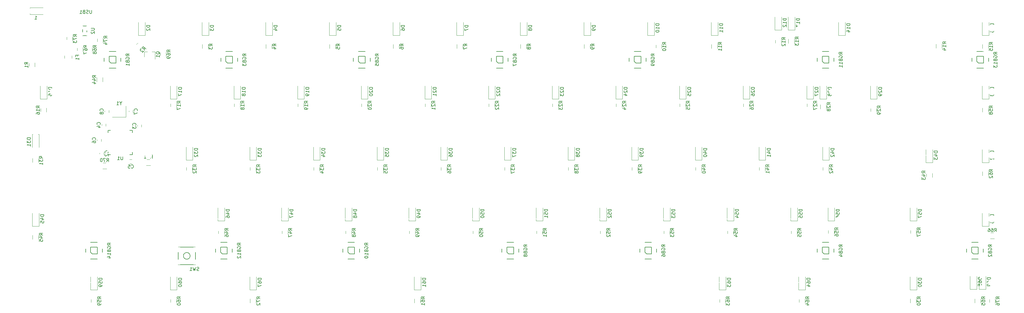
<source format=gbo>
G04 #@! TF.GenerationSoftware,KiCad,Pcbnew,(5.1.5)-3*
G04 #@! TF.CreationDate,2020-10-29T06:49:23-07:00*
G04 #@! TF.ProjectId,Voyager60,566f7961-6765-4723-9630-2e6b69636164,rev?*
G04 #@! TF.SameCoordinates,Original*
G04 #@! TF.FileFunction,Legend,Bot*
G04 #@! TF.FilePolarity,Positive*
%FSLAX46Y46*%
G04 Gerber Fmt 4.6, Leading zero omitted, Abs format (unit mm)*
G04 Created by KiCad (PCBNEW (5.1.5)-3) date 2020-10-29 06:49:23*
%MOMM*%
%LPD*%
G04 APERTURE LIST*
%ADD10C,0.120000*%
%ADD11C,0.200000*%
%ADD12C,0.150000*%
%ADD13R,1.700000X1.100000*%
%ADD14R,2.200000X1.800000*%
%ADD15C,2.150000*%
%ADD16R,2.305000X2.305000*%
%ADD17C,2.305000*%
%ADD18C,2.650000*%
%ADD19C,4.387800*%
%ADD20C,3.448000*%
%ADD21C,2.100000*%
%ADD22R,2.100000X2.100000*%
%ADD23R,1.800000X1.600000*%
%ADD24R,1.100000X1.700000*%
%ADD25C,0.100000*%
%ADD26R,1.600000X1.300000*%
%ADD27R,1.300000X1.600000*%
%ADD28R,1.150000X1.200000*%
%ADD29R,1.200000X1.150000*%
%ADD30R,1.000000X1.850000*%
%ADD31R,0.700000X1.850000*%
%ADD32C,1.050000*%
%ADD33O,1.400000X2.500000*%
%ADD34O,1.400000X2.000000*%
%ADD35R,2.430000X1.540000*%
%ADD36R,1.200000X1.300000*%
%ADD37R,1.100000X1.000000*%
%ADD38R,1.100000X1.400000*%
%ADD39R,1.687500X1.687500*%
%ADD40R,0.650000X1.100000*%
%ADD41R,1.100000X0.650000*%
%ADD42R,2.200000X1.500000*%
G04 APERTURE END LIST*
D10*
X46287580Y-47831300D02*
X46287580Y-46631300D01*
X44527580Y-46631300D02*
X44527580Y-47831300D01*
D11*
X170775000Y-98925000D02*
X170775000Y-97925000D01*
X169275000Y-95925000D02*
X167275000Y-95925000D01*
X165775000Y-98925000D02*
X165775000Y-97925000D01*
X169275000Y-100925000D02*
X167275000Y-100925000D01*
X167775000Y-99425000D02*
X169275000Y-99425000D01*
X167275000Y-98925000D02*
X167775000Y-99425000D01*
X167275000Y-97425000D02*
X167275000Y-98925000D01*
X169275000Y-97425000D02*
X167275000Y-97425000D01*
X169275000Y-99425000D02*
X169275000Y-97425000D01*
D10*
X199942560Y-54324960D02*
X199942560Y-55524960D01*
X201702560Y-55524960D02*
X201702560Y-54324960D01*
X53181000Y-58419000D02*
X49181000Y-58419000D01*
X53181000Y-55119000D02*
X53181000Y-58419000D01*
X311670000Y-112920000D02*
X311670000Y-114120000D01*
X313430000Y-114120000D02*
X313430000Y-112920000D01*
X44624100Y-34858400D02*
X44624100Y-36058400D01*
X46384100Y-36058400D02*
X46384100Y-34858400D01*
X35480100Y-34325000D02*
X35480100Y-35525000D01*
X37240100Y-35525000D02*
X37240100Y-34325000D01*
X90401250Y-112906250D02*
X90401250Y-114106250D01*
X92161250Y-114106250D02*
X92161250Y-112906250D01*
X59344000Y-72889000D02*
X60544000Y-72889000D01*
X60544000Y-71129000D02*
X59344000Y-71129000D01*
X46231250Y-73905000D02*
X47431250Y-73905000D01*
X47431250Y-72145000D02*
X46231250Y-72145000D01*
X63509000Y-39024000D02*
X63509000Y-40224000D01*
X65269000Y-40224000D02*
X65269000Y-39024000D01*
X41411000Y-37627000D02*
X41411000Y-38827000D01*
X43171000Y-38827000D02*
X43171000Y-37627000D01*
X38617000Y-37627000D02*
X38617000Y-38827000D01*
X40377000Y-38827000D02*
X40377000Y-37627000D01*
X311921600Y-94844760D02*
X313121600Y-94844760D01*
X313121600Y-93084760D02*
X311921600Y-93084760D01*
X307332500Y-112906250D02*
X307332500Y-114106250D01*
X309092500Y-114106250D02*
X309092500Y-112906250D01*
X254707500Y-112906250D02*
X254707500Y-114106250D01*
X256467500Y-114106250D02*
X256467500Y-112906250D01*
X230895000Y-112906250D02*
X230895000Y-114106250D01*
X232655000Y-114106250D02*
X232655000Y-112906250D01*
X309612500Y-74806250D02*
X309612500Y-76006250D01*
X311372500Y-76006250D02*
X311372500Y-74806250D01*
X139613750Y-112906250D02*
X139613750Y-114106250D01*
X141373750Y-114106250D02*
X141373750Y-112906250D01*
X66588750Y-112906250D02*
X66588750Y-114106250D01*
X68348750Y-114106250D02*
X68348750Y-112906250D01*
X42776250Y-112906250D02*
X42776250Y-114106250D01*
X44536250Y-114106250D02*
X44536250Y-112906250D01*
X309612500Y-55756250D02*
X309612500Y-56956250D01*
X311372500Y-56956250D02*
X311372500Y-55756250D01*
X288045000Y-92268750D02*
X288045000Y-93468750D01*
X289805000Y-93468750D02*
X289805000Y-92268750D01*
X263438750Y-92268750D02*
X263438750Y-93468750D01*
X265198750Y-93468750D02*
X265198750Y-92268750D01*
X252335140Y-92407180D02*
X252335140Y-93607180D01*
X254095140Y-93607180D02*
X254095140Y-92407180D01*
X233285140Y-92407180D02*
X233285140Y-93607180D01*
X235045140Y-93607180D02*
X235045140Y-92407180D01*
X214235140Y-92407180D02*
X214235140Y-93607180D01*
X215995140Y-93607180D02*
X215995140Y-92407180D01*
X195185140Y-92407180D02*
X195185140Y-93607180D01*
X196945140Y-93607180D02*
X196945140Y-92407180D01*
X176135140Y-92407180D02*
X176135140Y-93607180D01*
X177895140Y-93607180D02*
X177895140Y-92407180D01*
X157085140Y-92407180D02*
X157085140Y-93607180D01*
X158845140Y-93607180D02*
X158845140Y-92407180D01*
X138035140Y-92407180D02*
X138035140Y-93607180D01*
X139795140Y-93607180D02*
X139795140Y-92407180D01*
X118985140Y-92407180D02*
X118985140Y-93607180D01*
X120745140Y-93607180D02*
X120745140Y-92407180D01*
X99935140Y-92407180D02*
X99935140Y-93607180D01*
X101695140Y-93607180D02*
X101695140Y-92407180D01*
X80885140Y-92407180D02*
X80885140Y-93607180D01*
X82645140Y-93607180D02*
X82645140Y-92407180D01*
X25313750Y-93856250D02*
X25313750Y-95056250D01*
X27073750Y-95056250D02*
X27073750Y-93856250D01*
X294572580Y-76467260D02*
X294572580Y-75267260D01*
X292812580Y-75267260D02*
X292812580Y-76467260D01*
X261824580Y-73390200D02*
X261824580Y-74590200D01*
X263584580Y-74590200D02*
X263584580Y-73390200D01*
X242774580Y-73390200D02*
X242774580Y-74590200D01*
X244534580Y-74590200D02*
X244534580Y-73390200D01*
X223724580Y-73390200D02*
X223724580Y-74590200D01*
X225484580Y-74590200D02*
X225484580Y-73390200D01*
X204674580Y-73390200D02*
X204674580Y-74590200D01*
X206434580Y-74590200D02*
X206434580Y-73390200D01*
X185624580Y-73390200D02*
X185624580Y-74590200D01*
X187384580Y-74590200D02*
X187384580Y-73390200D01*
X166574580Y-73390200D02*
X166574580Y-74590200D01*
X168334580Y-74590200D02*
X168334580Y-73390200D01*
X149284580Y-74590200D02*
X149284580Y-73390200D01*
X147524580Y-73390200D02*
X147524580Y-74590200D01*
X128474580Y-73390200D02*
X128474580Y-74590200D01*
X130234580Y-74590200D02*
X130234580Y-73390200D01*
X109424580Y-73390200D02*
X109424580Y-74590200D01*
X111184580Y-74590200D02*
X111184580Y-73390200D01*
X90374580Y-73390200D02*
X90374580Y-74590200D01*
X92134580Y-74590200D02*
X92134580Y-73390200D01*
X71324580Y-73390200D02*
X71324580Y-74590200D01*
X73084580Y-74590200D02*
X73084580Y-73390200D01*
X25313750Y-70837500D02*
X25313750Y-72037500D01*
X27073750Y-72037500D02*
X27073750Y-70837500D01*
X288020000Y-112906250D02*
X288020000Y-114106250D01*
X289780000Y-114106250D02*
X289780000Y-112906250D01*
X276138750Y-55756250D02*
X276138750Y-56956250D01*
X277898750Y-56956250D02*
X277898750Y-55756250D01*
X261088750Y-54756250D02*
X261088750Y-55956250D01*
X262848750Y-55956250D02*
X262848750Y-54756250D01*
X257092560Y-54324960D02*
X257092560Y-55524960D01*
X258852560Y-55524960D02*
X258852560Y-54324960D01*
X238042560Y-54324960D02*
X238042560Y-55524960D01*
X239802560Y-55524960D02*
X239802560Y-54324960D01*
X218992560Y-54324960D02*
X218992560Y-55524960D01*
X220752560Y-55524960D02*
X220752560Y-54324960D01*
X180892560Y-54324960D02*
X180892560Y-55524960D01*
X182652560Y-55524960D02*
X182652560Y-54324960D01*
X161842560Y-54324960D02*
X161842560Y-55524960D01*
X163602560Y-55524960D02*
X163602560Y-54324960D01*
X142792560Y-54324960D02*
X142792560Y-55524960D01*
X144552560Y-55524960D02*
X144552560Y-54324960D01*
X123742560Y-54324960D02*
X123742560Y-55524960D01*
X125502560Y-55524960D02*
X125502560Y-54324960D01*
X104692560Y-54324960D02*
X104692560Y-55524960D01*
X106452560Y-55524960D02*
X106452560Y-54324960D01*
X85642560Y-54324960D02*
X85642560Y-55524960D01*
X87402560Y-55524960D02*
X87402560Y-54324960D01*
X66592560Y-54324960D02*
X66592560Y-55524960D01*
X68352560Y-55524960D02*
X68352560Y-54324960D01*
X29455000Y-56956250D02*
X29455000Y-55756250D01*
X27695000Y-55756250D02*
X27695000Y-56956250D01*
X309612500Y-36706250D02*
X309612500Y-37906250D01*
X311372500Y-37906250D02*
X311372500Y-36706250D01*
X295710720Y-36580520D02*
X295710720Y-37780520D01*
X297470720Y-37780520D02*
X297470720Y-36580520D01*
X251532500Y-35118750D02*
X251532500Y-36318750D01*
X253292500Y-36318750D02*
X253292500Y-35118750D01*
X247590420Y-35280040D02*
X247590420Y-36480040D01*
X249350420Y-36480040D02*
X249350420Y-35280040D01*
X228513750Y-36706250D02*
X228513750Y-37906250D01*
X230273750Y-37906250D02*
X230273750Y-36706250D01*
X211845000Y-36706250D02*
X211845000Y-37906250D01*
X213605000Y-37906250D02*
X213605000Y-36706250D01*
X190413750Y-36706250D02*
X190413750Y-37906250D01*
X192173750Y-37906250D02*
X192173750Y-36706250D01*
X171363750Y-36706250D02*
X171363750Y-37906250D01*
X173123750Y-37906250D02*
X173123750Y-36706250D01*
X152313750Y-36706250D02*
X152313750Y-37906250D01*
X154073750Y-37906250D02*
X154073750Y-36706250D01*
X133263750Y-36706250D02*
X133263750Y-37906250D01*
X135023750Y-37906250D02*
X135023750Y-36706250D01*
X114213750Y-36706250D02*
X114213750Y-37906250D01*
X115973750Y-37906250D02*
X115973750Y-36706250D01*
X95163750Y-36706250D02*
X95163750Y-37906250D01*
X96923750Y-37906250D02*
X96923750Y-36706250D01*
X76113750Y-36706250D02*
X76113750Y-37906250D01*
X77873750Y-37906250D02*
X77873750Y-36706250D01*
X56987570Y-36032402D02*
X56139042Y-36880930D01*
X57383550Y-38125438D02*
X58232078Y-37276910D01*
X25987900Y-43411700D02*
X25987900Y-42211700D01*
X24227900Y-42211700D02*
X24227900Y-43411700D01*
X310559960Y-110019660D02*
X308559960Y-110019660D01*
X308559960Y-110019660D02*
X308559960Y-106119660D01*
X310559960Y-110019660D02*
X310559960Y-106119660D01*
X92281250Y-110200000D02*
X90281250Y-110200000D01*
X90281250Y-110200000D02*
X90281250Y-106300000D01*
X92281250Y-110200000D02*
X92281250Y-106300000D01*
X311492500Y-91156250D02*
X309492500Y-91156250D01*
X309492500Y-91156250D02*
X309492500Y-87256250D01*
X311492500Y-91156250D02*
X311492500Y-87256250D01*
X307867560Y-110019660D02*
X305867560Y-110019660D01*
X305867560Y-110019660D02*
X305867560Y-106119660D01*
X307867560Y-110019660D02*
X307867560Y-106119660D01*
X256587500Y-110200000D02*
X254587500Y-110200000D01*
X254587500Y-110200000D02*
X254587500Y-106300000D01*
X256587500Y-110200000D02*
X256587500Y-106300000D01*
X232775000Y-110200000D02*
X230775000Y-110200000D01*
X230775000Y-110200000D02*
X230775000Y-106300000D01*
X232775000Y-110200000D02*
X232775000Y-106300000D01*
X311492500Y-72106250D02*
X309492500Y-72106250D01*
X309492500Y-72106250D02*
X309492500Y-68206250D01*
X311492500Y-72106250D02*
X311492500Y-68206250D01*
X141493750Y-110200000D02*
X139493750Y-110200000D01*
X139493750Y-110200000D02*
X139493750Y-106300000D01*
X141493750Y-110200000D02*
X141493750Y-106300000D01*
X68468750Y-110200000D02*
X66468750Y-110200000D01*
X66468750Y-110200000D02*
X66468750Y-106300000D01*
X68468750Y-110200000D02*
X68468750Y-106300000D01*
X44656250Y-110200000D02*
X42656250Y-110200000D01*
X42656250Y-110200000D02*
X42656250Y-106300000D01*
X44656250Y-110200000D02*
X44656250Y-106300000D01*
X311492500Y-53056250D02*
X309492500Y-53056250D01*
X309492500Y-53056250D02*
X309492500Y-49156250D01*
X311492500Y-53056250D02*
X311492500Y-49156250D01*
X289925000Y-89562500D02*
X287925000Y-89562500D01*
X287925000Y-89562500D02*
X287925000Y-85662500D01*
X289925000Y-89562500D02*
X289925000Y-85662500D01*
X265318750Y-89562500D02*
X263318750Y-89562500D01*
X263318750Y-89562500D02*
X263318750Y-85662500D01*
X265318750Y-89562500D02*
X265318750Y-85662500D01*
X254206250Y-89562500D02*
X252206250Y-89562500D01*
X252206250Y-89562500D02*
X252206250Y-85662500D01*
X254206250Y-89562500D02*
X254206250Y-85662500D01*
X235156250Y-89562500D02*
X233156250Y-89562500D01*
X233156250Y-89562500D02*
X233156250Y-85662500D01*
X235156250Y-89562500D02*
X235156250Y-85662500D01*
X216106250Y-89562500D02*
X214106250Y-89562500D01*
X214106250Y-89562500D02*
X214106250Y-85662500D01*
X216106250Y-89562500D02*
X216106250Y-85662500D01*
X197056250Y-89562500D02*
X195056250Y-89562500D01*
X195056250Y-89562500D02*
X195056250Y-85662500D01*
X197056250Y-89562500D02*
X197056250Y-85662500D01*
X178006250Y-89562500D02*
X176006250Y-89562500D01*
X176006250Y-89562500D02*
X176006250Y-85662500D01*
X178006250Y-89562500D02*
X178006250Y-85662500D01*
X158956250Y-89562500D02*
X156956250Y-89562500D01*
X156956250Y-89562500D02*
X156956250Y-85662500D01*
X158956250Y-89562500D02*
X158956250Y-85662500D01*
X139906250Y-89562500D02*
X137906250Y-89562500D01*
X137906250Y-89562500D02*
X137906250Y-85662500D01*
X139906250Y-89562500D02*
X139906250Y-85662500D01*
X120856250Y-89562500D02*
X118856250Y-89562500D01*
X118856250Y-89562500D02*
X118856250Y-85662500D01*
X120856250Y-89562500D02*
X120856250Y-85662500D01*
X101806250Y-89562500D02*
X99806250Y-89562500D01*
X99806250Y-89562500D02*
X99806250Y-85662500D01*
X101806250Y-89562500D02*
X101806250Y-85662500D01*
X82756250Y-89562500D02*
X80756250Y-89562500D01*
X80756250Y-89562500D02*
X80756250Y-85662500D01*
X82756250Y-89562500D02*
X82756250Y-85662500D01*
X27193750Y-91150000D02*
X25193750Y-91150000D01*
X25193750Y-91150000D02*
X25193750Y-87250000D01*
X27193750Y-91150000D02*
X27193750Y-87250000D01*
X294687500Y-72100000D02*
X292687500Y-72100000D01*
X292687500Y-72100000D02*
X292687500Y-68200000D01*
X294687500Y-72100000D02*
X294687500Y-68200000D01*
X263731250Y-71306250D02*
X261731250Y-71306250D01*
X261731250Y-71306250D02*
X261731250Y-67406250D01*
X263731250Y-71306250D02*
X263731250Y-67406250D01*
X244681250Y-71306250D02*
X242681250Y-71306250D01*
X242681250Y-71306250D02*
X242681250Y-67406250D01*
X244681250Y-71306250D02*
X244681250Y-67406250D01*
X225631250Y-71306250D02*
X223631250Y-71306250D01*
X223631250Y-71306250D02*
X223631250Y-67406250D01*
X225631250Y-71306250D02*
X225631250Y-67406250D01*
X206581250Y-71306250D02*
X204581250Y-71306250D01*
X204581250Y-71306250D02*
X204581250Y-67406250D01*
X206581250Y-71306250D02*
X206581250Y-67406250D01*
X187531250Y-71306250D02*
X185531250Y-71306250D01*
X185531250Y-71306250D02*
X185531250Y-67406250D01*
X187531250Y-71306250D02*
X187531250Y-67406250D01*
X168481250Y-71306250D02*
X166481250Y-71306250D01*
X166481250Y-71306250D02*
X166481250Y-67406250D01*
X168481250Y-71306250D02*
X168481250Y-67406250D01*
X149431250Y-71306250D02*
X149431250Y-67406250D01*
X147431250Y-71306250D02*
X147431250Y-67406250D01*
X149431250Y-71306250D02*
X147431250Y-71306250D01*
X130381250Y-71306250D02*
X128381250Y-71306250D01*
X128381250Y-71306250D02*
X128381250Y-67406250D01*
X130381250Y-71306250D02*
X130381250Y-67406250D01*
X111331250Y-71306250D02*
X109331250Y-71306250D01*
X109331250Y-71306250D02*
X109331250Y-67406250D01*
X111331250Y-71306250D02*
X111331250Y-67406250D01*
X92281250Y-71306250D02*
X90281250Y-71306250D01*
X90281250Y-71306250D02*
X90281250Y-67406250D01*
X92281250Y-71306250D02*
X92281250Y-67406250D01*
X73231250Y-71306250D02*
X71231250Y-71306250D01*
X71231250Y-71306250D02*
X71231250Y-67406250D01*
X73231250Y-71306250D02*
X73231250Y-67406250D01*
X25193750Y-63631250D02*
X27193750Y-63631250D01*
X27193750Y-63631250D02*
X27193750Y-67531250D01*
X25193750Y-63631250D02*
X25193750Y-67531250D01*
X289900000Y-110200000D02*
X287900000Y-110200000D01*
X287900000Y-110200000D02*
X287900000Y-106300000D01*
X289900000Y-110200000D02*
X289900000Y-106300000D01*
X278018750Y-53050000D02*
X276018750Y-53050000D01*
X276018750Y-53050000D02*
X276018750Y-49150000D01*
X278018750Y-53050000D02*
X278018750Y-49150000D01*
X262937500Y-53050000D02*
X260937500Y-53050000D01*
X260937500Y-53050000D02*
X260937500Y-49150000D01*
X262937500Y-53050000D02*
X262937500Y-49150000D01*
X258968750Y-53050000D02*
X256968750Y-53050000D01*
X256968750Y-53050000D02*
X256968750Y-49150000D01*
X258968750Y-53050000D02*
X258968750Y-49150000D01*
X239918750Y-53050000D02*
X237918750Y-53050000D01*
X237918750Y-53050000D02*
X237918750Y-49150000D01*
X239918750Y-53050000D02*
X239918750Y-49150000D01*
X220868750Y-53050000D02*
X218868750Y-53050000D01*
X218868750Y-53050000D02*
X218868750Y-49150000D01*
X220868750Y-53050000D02*
X220868750Y-49150000D01*
X201818750Y-53050000D02*
X199818750Y-53050000D01*
X199818750Y-53050000D02*
X199818750Y-49150000D01*
X201818750Y-53050000D02*
X201818750Y-49150000D01*
X182768750Y-53050000D02*
X180768750Y-53050000D01*
X180768750Y-53050000D02*
X180768750Y-49150000D01*
X182768750Y-53050000D02*
X182768750Y-49150000D01*
X163718750Y-53050000D02*
X161718750Y-53050000D01*
X161718750Y-53050000D02*
X161718750Y-49150000D01*
X163718750Y-53050000D02*
X163718750Y-49150000D01*
X144668750Y-53050000D02*
X142668750Y-53050000D01*
X142668750Y-53050000D02*
X142668750Y-49150000D01*
X144668750Y-53050000D02*
X144668750Y-49150000D01*
X125618750Y-53050000D02*
X123618750Y-53050000D01*
X123618750Y-53050000D02*
X123618750Y-49150000D01*
X125618750Y-53050000D02*
X125618750Y-49150000D01*
X106568750Y-53050000D02*
X104568750Y-53050000D01*
X104568750Y-53050000D02*
X104568750Y-49150000D01*
X106568750Y-53050000D02*
X106568750Y-49150000D01*
X87518750Y-53050000D02*
X85518750Y-53050000D01*
X85518750Y-53050000D02*
X85518750Y-49150000D01*
X87518750Y-53050000D02*
X87518750Y-49150000D01*
X68468750Y-53050000D02*
X66468750Y-53050000D01*
X66468750Y-53050000D02*
X66468750Y-49150000D01*
X68468750Y-53050000D02*
X68468750Y-49150000D01*
X29575000Y-53050000D02*
X27575000Y-53050000D01*
X27575000Y-53050000D02*
X27575000Y-49150000D01*
X29575000Y-53050000D02*
X29575000Y-49150000D01*
X311492500Y-34006250D02*
X309492500Y-34006250D01*
X309492500Y-34006250D02*
X309492500Y-30106250D01*
X311492500Y-34006250D02*
X311492500Y-30106250D01*
X268493750Y-34000000D02*
X266493750Y-34000000D01*
X266493750Y-34000000D02*
X266493750Y-30100000D01*
X268493750Y-34000000D02*
X268493750Y-30100000D01*
X253412500Y-32412500D02*
X251412500Y-32412500D01*
X251412500Y-32412500D02*
X251412500Y-28512500D01*
X253412500Y-32412500D02*
X253412500Y-28512500D01*
X249443750Y-32412500D02*
X247443750Y-32412500D01*
X247443750Y-32412500D02*
X247443750Y-28512500D01*
X249443750Y-32412500D02*
X249443750Y-28512500D01*
X230393750Y-34000000D02*
X228393750Y-34000000D01*
X228393750Y-34000000D02*
X228393750Y-30100000D01*
X230393750Y-34000000D02*
X230393750Y-30100000D01*
X211343750Y-34000000D02*
X209343750Y-34000000D01*
X209343750Y-34000000D02*
X209343750Y-30100000D01*
X211343750Y-34000000D02*
X211343750Y-30100000D01*
X192293750Y-34000000D02*
X190293750Y-34000000D01*
X190293750Y-34000000D02*
X190293750Y-30100000D01*
X192293750Y-34000000D02*
X192293750Y-30100000D01*
X173243750Y-34000000D02*
X171243750Y-34000000D01*
X171243750Y-34000000D02*
X171243750Y-30100000D01*
X173243750Y-34000000D02*
X173243750Y-30100000D01*
X154193750Y-34000000D02*
X152193750Y-34000000D01*
X152193750Y-34000000D02*
X152193750Y-30100000D01*
X154193750Y-34000000D02*
X154193750Y-30100000D01*
X135143750Y-34000000D02*
X133143750Y-34000000D01*
X133143750Y-34000000D02*
X133143750Y-30100000D01*
X135143750Y-34000000D02*
X135143750Y-30100000D01*
X116093750Y-34000000D02*
X114093750Y-34000000D01*
X114093750Y-34000000D02*
X114093750Y-30100000D01*
X116093750Y-34000000D02*
X116093750Y-30100000D01*
X97043750Y-34000000D02*
X95043750Y-34000000D01*
X95043750Y-34000000D02*
X95043750Y-30100000D01*
X97043750Y-34000000D02*
X97043750Y-30100000D01*
X77993750Y-34000000D02*
X75993750Y-34000000D01*
X75993750Y-34000000D02*
X75993750Y-30100000D01*
X77993750Y-34000000D02*
X77993750Y-30100000D01*
X58943750Y-34000000D02*
X56943750Y-34000000D01*
X56943750Y-34000000D02*
X56943750Y-30100000D01*
X58943750Y-34000000D02*
X58943750Y-30100000D01*
X24521600Y-27682700D02*
X24521600Y-25682700D01*
X24521600Y-25682700D02*
X28421600Y-25682700D01*
X24521600Y-27682700D02*
X28421600Y-27682700D01*
X48098000Y-57119000D02*
X48098000Y-56419000D01*
X46898000Y-56419000D02*
X46898000Y-57119000D01*
X54137000Y-56419000D02*
X54137000Y-57119000D01*
X55337000Y-57119000D02*
X55337000Y-56419000D01*
X45812000Y-65755000D02*
X45812000Y-65055000D01*
X44612000Y-65055000D02*
X44612000Y-65755000D01*
X55023500Y-71186750D02*
X54323500Y-71186750D01*
X54323500Y-72386750D02*
X55023500Y-72386750D01*
X47209000Y-61183000D02*
X47209000Y-60483000D01*
X46009000Y-60483000D02*
X46009000Y-61183000D01*
X57877000Y-61437000D02*
X57877000Y-60737000D01*
X56677000Y-60737000D02*
X56677000Y-61437000D01*
X45374000Y-68992000D02*
X45374000Y-69692000D01*
X46574000Y-69692000D02*
X46574000Y-68992000D01*
X37011000Y-41481250D02*
X37011000Y-39481250D01*
X34871000Y-39481250D02*
X34871000Y-41481250D01*
X58745000Y-38927500D02*
X58745000Y-40387500D01*
X61905000Y-38927500D02*
X61905000Y-41087500D01*
X61905000Y-38927500D02*
X60975000Y-38927500D01*
X58745000Y-38927500D02*
X59675000Y-38927500D01*
D12*
X41544000Y-34089000D02*
X40244000Y-34089000D01*
X41544000Y-31189000D02*
X41544000Y-34089000D01*
X40244000Y-31189000D02*
X41544000Y-31189000D01*
X40244000Y-31189000D02*
X40244000Y-34089000D01*
X55129809Y-69689153D02*
X54354809Y-69689153D01*
X55129809Y-62439153D02*
X54354809Y-62439153D01*
X47879809Y-62439153D02*
X48654809Y-62439153D01*
X47879809Y-69689153D02*
X48654809Y-69689153D01*
X55129809Y-62439153D02*
X55129809Y-63214153D01*
X47879809Y-62439153D02*
X47879809Y-63214153D01*
X55129809Y-69689153D02*
X55129809Y-68914153D01*
X68837500Y-102612500D02*
X74037500Y-102612500D01*
X74037500Y-102612500D02*
X74037500Y-97412500D01*
X74037500Y-97412500D02*
X68837500Y-97412500D01*
X68837500Y-97412500D02*
X68837500Y-102612500D01*
X72437500Y-100012500D02*
G75*
G03X72437500Y-100012500I-1000000J0D01*
G01*
D11*
X50212500Y-42275000D02*
X50212500Y-40275000D01*
X50212500Y-40275000D02*
X48212500Y-40275000D01*
X48212500Y-40275000D02*
X48212500Y-41775000D01*
X48212500Y-41775000D02*
X48712500Y-42275000D01*
X48712500Y-42275000D02*
X50212500Y-42275000D01*
X50212500Y-43775000D02*
X48212500Y-43775000D01*
X46712500Y-41775000D02*
X46712500Y-40775000D01*
X50212500Y-38775000D02*
X48212500Y-38775000D01*
X51712500Y-41775000D02*
X51712500Y-40775000D01*
X309837500Y-98925000D02*
X309837500Y-97925000D01*
X308337500Y-95925000D02*
X306337500Y-95925000D01*
X304837500Y-98925000D02*
X304837500Y-97925000D01*
X308337500Y-100925000D02*
X306337500Y-100925000D01*
X306837500Y-99425000D02*
X308337500Y-99425000D01*
X306337500Y-98925000D02*
X306837500Y-99425000D01*
X306337500Y-97425000D02*
X306337500Y-98925000D01*
X308337500Y-97425000D02*
X306337500Y-97425000D01*
X308337500Y-99425000D02*
X308337500Y-97425000D01*
X85137500Y-42275000D02*
X85137500Y-40275000D01*
X85137500Y-40275000D02*
X83137500Y-40275000D01*
X83137500Y-40275000D02*
X83137500Y-41775000D01*
X83137500Y-41775000D02*
X83637500Y-42275000D01*
X83637500Y-42275000D02*
X85137500Y-42275000D01*
X85137500Y-43775000D02*
X83137500Y-43775000D01*
X81637500Y-41775000D02*
X81637500Y-40775000D01*
X85137500Y-38775000D02*
X83137500Y-38775000D01*
X86637500Y-41775000D02*
X86637500Y-40775000D01*
X265150000Y-98925000D02*
X265150000Y-97925000D01*
X263650000Y-95925000D02*
X261650000Y-95925000D01*
X260150000Y-98925000D02*
X260150000Y-97925000D01*
X263650000Y-100925000D02*
X261650000Y-100925000D01*
X262150000Y-99425000D02*
X263650000Y-99425000D01*
X261650000Y-98925000D02*
X262150000Y-99425000D01*
X261650000Y-97425000D02*
X261650000Y-98925000D01*
X263650000Y-97425000D02*
X261650000Y-97425000D01*
X263650000Y-99425000D02*
X263650000Y-97425000D01*
X124825000Y-42275000D02*
X124825000Y-40275000D01*
X124825000Y-40275000D02*
X122825000Y-40275000D01*
X122825000Y-40275000D02*
X122825000Y-41775000D01*
X122825000Y-41775000D02*
X123325000Y-42275000D01*
X123325000Y-42275000D02*
X124825000Y-42275000D01*
X124825000Y-43775000D02*
X122825000Y-43775000D01*
X121325000Y-41775000D02*
X121325000Y-40775000D01*
X124825000Y-38775000D02*
X122825000Y-38775000D01*
X126325000Y-41775000D02*
X126325000Y-40775000D01*
X210550000Y-99425000D02*
X210550000Y-97425000D01*
X210550000Y-97425000D02*
X208550000Y-97425000D01*
X208550000Y-97425000D02*
X208550000Y-98925000D01*
X208550000Y-98925000D02*
X209050000Y-99425000D01*
X209050000Y-99425000D02*
X210550000Y-99425000D01*
X210550000Y-100925000D02*
X208550000Y-100925000D01*
X207050000Y-98925000D02*
X207050000Y-97925000D01*
X210550000Y-95925000D02*
X208550000Y-95925000D01*
X212050000Y-98925000D02*
X212050000Y-97925000D01*
X166100000Y-42275000D02*
X166100000Y-40275000D01*
X166100000Y-40275000D02*
X164100000Y-40275000D01*
X164100000Y-40275000D02*
X164100000Y-41775000D01*
X164100000Y-41775000D02*
X164600000Y-42275000D01*
X164600000Y-42275000D02*
X166100000Y-42275000D01*
X166100000Y-43775000D02*
X164100000Y-43775000D01*
X162600000Y-41775000D02*
X162600000Y-40775000D01*
X166100000Y-38775000D02*
X164100000Y-38775000D01*
X167600000Y-41775000D02*
X167600000Y-40775000D01*
X207375000Y-42275000D02*
X207375000Y-40275000D01*
X207375000Y-40275000D02*
X205375000Y-40275000D01*
X205375000Y-40275000D02*
X205375000Y-41775000D01*
X205375000Y-41775000D02*
X205875000Y-42275000D01*
X205875000Y-42275000D02*
X207375000Y-42275000D01*
X207375000Y-43775000D02*
X205375000Y-43775000D01*
X203875000Y-41775000D02*
X203875000Y-40775000D01*
X207375000Y-38775000D02*
X205375000Y-38775000D01*
X208875000Y-41775000D02*
X208875000Y-40775000D01*
X123150000Y-98925000D02*
X123150000Y-97925000D01*
X121650000Y-95925000D02*
X119650000Y-95925000D01*
X118150000Y-98925000D02*
X118150000Y-97925000D01*
X121650000Y-100925000D02*
X119650000Y-100925000D01*
X120150000Y-99425000D02*
X121650000Y-99425000D01*
X119650000Y-98925000D02*
X120150000Y-99425000D01*
X119650000Y-97425000D02*
X119650000Y-98925000D01*
X121650000Y-97425000D02*
X119650000Y-97425000D01*
X121650000Y-99425000D02*
X121650000Y-97425000D01*
X263650000Y-42275000D02*
X263650000Y-40275000D01*
X263650000Y-40275000D02*
X261650000Y-40275000D01*
X261650000Y-40275000D02*
X261650000Y-41775000D01*
X261650000Y-41775000D02*
X262150000Y-42275000D01*
X262150000Y-42275000D02*
X263650000Y-42275000D01*
X263650000Y-43775000D02*
X261650000Y-43775000D01*
X260150000Y-41775000D02*
X260150000Y-40775000D01*
X263650000Y-38775000D02*
X261650000Y-38775000D01*
X265150000Y-41775000D02*
X265150000Y-40775000D01*
X83550000Y-99425000D02*
X83550000Y-97425000D01*
X83550000Y-97425000D02*
X81550000Y-97425000D01*
X81550000Y-97425000D02*
X81550000Y-98925000D01*
X81550000Y-98925000D02*
X82050000Y-99425000D01*
X82050000Y-99425000D02*
X83550000Y-99425000D01*
X83550000Y-100925000D02*
X81550000Y-100925000D01*
X80050000Y-98925000D02*
X80050000Y-97925000D01*
X83550000Y-95925000D02*
X81550000Y-95925000D01*
X85050000Y-98925000D02*
X85050000Y-97925000D01*
X311425000Y-41775000D02*
X311425000Y-40775000D01*
X309925000Y-38775000D02*
X307925000Y-38775000D01*
X306425000Y-41775000D02*
X306425000Y-40775000D01*
X309925000Y-43775000D02*
X307925000Y-43775000D01*
X308425000Y-42275000D02*
X309925000Y-42275000D01*
X307925000Y-41775000D02*
X308425000Y-42275000D01*
X307925000Y-40275000D02*
X307925000Y-41775000D01*
X309925000Y-40275000D02*
X307925000Y-40275000D01*
X309925000Y-42275000D02*
X309925000Y-40275000D01*
X44656250Y-99425000D02*
X44656250Y-97425000D01*
X44656250Y-97425000D02*
X42656250Y-97425000D01*
X42656250Y-97425000D02*
X42656250Y-98925000D01*
X42656250Y-98925000D02*
X43156250Y-99425000D01*
X43156250Y-99425000D02*
X44656250Y-99425000D01*
X44656250Y-100925000D02*
X42656250Y-100925000D01*
X41156250Y-98925000D02*
X41156250Y-97925000D01*
X44656250Y-95925000D02*
X42656250Y-95925000D01*
X46156250Y-98925000D02*
X46156250Y-97925000D01*
D12*
X44209960Y-46588442D02*
X43733770Y-46255109D01*
X44209960Y-46017014D02*
X43209960Y-46017014D01*
X43209960Y-46397966D01*
X43257580Y-46493204D01*
X43305199Y-46540823D01*
X43400437Y-46588442D01*
X43543294Y-46588442D01*
X43638532Y-46540823D01*
X43686151Y-46493204D01*
X43733770Y-46397966D01*
X43733770Y-46017014D01*
X43543294Y-47445585D02*
X44209960Y-47445585D01*
X43162341Y-47207490D02*
X43876627Y-46969395D01*
X43876627Y-47588442D01*
X43543294Y-48397966D02*
X44209960Y-48397966D01*
X43162341Y-48159871D02*
X43876627Y-47921776D01*
X43876627Y-48540823D01*
X173299380Y-97258333D02*
X172823190Y-96925000D01*
X173299380Y-96686904D02*
X172299380Y-96686904D01*
X172299380Y-97067857D01*
X172347000Y-97163095D01*
X172394619Y-97210714D01*
X172489857Y-97258333D01*
X172632714Y-97258333D01*
X172727952Y-97210714D01*
X172775571Y-97163095D01*
X172823190Y-97067857D01*
X172823190Y-96686904D01*
X172347000Y-98210714D02*
X172299380Y-98115476D01*
X172299380Y-97972619D01*
X172347000Y-97829761D01*
X172442238Y-97734523D01*
X172537476Y-97686904D01*
X172727952Y-97639285D01*
X172870809Y-97639285D01*
X173061285Y-97686904D01*
X173156523Y-97734523D01*
X173251761Y-97829761D01*
X173299380Y-97972619D01*
X173299380Y-98067857D01*
X173251761Y-98210714D01*
X173204142Y-98258333D01*
X172870809Y-98258333D01*
X172870809Y-98067857D01*
X172775571Y-99020238D02*
X172823190Y-99163095D01*
X172870809Y-99210714D01*
X172966047Y-99258333D01*
X173108904Y-99258333D01*
X173204142Y-99210714D01*
X173251761Y-99163095D01*
X173299380Y-99067857D01*
X173299380Y-98686904D01*
X172299380Y-98686904D01*
X172299380Y-99020238D01*
X172347000Y-99115476D01*
X172394619Y-99163095D01*
X172489857Y-99210714D01*
X172585095Y-99210714D01*
X172680333Y-99163095D01*
X172727952Y-99115476D01*
X172775571Y-99020238D01*
X172775571Y-98686904D01*
X172727952Y-99829761D02*
X172680333Y-99734523D01*
X172632714Y-99686904D01*
X172537476Y-99639285D01*
X172489857Y-99639285D01*
X172394619Y-99686904D01*
X172347000Y-99734523D01*
X172299380Y-99829761D01*
X172299380Y-100020238D01*
X172347000Y-100115476D01*
X172394619Y-100163095D01*
X172489857Y-100210714D01*
X172537476Y-100210714D01*
X172632714Y-100163095D01*
X172680333Y-100115476D01*
X172727952Y-100020238D01*
X172727952Y-99829761D01*
X172775571Y-99734523D01*
X172823190Y-99686904D01*
X172918428Y-99639285D01*
X173108904Y-99639285D01*
X173204142Y-99686904D01*
X173251761Y-99734523D01*
X173299380Y-99829761D01*
X173299380Y-100020238D01*
X173251761Y-100115476D01*
X173204142Y-100163095D01*
X173108904Y-100210714D01*
X172918428Y-100210714D01*
X172823190Y-100163095D01*
X172775571Y-100115476D01*
X172727952Y-100020238D01*
X202924940Y-54282102D02*
X202448750Y-53948769D01*
X202924940Y-53710674D02*
X201924940Y-53710674D01*
X201924940Y-54091626D01*
X201972560Y-54186864D01*
X202020179Y-54234483D01*
X202115417Y-54282102D01*
X202258274Y-54282102D01*
X202353512Y-54234483D01*
X202401131Y-54186864D01*
X202448750Y-54091626D01*
X202448750Y-53710674D01*
X202020179Y-54663055D02*
X201972560Y-54710674D01*
X201924940Y-54805912D01*
X201924940Y-55044007D01*
X201972560Y-55139245D01*
X202020179Y-55186864D01*
X202115417Y-55234483D01*
X202210655Y-55234483D01*
X202353512Y-55186864D01*
X202924940Y-54615436D01*
X202924940Y-55234483D01*
X202258274Y-56091626D02*
X202924940Y-56091626D01*
X201877321Y-55853531D02*
X202591607Y-55615436D01*
X202591607Y-56234483D01*
X51657190Y-54295190D02*
X51657190Y-54771380D01*
X51990523Y-53771380D02*
X51657190Y-54295190D01*
X51323857Y-53771380D01*
X50466714Y-54771380D02*
X51038142Y-54771380D01*
X50752428Y-54771380D02*
X50752428Y-53771380D01*
X50847666Y-53914238D01*
X50942904Y-54009476D01*
X51038142Y-54057095D01*
X314652380Y-112877142D02*
X314176190Y-112543809D01*
X314652380Y-112305714D02*
X313652380Y-112305714D01*
X313652380Y-112686666D01*
X313700000Y-112781904D01*
X313747619Y-112829523D01*
X313842857Y-112877142D01*
X313985714Y-112877142D01*
X314080952Y-112829523D01*
X314128571Y-112781904D01*
X314176190Y-112686666D01*
X314176190Y-112305714D01*
X313652380Y-113210476D02*
X313652380Y-113877142D01*
X314652380Y-113448571D01*
X313652380Y-114686666D02*
X313652380Y-114496190D01*
X313700000Y-114400952D01*
X313747619Y-114353333D01*
X313890476Y-114258095D01*
X314080952Y-114210476D01*
X314461904Y-114210476D01*
X314557142Y-114258095D01*
X314604761Y-114305714D01*
X314652380Y-114400952D01*
X314652380Y-114591428D01*
X314604761Y-114686666D01*
X314557142Y-114734285D01*
X314461904Y-114781904D01*
X314223809Y-114781904D01*
X314128571Y-114734285D01*
X314080952Y-114686666D01*
X314033333Y-114591428D01*
X314033333Y-114400952D01*
X314080952Y-114305714D01*
X314128571Y-114258095D01*
X314223809Y-114210476D01*
X47606480Y-34815542D02*
X47130290Y-34482209D01*
X47606480Y-34244114D02*
X46606480Y-34244114D01*
X46606480Y-34625066D01*
X46654100Y-34720304D01*
X46701719Y-34767923D01*
X46796957Y-34815542D01*
X46939814Y-34815542D01*
X47035052Y-34767923D01*
X47082671Y-34720304D01*
X47130290Y-34625066D01*
X47130290Y-34244114D01*
X46606480Y-35148876D02*
X46606480Y-35815542D01*
X47606480Y-35386971D01*
X46939814Y-36625066D02*
X47606480Y-36625066D01*
X46558861Y-36386971D02*
X47273147Y-36148876D01*
X47273147Y-36767923D01*
X38462480Y-34282142D02*
X37986290Y-33948809D01*
X38462480Y-33710714D02*
X37462480Y-33710714D01*
X37462480Y-34091666D01*
X37510100Y-34186904D01*
X37557719Y-34234523D01*
X37652957Y-34282142D01*
X37795814Y-34282142D01*
X37891052Y-34234523D01*
X37938671Y-34186904D01*
X37986290Y-34091666D01*
X37986290Y-33710714D01*
X37462480Y-34615476D02*
X37462480Y-35282142D01*
X38462480Y-34853571D01*
X37462480Y-35567857D02*
X37462480Y-36186904D01*
X37843433Y-35853571D01*
X37843433Y-35996428D01*
X37891052Y-36091666D01*
X37938671Y-36139285D01*
X38033909Y-36186904D01*
X38272004Y-36186904D01*
X38367242Y-36139285D01*
X38414861Y-36091666D01*
X38462480Y-35996428D01*
X38462480Y-35710714D01*
X38414861Y-35615476D01*
X38367242Y-35567857D01*
X93383630Y-112863392D02*
X92907440Y-112530059D01*
X93383630Y-112291964D02*
X92383630Y-112291964D01*
X92383630Y-112672916D01*
X92431250Y-112768154D01*
X92478869Y-112815773D01*
X92574107Y-112863392D01*
X92716964Y-112863392D01*
X92812202Y-112815773D01*
X92859821Y-112768154D01*
X92907440Y-112672916D01*
X92907440Y-112291964D01*
X92383630Y-113196726D02*
X92383630Y-113863392D01*
X93383630Y-113434821D01*
X92478869Y-114196726D02*
X92431250Y-114244345D01*
X92383630Y-114339583D01*
X92383630Y-114577678D01*
X92431250Y-114672916D01*
X92478869Y-114720535D01*
X92574107Y-114768154D01*
X92669345Y-114768154D01*
X92812202Y-114720535D01*
X93383630Y-114149107D01*
X93383630Y-114768154D01*
X60586857Y-70811380D02*
X60920190Y-70335190D01*
X61158285Y-70811380D02*
X61158285Y-69811380D01*
X60777333Y-69811380D01*
X60682095Y-69859000D01*
X60634476Y-69906619D01*
X60586857Y-70001857D01*
X60586857Y-70144714D01*
X60634476Y-70239952D01*
X60682095Y-70287571D01*
X60777333Y-70335190D01*
X61158285Y-70335190D01*
X60253523Y-69811380D02*
X59586857Y-69811380D01*
X60015428Y-70811380D01*
X58682095Y-70811380D02*
X59253523Y-70811380D01*
X58967809Y-70811380D02*
X58967809Y-69811380D01*
X59063047Y-69954238D01*
X59158285Y-70049476D01*
X59253523Y-70097095D01*
X47474107Y-71827380D02*
X47807440Y-71351190D01*
X48045535Y-71827380D02*
X48045535Y-70827380D01*
X47664583Y-70827380D01*
X47569345Y-70875000D01*
X47521726Y-70922619D01*
X47474107Y-71017857D01*
X47474107Y-71160714D01*
X47521726Y-71255952D01*
X47569345Y-71303571D01*
X47664583Y-71351190D01*
X48045535Y-71351190D01*
X47140773Y-70827380D02*
X46474107Y-70827380D01*
X46902678Y-71827380D01*
X45902678Y-70827380D02*
X45807440Y-70827380D01*
X45712202Y-70875000D01*
X45664583Y-70922619D01*
X45616964Y-71017857D01*
X45569345Y-71208333D01*
X45569345Y-71446428D01*
X45616964Y-71636904D01*
X45664583Y-71732142D01*
X45712202Y-71779761D01*
X45807440Y-71827380D01*
X45902678Y-71827380D01*
X45997916Y-71779761D01*
X46045535Y-71732142D01*
X46093154Y-71636904D01*
X46140773Y-71446428D01*
X46140773Y-71208333D01*
X46093154Y-71017857D01*
X46045535Y-70922619D01*
X45997916Y-70875000D01*
X45902678Y-70827380D01*
X66491380Y-38981142D02*
X66015190Y-38647809D01*
X66491380Y-38409714D02*
X65491380Y-38409714D01*
X65491380Y-38790666D01*
X65539000Y-38885904D01*
X65586619Y-38933523D01*
X65681857Y-38981142D01*
X65824714Y-38981142D01*
X65919952Y-38933523D01*
X65967571Y-38885904D01*
X66015190Y-38790666D01*
X66015190Y-38409714D01*
X65491380Y-39838285D02*
X65491380Y-39647809D01*
X65539000Y-39552571D01*
X65586619Y-39504952D01*
X65729476Y-39409714D01*
X65919952Y-39362095D01*
X66300904Y-39362095D01*
X66396142Y-39409714D01*
X66443761Y-39457333D01*
X66491380Y-39552571D01*
X66491380Y-39743047D01*
X66443761Y-39838285D01*
X66396142Y-39885904D01*
X66300904Y-39933523D01*
X66062809Y-39933523D01*
X65967571Y-39885904D01*
X65919952Y-39838285D01*
X65872333Y-39743047D01*
X65872333Y-39552571D01*
X65919952Y-39457333D01*
X65967571Y-39409714D01*
X66062809Y-39362095D01*
X66491380Y-40409714D02*
X66491380Y-40600190D01*
X66443761Y-40695428D01*
X66396142Y-40743047D01*
X66253285Y-40838285D01*
X66062809Y-40885904D01*
X65681857Y-40885904D01*
X65586619Y-40838285D01*
X65539000Y-40790666D01*
X65491380Y-40695428D01*
X65491380Y-40504952D01*
X65539000Y-40409714D01*
X65586619Y-40362095D01*
X65681857Y-40314476D01*
X65919952Y-40314476D01*
X66015190Y-40362095D01*
X66062809Y-40409714D01*
X66110428Y-40504952D01*
X66110428Y-40695428D01*
X66062809Y-40790666D01*
X66015190Y-40838285D01*
X65919952Y-40885904D01*
X44393380Y-37584142D02*
X43917190Y-37250809D01*
X44393380Y-37012714D02*
X43393380Y-37012714D01*
X43393380Y-37393666D01*
X43441000Y-37488904D01*
X43488619Y-37536523D01*
X43583857Y-37584142D01*
X43726714Y-37584142D01*
X43821952Y-37536523D01*
X43869571Y-37488904D01*
X43917190Y-37393666D01*
X43917190Y-37012714D01*
X43393380Y-38441285D02*
X43393380Y-38250809D01*
X43441000Y-38155571D01*
X43488619Y-38107952D01*
X43631476Y-38012714D01*
X43821952Y-37965095D01*
X44202904Y-37965095D01*
X44298142Y-38012714D01*
X44345761Y-38060333D01*
X44393380Y-38155571D01*
X44393380Y-38346047D01*
X44345761Y-38441285D01*
X44298142Y-38488904D01*
X44202904Y-38536523D01*
X43964809Y-38536523D01*
X43869571Y-38488904D01*
X43821952Y-38441285D01*
X43774333Y-38346047D01*
X43774333Y-38155571D01*
X43821952Y-38060333D01*
X43869571Y-38012714D01*
X43964809Y-37965095D01*
X43821952Y-39107952D02*
X43774333Y-39012714D01*
X43726714Y-38965095D01*
X43631476Y-38917476D01*
X43583857Y-38917476D01*
X43488619Y-38965095D01*
X43441000Y-39012714D01*
X43393380Y-39107952D01*
X43393380Y-39298428D01*
X43441000Y-39393666D01*
X43488619Y-39441285D01*
X43583857Y-39488904D01*
X43631476Y-39488904D01*
X43726714Y-39441285D01*
X43774333Y-39393666D01*
X43821952Y-39298428D01*
X43821952Y-39107952D01*
X43869571Y-39012714D01*
X43917190Y-38965095D01*
X44012428Y-38917476D01*
X44202904Y-38917476D01*
X44298142Y-38965095D01*
X44345761Y-39012714D01*
X44393380Y-39107952D01*
X44393380Y-39298428D01*
X44345761Y-39393666D01*
X44298142Y-39441285D01*
X44202904Y-39488904D01*
X44012428Y-39488904D01*
X43917190Y-39441285D01*
X43869571Y-39393666D01*
X43821952Y-39298428D01*
X41599380Y-37584142D02*
X41123190Y-37250809D01*
X41599380Y-37012714D02*
X40599380Y-37012714D01*
X40599380Y-37393666D01*
X40647000Y-37488904D01*
X40694619Y-37536523D01*
X40789857Y-37584142D01*
X40932714Y-37584142D01*
X41027952Y-37536523D01*
X41075571Y-37488904D01*
X41123190Y-37393666D01*
X41123190Y-37012714D01*
X40599380Y-38441285D02*
X40599380Y-38250809D01*
X40647000Y-38155571D01*
X40694619Y-38107952D01*
X40837476Y-38012714D01*
X41027952Y-37965095D01*
X41408904Y-37965095D01*
X41504142Y-38012714D01*
X41551761Y-38060333D01*
X41599380Y-38155571D01*
X41599380Y-38346047D01*
X41551761Y-38441285D01*
X41504142Y-38488904D01*
X41408904Y-38536523D01*
X41170809Y-38536523D01*
X41075571Y-38488904D01*
X41027952Y-38441285D01*
X40980333Y-38346047D01*
X40980333Y-38155571D01*
X41027952Y-38060333D01*
X41075571Y-38012714D01*
X41170809Y-37965095D01*
X40599380Y-38869857D02*
X40599380Y-39536523D01*
X41599380Y-39107952D01*
X313164457Y-92767140D02*
X313497790Y-92290950D01*
X313735885Y-92767140D02*
X313735885Y-91767140D01*
X313354933Y-91767140D01*
X313259695Y-91814760D01*
X313212076Y-91862379D01*
X313164457Y-91957617D01*
X313164457Y-92100474D01*
X313212076Y-92195712D01*
X313259695Y-92243331D01*
X313354933Y-92290950D01*
X313735885Y-92290950D01*
X312307314Y-91767140D02*
X312497790Y-91767140D01*
X312593028Y-91814760D01*
X312640647Y-91862379D01*
X312735885Y-92005236D01*
X312783504Y-92195712D01*
X312783504Y-92576664D01*
X312735885Y-92671902D01*
X312688266Y-92719521D01*
X312593028Y-92767140D01*
X312402552Y-92767140D01*
X312307314Y-92719521D01*
X312259695Y-92671902D01*
X312212076Y-92576664D01*
X312212076Y-92338569D01*
X312259695Y-92243331D01*
X312307314Y-92195712D01*
X312402552Y-92148093D01*
X312593028Y-92148093D01*
X312688266Y-92195712D01*
X312735885Y-92243331D01*
X312783504Y-92338569D01*
X311354933Y-91767140D02*
X311545409Y-91767140D01*
X311640647Y-91814760D01*
X311688266Y-91862379D01*
X311783504Y-92005236D01*
X311831123Y-92195712D01*
X311831123Y-92576664D01*
X311783504Y-92671902D01*
X311735885Y-92719521D01*
X311640647Y-92767140D01*
X311450171Y-92767140D01*
X311354933Y-92719521D01*
X311307314Y-92671902D01*
X311259695Y-92576664D01*
X311259695Y-92338569D01*
X311307314Y-92243331D01*
X311354933Y-92195712D01*
X311450171Y-92148093D01*
X311640647Y-92148093D01*
X311735885Y-92195712D01*
X311783504Y-92243331D01*
X311831123Y-92338569D01*
X310314880Y-112863392D02*
X309838690Y-112530059D01*
X310314880Y-112291964D02*
X309314880Y-112291964D01*
X309314880Y-112672916D01*
X309362500Y-112768154D01*
X309410119Y-112815773D01*
X309505357Y-112863392D01*
X309648214Y-112863392D01*
X309743452Y-112815773D01*
X309791071Y-112768154D01*
X309838690Y-112672916D01*
X309838690Y-112291964D01*
X309314880Y-113720535D02*
X309314880Y-113530059D01*
X309362500Y-113434821D01*
X309410119Y-113387202D01*
X309552976Y-113291964D01*
X309743452Y-113244345D01*
X310124404Y-113244345D01*
X310219642Y-113291964D01*
X310267261Y-113339583D01*
X310314880Y-113434821D01*
X310314880Y-113625297D01*
X310267261Y-113720535D01*
X310219642Y-113768154D01*
X310124404Y-113815773D01*
X309886309Y-113815773D01*
X309791071Y-113768154D01*
X309743452Y-113720535D01*
X309695833Y-113625297D01*
X309695833Y-113434821D01*
X309743452Y-113339583D01*
X309791071Y-113291964D01*
X309886309Y-113244345D01*
X309314880Y-114720535D02*
X309314880Y-114244345D01*
X309791071Y-114196726D01*
X309743452Y-114244345D01*
X309695833Y-114339583D01*
X309695833Y-114577678D01*
X309743452Y-114672916D01*
X309791071Y-114720535D01*
X309886309Y-114768154D01*
X310124404Y-114768154D01*
X310219642Y-114720535D01*
X310267261Y-114672916D01*
X310314880Y-114577678D01*
X310314880Y-114339583D01*
X310267261Y-114244345D01*
X310219642Y-114196726D01*
X257689880Y-112863392D02*
X257213690Y-112530059D01*
X257689880Y-112291964D02*
X256689880Y-112291964D01*
X256689880Y-112672916D01*
X256737500Y-112768154D01*
X256785119Y-112815773D01*
X256880357Y-112863392D01*
X257023214Y-112863392D01*
X257118452Y-112815773D01*
X257166071Y-112768154D01*
X257213690Y-112672916D01*
X257213690Y-112291964D01*
X256689880Y-113720535D02*
X256689880Y-113530059D01*
X256737500Y-113434821D01*
X256785119Y-113387202D01*
X256927976Y-113291964D01*
X257118452Y-113244345D01*
X257499404Y-113244345D01*
X257594642Y-113291964D01*
X257642261Y-113339583D01*
X257689880Y-113434821D01*
X257689880Y-113625297D01*
X257642261Y-113720535D01*
X257594642Y-113768154D01*
X257499404Y-113815773D01*
X257261309Y-113815773D01*
X257166071Y-113768154D01*
X257118452Y-113720535D01*
X257070833Y-113625297D01*
X257070833Y-113434821D01*
X257118452Y-113339583D01*
X257166071Y-113291964D01*
X257261309Y-113244345D01*
X257023214Y-114672916D02*
X257689880Y-114672916D01*
X256642261Y-114434821D02*
X257356547Y-114196726D01*
X257356547Y-114815773D01*
X233877380Y-112863392D02*
X233401190Y-112530059D01*
X233877380Y-112291964D02*
X232877380Y-112291964D01*
X232877380Y-112672916D01*
X232925000Y-112768154D01*
X232972619Y-112815773D01*
X233067857Y-112863392D01*
X233210714Y-112863392D01*
X233305952Y-112815773D01*
X233353571Y-112768154D01*
X233401190Y-112672916D01*
X233401190Y-112291964D01*
X232877380Y-113720535D02*
X232877380Y-113530059D01*
X232925000Y-113434821D01*
X232972619Y-113387202D01*
X233115476Y-113291964D01*
X233305952Y-113244345D01*
X233686904Y-113244345D01*
X233782142Y-113291964D01*
X233829761Y-113339583D01*
X233877380Y-113434821D01*
X233877380Y-113625297D01*
X233829761Y-113720535D01*
X233782142Y-113768154D01*
X233686904Y-113815773D01*
X233448809Y-113815773D01*
X233353571Y-113768154D01*
X233305952Y-113720535D01*
X233258333Y-113625297D01*
X233258333Y-113434821D01*
X233305952Y-113339583D01*
X233353571Y-113291964D01*
X233448809Y-113244345D01*
X232877380Y-114149107D02*
X232877380Y-114768154D01*
X233258333Y-114434821D01*
X233258333Y-114577678D01*
X233305952Y-114672916D01*
X233353571Y-114720535D01*
X233448809Y-114768154D01*
X233686904Y-114768154D01*
X233782142Y-114720535D01*
X233829761Y-114672916D01*
X233877380Y-114577678D01*
X233877380Y-114291964D01*
X233829761Y-114196726D01*
X233782142Y-114149107D01*
X312594880Y-74763392D02*
X312118690Y-74430059D01*
X312594880Y-74191964D02*
X311594880Y-74191964D01*
X311594880Y-74572916D01*
X311642500Y-74668154D01*
X311690119Y-74715773D01*
X311785357Y-74763392D01*
X311928214Y-74763392D01*
X312023452Y-74715773D01*
X312071071Y-74668154D01*
X312118690Y-74572916D01*
X312118690Y-74191964D01*
X311594880Y-75620535D02*
X311594880Y-75430059D01*
X311642500Y-75334821D01*
X311690119Y-75287202D01*
X311832976Y-75191964D01*
X312023452Y-75144345D01*
X312404404Y-75144345D01*
X312499642Y-75191964D01*
X312547261Y-75239583D01*
X312594880Y-75334821D01*
X312594880Y-75525297D01*
X312547261Y-75620535D01*
X312499642Y-75668154D01*
X312404404Y-75715773D01*
X312166309Y-75715773D01*
X312071071Y-75668154D01*
X312023452Y-75620535D01*
X311975833Y-75525297D01*
X311975833Y-75334821D01*
X312023452Y-75239583D01*
X312071071Y-75191964D01*
X312166309Y-75144345D01*
X311690119Y-76096726D02*
X311642500Y-76144345D01*
X311594880Y-76239583D01*
X311594880Y-76477678D01*
X311642500Y-76572916D01*
X311690119Y-76620535D01*
X311785357Y-76668154D01*
X311880595Y-76668154D01*
X312023452Y-76620535D01*
X312594880Y-76049107D01*
X312594880Y-76668154D01*
X142596130Y-112863392D02*
X142119940Y-112530059D01*
X142596130Y-112291964D02*
X141596130Y-112291964D01*
X141596130Y-112672916D01*
X141643750Y-112768154D01*
X141691369Y-112815773D01*
X141786607Y-112863392D01*
X141929464Y-112863392D01*
X142024702Y-112815773D01*
X142072321Y-112768154D01*
X142119940Y-112672916D01*
X142119940Y-112291964D01*
X141596130Y-113720535D02*
X141596130Y-113530059D01*
X141643750Y-113434821D01*
X141691369Y-113387202D01*
X141834226Y-113291964D01*
X142024702Y-113244345D01*
X142405654Y-113244345D01*
X142500892Y-113291964D01*
X142548511Y-113339583D01*
X142596130Y-113434821D01*
X142596130Y-113625297D01*
X142548511Y-113720535D01*
X142500892Y-113768154D01*
X142405654Y-113815773D01*
X142167559Y-113815773D01*
X142072321Y-113768154D01*
X142024702Y-113720535D01*
X141977083Y-113625297D01*
X141977083Y-113434821D01*
X142024702Y-113339583D01*
X142072321Y-113291964D01*
X142167559Y-113244345D01*
X142596130Y-114768154D02*
X142596130Y-114196726D01*
X142596130Y-114482440D02*
X141596130Y-114482440D01*
X141738988Y-114387202D01*
X141834226Y-114291964D01*
X141881845Y-114196726D01*
X69571130Y-112863392D02*
X69094940Y-112530059D01*
X69571130Y-112291964D02*
X68571130Y-112291964D01*
X68571130Y-112672916D01*
X68618750Y-112768154D01*
X68666369Y-112815773D01*
X68761607Y-112863392D01*
X68904464Y-112863392D01*
X68999702Y-112815773D01*
X69047321Y-112768154D01*
X69094940Y-112672916D01*
X69094940Y-112291964D01*
X68571130Y-113720535D02*
X68571130Y-113530059D01*
X68618750Y-113434821D01*
X68666369Y-113387202D01*
X68809226Y-113291964D01*
X68999702Y-113244345D01*
X69380654Y-113244345D01*
X69475892Y-113291964D01*
X69523511Y-113339583D01*
X69571130Y-113434821D01*
X69571130Y-113625297D01*
X69523511Y-113720535D01*
X69475892Y-113768154D01*
X69380654Y-113815773D01*
X69142559Y-113815773D01*
X69047321Y-113768154D01*
X68999702Y-113720535D01*
X68952083Y-113625297D01*
X68952083Y-113434821D01*
X68999702Y-113339583D01*
X69047321Y-113291964D01*
X69142559Y-113244345D01*
X68571130Y-114434821D02*
X68571130Y-114530059D01*
X68618750Y-114625297D01*
X68666369Y-114672916D01*
X68761607Y-114720535D01*
X68952083Y-114768154D01*
X69190178Y-114768154D01*
X69380654Y-114720535D01*
X69475892Y-114672916D01*
X69523511Y-114625297D01*
X69571130Y-114530059D01*
X69571130Y-114434821D01*
X69523511Y-114339583D01*
X69475892Y-114291964D01*
X69380654Y-114244345D01*
X69190178Y-114196726D01*
X68952083Y-114196726D01*
X68761607Y-114244345D01*
X68666369Y-114291964D01*
X68618750Y-114339583D01*
X68571130Y-114434821D01*
X45758630Y-112863392D02*
X45282440Y-112530059D01*
X45758630Y-112291964D02*
X44758630Y-112291964D01*
X44758630Y-112672916D01*
X44806250Y-112768154D01*
X44853869Y-112815773D01*
X44949107Y-112863392D01*
X45091964Y-112863392D01*
X45187202Y-112815773D01*
X45234821Y-112768154D01*
X45282440Y-112672916D01*
X45282440Y-112291964D01*
X44758630Y-113768154D02*
X44758630Y-113291964D01*
X45234821Y-113244345D01*
X45187202Y-113291964D01*
X45139583Y-113387202D01*
X45139583Y-113625297D01*
X45187202Y-113720535D01*
X45234821Y-113768154D01*
X45330059Y-113815773D01*
X45568154Y-113815773D01*
X45663392Y-113768154D01*
X45711011Y-113720535D01*
X45758630Y-113625297D01*
X45758630Y-113387202D01*
X45711011Y-113291964D01*
X45663392Y-113244345D01*
X45758630Y-114291964D02*
X45758630Y-114482440D01*
X45711011Y-114577678D01*
X45663392Y-114625297D01*
X45520535Y-114720535D01*
X45330059Y-114768154D01*
X44949107Y-114768154D01*
X44853869Y-114720535D01*
X44806250Y-114672916D01*
X44758630Y-114577678D01*
X44758630Y-114387202D01*
X44806250Y-114291964D01*
X44853869Y-114244345D01*
X44949107Y-114196726D01*
X45187202Y-114196726D01*
X45282440Y-114244345D01*
X45330059Y-114291964D01*
X45377678Y-114387202D01*
X45377678Y-114577678D01*
X45330059Y-114672916D01*
X45282440Y-114720535D01*
X45187202Y-114768154D01*
X312594880Y-55713392D02*
X312118690Y-55380059D01*
X312594880Y-55141964D02*
X311594880Y-55141964D01*
X311594880Y-55522916D01*
X311642500Y-55618154D01*
X311690119Y-55665773D01*
X311785357Y-55713392D01*
X311928214Y-55713392D01*
X312023452Y-55665773D01*
X312071071Y-55618154D01*
X312118690Y-55522916D01*
X312118690Y-55141964D01*
X311594880Y-56618154D02*
X311594880Y-56141964D01*
X312071071Y-56094345D01*
X312023452Y-56141964D01*
X311975833Y-56237202D01*
X311975833Y-56475297D01*
X312023452Y-56570535D01*
X312071071Y-56618154D01*
X312166309Y-56665773D01*
X312404404Y-56665773D01*
X312499642Y-56618154D01*
X312547261Y-56570535D01*
X312594880Y-56475297D01*
X312594880Y-56237202D01*
X312547261Y-56141964D01*
X312499642Y-56094345D01*
X312023452Y-57237202D02*
X311975833Y-57141964D01*
X311928214Y-57094345D01*
X311832976Y-57046726D01*
X311785357Y-57046726D01*
X311690119Y-57094345D01*
X311642500Y-57141964D01*
X311594880Y-57237202D01*
X311594880Y-57427678D01*
X311642500Y-57522916D01*
X311690119Y-57570535D01*
X311785357Y-57618154D01*
X311832976Y-57618154D01*
X311928214Y-57570535D01*
X311975833Y-57522916D01*
X312023452Y-57427678D01*
X312023452Y-57237202D01*
X312071071Y-57141964D01*
X312118690Y-57094345D01*
X312213928Y-57046726D01*
X312404404Y-57046726D01*
X312499642Y-57094345D01*
X312547261Y-57141964D01*
X312594880Y-57237202D01*
X312594880Y-57427678D01*
X312547261Y-57522916D01*
X312499642Y-57570535D01*
X312404404Y-57618154D01*
X312213928Y-57618154D01*
X312118690Y-57570535D01*
X312071071Y-57522916D01*
X312023452Y-57427678D01*
X291027380Y-92225892D02*
X290551190Y-91892559D01*
X291027380Y-91654464D02*
X290027380Y-91654464D01*
X290027380Y-92035416D01*
X290075000Y-92130654D01*
X290122619Y-92178273D01*
X290217857Y-92225892D01*
X290360714Y-92225892D01*
X290455952Y-92178273D01*
X290503571Y-92130654D01*
X290551190Y-92035416D01*
X290551190Y-91654464D01*
X290027380Y-93130654D02*
X290027380Y-92654464D01*
X290503571Y-92606845D01*
X290455952Y-92654464D01*
X290408333Y-92749702D01*
X290408333Y-92987797D01*
X290455952Y-93083035D01*
X290503571Y-93130654D01*
X290598809Y-93178273D01*
X290836904Y-93178273D01*
X290932142Y-93130654D01*
X290979761Y-93083035D01*
X291027380Y-92987797D01*
X291027380Y-92749702D01*
X290979761Y-92654464D01*
X290932142Y-92606845D01*
X290027380Y-93511607D02*
X290027380Y-94178273D01*
X291027380Y-93749702D01*
X266421130Y-92225892D02*
X265944940Y-91892559D01*
X266421130Y-91654464D02*
X265421130Y-91654464D01*
X265421130Y-92035416D01*
X265468750Y-92130654D01*
X265516369Y-92178273D01*
X265611607Y-92225892D01*
X265754464Y-92225892D01*
X265849702Y-92178273D01*
X265897321Y-92130654D01*
X265944940Y-92035416D01*
X265944940Y-91654464D01*
X265421130Y-93130654D02*
X265421130Y-92654464D01*
X265897321Y-92606845D01*
X265849702Y-92654464D01*
X265802083Y-92749702D01*
X265802083Y-92987797D01*
X265849702Y-93083035D01*
X265897321Y-93130654D01*
X265992559Y-93178273D01*
X266230654Y-93178273D01*
X266325892Y-93130654D01*
X266373511Y-93083035D01*
X266421130Y-92987797D01*
X266421130Y-92749702D01*
X266373511Y-92654464D01*
X266325892Y-92606845D01*
X265421130Y-94035416D02*
X265421130Y-93844940D01*
X265468750Y-93749702D01*
X265516369Y-93702083D01*
X265659226Y-93606845D01*
X265849702Y-93559226D01*
X266230654Y-93559226D01*
X266325892Y-93606845D01*
X266373511Y-93654464D01*
X266421130Y-93749702D01*
X266421130Y-93940178D01*
X266373511Y-94035416D01*
X266325892Y-94083035D01*
X266230654Y-94130654D01*
X265992559Y-94130654D01*
X265897321Y-94083035D01*
X265849702Y-94035416D01*
X265802083Y-93940178D01*
X265802083Y-93749702D01*
X265849702Y-93654464D01*
X265897321Y-93606845D01*
X265992559Y-93559226D01*
X255317520Y-92364322D02*
X254841330Y-92030989D01*
X255317520Y-91792894D02*
X254317520Y-91792894D01*
X254317520Y-92173846D01*
X254365140Y-92269084D01*
X254412759Y-92316703D01*
X254507997Y-92364322D01*
X254650854Y-92364322D01*
X254746092Y-92316703D01*
X254793711Y-92269084D01*
X254841330Y-92173846D01*
X254841330Y-91792894D01*
X254317520Y-93269084D02*
X254317520Y-92792894D01*
X254793711Y-92745275D01*
X254746092Y-92792894D01*
X254698473Y-92888132D01*
X254698473Y-93126227D01*
X254746092Y-93221465D01*
X254793711Y-93269084D01*
X254888949Y-93316703D01*
X255127044Y-93316703D01*
X255222282Y-93269084D01*
X255269901Y-93221465D01*
X255317520Y-93126227D01*
X255317520Y-92888132D01*
X255269901Y-92792894D01*
X255222282Y-92745275D01*
X254317520Y-94221465D02*
X254317520Y-93745275D01*
X254793711Y-93697656D01*
X254746092Y-93745275D01*
X254698473Y-93840513D01*
X254698473Y-94078608D01*
X254746092Y-94173846D01*
X254793711Y-94221465D01*
X254888949Y-94269084D01*
X255127044Y-94269084D01*
X255222282Y-94221465D01*
X255269901Y-94173846D01*
X255317520Y-94078608D01*
X255317520Y-93840513D01*
X255269901Y-93745275D01*
X255222282Y-93697656D01*
X236267520Y-92364322D02*
X235791330Y-92030989D01*
X236267520Y-91792894D02*
X235267520Y-91792894D01*
X235267520Y-92173846D01*
X235315140Y-92269084D01*
X235362759Y-92316703D01*
X235457997Y-92364322D01*
X235600854Y-92364322D01*
X235696092Y-92316703D01*
X235743711Y-92269084D01*
X235791330Y-92173846D01*
X235791330Y-91792894D01*
X235267520Y-93269084D02*
X235267520Y-92792894D01*
X235743711Y-92745275D01*
X235696092Y-92792894D01*
X235648473Y-92888132D01*
X235648473Y-93126227D01*
X235696092Y-93221465D01*
X235743711Y-93269084D01*
X235838949Y-93316703D01*
X236077044Y-93316703D01*
X236172282Y-93269084D01*
X236219901Y-93221465D01*
X236267520Y-93126227D01*
X236267520Y-92888132D01*
X236219901Y-92792894D01*
X236172282Y-92745275D01*
X235600854Y-94173846D02*
X236267520Y-94173846D01*
X235219901Y-93935751D02*
X235934187Y-93697656D01*
X235934187Y-94316703D01*
X217217520Y-92364322D02*
X216741330Y-92030989D01*
X217217520Y-91792894D02*
X216217520Y-91792894D01*
X216217520Y-92173846D01*
X216265140Y-92269084D01*
X216312759Y-92316703D01*
X216407997Y-92364322D01*
X216550854Y-92364322D01*
X216646092Y-92316703D01*
X216693711Y-92269084D01*
X216741330Y-92173846D01*
X216741330Y-91792894D01*
X216217520Y-93269084D02*
X216217520Y-92792894D01*
X216693711Y-92745275D01*
X216646092Y-92792894D01*
X216598473Y-92888132D01*
X216598473Y-93126227D01*
X216646092Y-93221465D01*
X216693711Y-93269084D01*
X216788949Y-93316703D01*
X217027044Y-93316703D01*
X217122282Y-93269084D01*
X217169901Y-93221465D01*
X217217520Y-93126227D01*
X217217520Y-92888132D01*
X217169901Y-92792894D01*
X217122282Y-92745275D01*
X216217520Y-93650037D02*
X216217520Y-94269084D01*
X216598473Y-93935751D01*
X216598473Y-94078608D01*
X216646092Y-94173846D01*
X216693711Y-94221465D01*
X216788949Y-94269084D01*
X217027044Y-94269084D01*
X217122282Y-94221465D01*
X217169901Y-94173846D01*
X217217520Y-94078608D01*
X217217520Y-93792894D01*
X217169901Y-93697656D01*
X217122282Y-93650037D01*
X198167520Y-92364322D02*
X197691330Y-92030989D01*
X198167520Y-91792894D02*
X197167520Y-91792894D01*
X197167520Y-92173846D01*
X197215140Y-92269084D01*
X197262759Y-92316703D01*
X197357997Y-92364322D01*
X197500854Y-92364322D01*
X197596092Y-92316703D01*
X197643711Y-92269084D01*
X197691330Y-92173846D01*
X197691330Y-91792894D01*
X197167520Y-93269084D02*
X197167520Y-92792894D01*
X197643711Y-92745275D01*
X197596092Y-92792894D01*
X197548473Y-92888132D01*
X197548473Y-93126227D01*
X197596092Y-93221465D01*
X197643711Y-93269084D01*
X197738949Y-93316703D01*
X197977044Y-93316703D01*
X198072282Y-93269084D01*
X198119901Y-93221465D01*
X198167520Y-93126227D01*
X198167520Y-92888132D01*
X198119901Y-92792894D01*
X198072282Y-92745275D01*
X197262759Y-93697656D02*
X197215140Y-93745275D01*
X197167520Y-93840513D01*
X197167520Y-94078608D01*
X197215140Y-94173846D01*
X197262759Y-94221465D01*
X197357997Y-94269084D01*
X197453235Y-94269084D01*
X197596092Y-94221465D01*
X198167520Y-93650037D01*
X198167520Y-94269084D01*
X179117520Y-92364322D02*
X178641330Y-92030989D01*
X179117520Y-91792894D02*
X178117520Y-91792894D01*
X178117520Y-92173846D01*
X178165140Y-92269084D01*
X178212759Y-92316703D01*
X178307997Y-92364322D01*
X178450854Y-92364322D01*
X178546092Y-92316703D01*
X178593711Y-92269084D01*
X178641330Y-92173846D01*
X178641330Y-91792894D01*
X178117520Y-93269084D02*
X178117520Y-92792894D01*
X178593711Y-92745275D01*
X178546092Y-92792894D01*
X178498473Y-92888132D01*
X178498473Y-93126227D01*
X178546092Y-93221465D01*
X178593711Y-93269084D01*
X178688949Y-93316703D01*
X178927044Y-93316703D01*
X179022282Y-93269084D01*
X179069901Y-93221465D01*
X179117520Y-93126227D01*
X179117520Y-92888132D01*
X179069901Y-92792894D01*
X179022282Y-92745275D01*
X179117520Y-94269084D02*
X179117520Y-93697656D01*
X179117520Y-93983370D02*
X178117520Y-93983370D01*
X178260378Y-93888132D01*
X178355616Y-93792894D01*
X178403235Y-93697656D01*
X160067520Y-92364322D02*
X159591330Y-92030989D01*
X160067520Y-91792894D02*
X159067520Y-91792894D01*
X159067520Y-92173846D01*
X159115140Y-92269084D01*
X159162759Y-92316703D01*
X159257997Y-92364322D01*
X159400854Y-92364322D01*
X159496092Y-92316703D01*
X159543711Y-92269084D01*
X159591330Y-92173846D01*
X159591330Y-91792894D01*
X159067520Y-93269084D02*
X159067520Y-92792894D01*
X159543711Y-92745275D01*
X159496092Y-92792894D01*
X159448473Y-92888132D01*
X159448473Y-93126227D01*
X159496092Y-93221465D01*
X159543711Y-93269084D01*
X159638949Y-93316703D01*
X159877044Y-93316703D01*
X159972282Y-93269084D01*
X160019901Y-93221465D01*
X160067520Y-93126227D01*
X160067520Y-92888132D01*
X160019901Y-92792894D01*
X159972282Y-92745275D01*
X159067520Y-93935751D02*
X159067520Y-94030989D01*
X159115140Y-94126227D01*
X159162759Y-94173846D01*
X159257997Y-94221465D01*
X159448473Y-94269084D01*
X159686568Y-94269084D01*
X159877044Y-94221465D01*
X159972282Y-94173846D01*
X160019901Y-94126227D01*
X160067520Y-94030989D01*
X160067520Y-93935751D01*
X160019901Y-93840513D01*
X159972282Y-93792894D01*
X159877044Y-93745275D01*
X159686568Y-93697656D01*
X159448473Y-93697656D01*
X159257997Y-93745275D01*
X159162759Y-93792894D01*
X159115140Y-93840513D01*
X159067520Y-93935751D01*
X141017520Y-92364322D02*
X140541330Y-92030989D01*
X141017520Y-91792894D02*
X140017520Y-91792894D01*
X140017520Y-92173846D01*
X140065140Y-92269084D01*
X140112759Y-92316703D01*
X140207997Y-92364322D01*
X140350854Y-92364322D01*
X140446092Y-92316703D01*
X140493711Y-92269084D01*
X140541330Y-92173846D01*
X140541330Y-91792894D01*
X140350854Y-93221465D02*
X141017520Y-93221465D01*
X139969901Y-92983370D02*
X140684187Y-92745275D01*
X140684187Y-93364322D01*
X141017520Y-93792894D02*
X141017520Y-93983370D01*
X140969901Y-94078608D01*
X140922282Y-94126227D01*
X140779425Y-94221465D01*
X140588949Y-94269084D01*
X140207997Y-94269084D01*
X140112759Y-94221465D01*
X140065140Y-94173846D01*
X140017520Y-94078608D01*
X140017520Y-93888132D01*
X140065140Y-93792894D01*
X140112759Y-93745275D01*
X140207997Y-93697656D01*
X140446092Y-93697656D01*
X140541330Y-93745275D01*
X140588949Y-93792894D01*
X140636568Y-93888132D01*
X140636568Y-94078608D01*
X140588949Y-94173846D01*
X140541330Y-94221465D01*
X140446092Y-94269084D01*
X121967520Y-92364322D02*
X121491330Y-92030989D01*
X121967520Y-91792894D02*
X120967520Y-91792894D01*
X120967520Y-92173846D01*
X121015140Y-92269084D01*
X121062759Y-92316703D01*
X121157997Y-92364322D01*
X121300854Y-92364322D01*
X121396092Y-92316703D01*
X121443711Y-92269084D01*
X121491330Y-92173846D01*
X121491330Y-91792894D01*
X121300854Y-93221465D02*
X121967520Y-93221465D01*
X120919901Y-92983370D02*
X121634187Y-92745275D01*
X121634187Y-93364322D01*
X121396092Y-93888132D02*
X121348473Y-93792894D01*
X121300854Y-93745275D01*
X121205616Y-93697656D01*
X121157997Y-93697656D01*
X121062759Y-93745275D01*
X121015140Y-93792894D01*
X120967520Y-93888132D01*
X120967520Y-94078608D01*
X121015140Y-94173846D01*
X121062759Y-94221465D01*
X121157997Y-94269084D01*
X121205616Y-94269084D01*
X121300854Y-94221465D01*
X121348473Y-94173846D01*
X121396092Y-94078608D01*
X121396092Y-93888132D01*
X121443711Y-93792894D01*
X121491330Y-93745275D01*
X121586568Y-93697656D01*
X121777044Y-93697656D01*
X121872282Y-93745275D01*
X121919901Y-93792894D01*
X121967520Y-93888132D01*
X121967520Y-94078608D01*
X121919901Y-94173846D01*
X121872282Y-94221465D01*
X121777044Y-94269084D01*
X121586568Y-94269084D01*
X121491330Y-94221465D01*
X121443711Y-94173846D01*
X121396092Y-94078608D01*
X102917520Y-92364322D02*
X102441330Y-92030989D01*
X102917520Y-91792894D02*
X101917520Y-91792894D01*
X101917520Y-92173846D01*
X101965140Y-92269084D01*
X102012759Y-92316703D01*
X102107997Y-92364322D01*
X102250854Y-92364322D01*
X102346092Y-92316703D01*
X102393711Y-92269084D01*
X102441330Y-92173846D01*
X102441330Y-91792894D01*
X102250854Y-93221465D02*
X102917520Y-93221465D01*
X101869901Y-92983370D02*
X102584187Y-92745275D01*
X102584187Y-93364322D01*
X101917520Y-93650037D02*
X101917520Y-94316703D01*
X102917520Y-93888132D01*
X83867520Y-92364322D02*
X83391330Y-92030989D01*
X83867520Y-91792894D02*
X82867520Y-91792894D01*
X82867520Y-92173846D01*
X82915140Y-92269084D01*
X82962759Y-92316703D01*
X83057997Y-92364322D01*
X83200854Y-92364322D01*
X83296092Y-92316703D01*
X83343711Y-92269084D01*
X83391330Y-92173846D01*
X83391330Y-91792894D01*
X83200854Y-93221465D02*
X83867520Y-93221465D01*
X82819901Y-92983370D02*
X83534187Y-92745275D01*
X83534187Y-93364322D01*
X82867520Y-94173846D02*
X82867520Y-93983370D01*
X82915140Y-93888132D01*
X82962759Y-93840513D01*
X83105616Y-93745275D01*
X83296092Y-93697656D01*
X83677044Y-93697656D01*
X83772282Y-93745275D01*
X83819901Y-93792894D01*
X83867520Y-93888132D01*
X83867520Y-94078608D01*
X83819901Y-94173846D01*
X83772282Y-94221465D01*
X83677044Y-94269084D01*
X83438949Y-94269084D01*
X83343711Y-94221465D01*
X83296092Y-94173846D01*
X83248473Y-94078608D01*
X83248473Y-93888132D01*
X83296092Y-93792894D01*
X83343711Y-93745275D01*
X83438949Y-93697656D01*
X28296130Y-93813392D02*
X27819940Y-93480059D01*
X28296130Y-93241964D02*
X27296130Y-93241964D01*
X27296130Y-93622916D01*
X27343750Y-93718154D01*
X27391369Y-93765773D01*
X27486607Y-93813392D01*
X27629464Y-93813392D01*
X27724702Y-93765773D01*
X27772321Y-93718154D01*
X27819940Y-93622916D01*
X27819940Y-93241964D01*
X27629464Y-94670535D02*
X28296130Y-94670535D01*
X27248511Y-94432440D02*
X27962797Y-94194345D01*
X27962797Y-94813392D01*
X27296130Y-95670535D02*
X27296130Y-95194345D01*
X27772321Y-95146726D01*
X27724702Y-95194345D01*
X27677083Y-95289583D01*
X27677083Y-95527678D01*
X27724702Y-95622916D01*
X27772321Y-95670535D01*
X27867559Y-95718154D01*
X28105654Y-95718154D01*
X28200892Y-95670535D01*
X28248511Y-95622916D01*
X28296130Y-95527678D01*
X28296130Y-95289583D01*
X28248511Y-95194345D01*
X28200892Y-95146726D01*
X292494960Y-75224402D02*
X292018770Y-74891069D01*
X292494960Y-74652974D02*
X291494960Y-74652974D01*
X291494960Y-75033926D01*
X291542580Y-75129164D01*
X291590199Y-75176783D01*
X291685437Y-75224402D01*
X291828294Y-75224402D01*
X291923532Y-75176783D01*
X291971151Y-75129164D01*
X292018770Y-75033926D01*
X292018770Y-74652974D01*
X291828294Y-76081545D02*
X292494960Y-76081545D01*
X291447341Y-75843450D02*
X292161627Y-75605355D01*
X292161627Y-76224402D01*
X291494960Y-76510117D02*
X291494960Y-77129164D01*
X291875913Y-76795831D01*
X291875913Y-76938688D01*
X291923532Y-77033926D01*
X291971151Y-77081545D01*
X292066389Y-77129164D01*
X292304484Y-77129164D01*
X292399722Y-77081545D01*
X292447341Y-77033926D01*
X292494960Y-76938688D01*
X292494960Y-76652974D01*
X292447341Y-76557736D01*
X292399722Y-76510117D01*
X264806960Y-73347342D02*
X264330770Y-73014009D01*
X264806960Y-72775914D02*
X263806960Y-72775914D01*
X263806960Y-73156866D01*
X263854580Y-73252104D01*
X263902199Y-73299723D01*
X263997437Y-73347342D01*
X264140294Y-73347342D01*
X264235532Y-73299723D01*
X264283151Y-73252104D01*
X264330770Y-73156866D01*
X264330770Y-72775914D01*
X264140294Y-74204485D02*
X264806960Y-74204485D01*
X263759341Y-73966390D02*
X264473627Y-73728295D01*
X264473627Y-74347342D01*
X263902199Y-74680676D02*
X263854580Y-74728295D01*
X263806960Y-74823533D01*
X263806960Y-75061628D01*
X263854580Y-75156866D01*
X263902199Y-75204485D01*
X263997437Y-75252104D01*
X264092675Y-75252104D01*
X264235532Y-75204485D01*
X264806960Y-74633057D01*
X264806960Y-75252104D01*
X245756960Y-73347342D02*
X245280770Y-73014009D01*
X245756960Y-72775914D02*
X244756960Y-72775914D01*
X244756960Y-73156866D01*
X244804580Y-73252104D01*
X244852199Y-73299723D01*
X244947437Y-73347342D01*
X245090294Y-73347342D01*
X245185532Y-73299723D01*
X245233151Y-73252104D01*
X245280770Y-73156866D01*
X245280770Y-72775914D01*
X245090294Y-74204485D02*
X245756960Y-74204485D01*
X244709341Y-73966390D02*
X245423627Y-73728295D01*
X245423627Y-74347342D01*
X245756960Y-75252104D02*
X245756960Y-74680676D01*
X245756960Y-74966390D02*
X244756960Y-74966390D01*
X244899818Y-74871152D01*
X244995056Y-74775914D01*
X245042675Y-74680676D01*
X226706960Y-73347342D02*
X226230770Y-73014009D01*
X226706960Y-72775914D02*
X225706960Y-72775914D01*
X225706960Y-73156866D01*
X225754580Y-73252104D01*
X225802199Y-73299723D01*
X225897437Y-73347342D01*
X226040294Y-73347342D01*
X226135532Y-73299723D01*
X226183151Y-73252104D01*
X226230770Y-73156866D01*
X226230770Y-72775914D01*
X226040294Y-74204485D02*
X226706960Y-74204485D01*
X225659341Y-73966390D02*
X226373627Y-73728295D01*
X226373627Y-74347342D01*
X225706960Y-74918771D02*
X225706960Y-75014009D01*
X225754580Y-75109247D01*
X225802199Y-75156866D01*
X225897437Y-75204485D01*
X226087913Y-75252104D01*
X226326008Y-75252104D01*
X226516484Y-75204485D01*
X226611722Y-75156866D01*
X226659341Y-75109247D01*
X226706960Y-75014009D01*
X226706960Y-74918771D01*
X226659341Y-74823533D01*
X226611722Y-74775914D01*
X226516484Y-74728295D01*
X226326008Y-74680676D01*
X226087913Y-74680676D01*
X225897437Y-74728295D01*
X225802199Y-74775914D01*
X225754580Y-74823533D01*
X225706960Y-74918771D01*
X207656960Y-73347342D02*
X207180770Y-73014009D01*
X207656960Y-72775914D02*
X206656960Y-72775914D01*
X206656960Y-73156866D01*
X206704580Y-73252104D01*
X206752199Y-73299723D01*
X206847437Y-73347342D01*
X206990294Y-73347342D01*
X207085532Y-73299723D01*
X207133151Y-73252104D01*
X207180770Y-73156866D01*
X207180770Y-72775914D01*
X206656960Y-73680676D02*
X206656960Y-74299723D01*
X207037913Y-73966390D01*
X207037913Y-74109247D01*
X207085532Y-74204485D01*
X207133151Y-74252104D01*
X207228389Y-74299723D01*
X207466484Y-74299723D01*
X207561722Y-74252104D01*
X207609341Y-74204485D01*
X207656960Y-74109247D01*
X207656960Y-73823533D01*
X207609341Y-73728295D01*
X207561722Y-73680676D01*
X207656960Y-74775914D02*
X207656960Y-74966390D01*
X207609341Y-75061628D01*
X207561722Y-75109247D01*
X207418865Y-75204485D01*
X207228389Y-75252104D01*
X206847437Y-75252104D01*
X206752199Y-75204485D01*
X206704580Y-75156866D01*
X206656960Y-75061628D01*
X206656960Y-74871152D01*
X206704580Y-74775914D01*
X206752199Y-74728295D01*
X206847437Y-74680676D01*
X207085532Y-74680676D01*
X207180770Y-74728295D01*
X207228389Y-74775914D01*
X207276008Y-74871152D01*
X207276008Y-75061628D01*
X207228389Y-75156866D01*
X207180770Y-75204485D01*
X207085532Y-75252104D01*
X188606960Y-73347342D02*
X188130770Y-73014009D01*
X188606960Y-72775914D02*
X187606960Y-72775914D01*
X187606960Y-73156866D01*
X187654580Y-73252104D01*
X187702199Y-73299723D01*
X187797437Y-73347342D01*
X187940294Y-73347342D01*
X188035532Y-73299723D01*
X188083151Y-73252104D01*
X188130770Y-73156866D01*
X188130770Y-72775914D01*
X187606960Y-73680676D02*
X187606960Y-74299723D01*
X187987913Y-73966390D01*
X187987913Y-74109247D01*
X188035532Y-74204485D01*
X188083151Y-74252104D01*
X188178389Y-74299723D01*
X188416484Y-74299723D01*
X188511722Y-74252104D01*
X188559341Y-74204485D01*
X188606960Y-74109247D01*
X188606960Y-73823533D01*
X188559341Y-73728295D01*
X188511722Y-73680676D01*
X188035532Y-74871152D02*
X187987913Y-74775914D01*
X187940294Y-74728295D01*
X187845056Y-74680676D01*
X187797437Y-74680676D01*
X187702199Y-74728295D01*
X187654580Y-74775914D01*
X187606960Y-74871152D01*
X187606960Y-75061628D01*
X187654580Y-75156866D01*
X187702199Y-75204485D01*
X187797437Y-75252104D01*
X187845056Y-75252104D01*
X187940294Y-75204485D01*
X187987913Y-75156866D01*
X188035532Y-75061628D01*
X188035532Y-74871152D01*
X188083151Y-74775914D01*
X188130770Y-74728295D01*
X188226008Y-74680676D01*
X188416484Y-74680676D01*
X188511722Y-74728295D01*
X188559341Y-74775914D01*
X188606960Y-74871152D01*
X188606960Y-75061628D01*
X188559341Y-75156866D01*
X188511722Y-75204485D01*
X188416484Y-75252104D01*
X188226008Y-75252104D01*
X188130770Y-75204485D01*
X188083151Y-75156866D01*
X188035532Y-75061628D01*
X169556960Y-73347342D02*
X169080770Y-73014009D01*
X169556960Y-72775914D02*
X168556960Y-72775914D01*
X168556960Y-73156866D01*
X168604580Y-73252104D01*
X168652199Y-73299723D01*
X168747437Y-73347342D01*
X168890294Y-73347342D01*
X168985532Y-73299723D01*
X169033151Y-73252104D01*
X169080770Y-73156866D01*
X169080770Y-72775914D01*
X168556960Y-73680676D02*
X168556960Y-74299723D01*
X168937913Y-73966390D01*
X168937913Y-74109247D01*
X168985532Y-74204485D01*
X169033151Y-74252104D01*
X169128389Y-74299723D01*
X169366484Y-74299723D01*
X169461722Y-74252104D01*
X169509341Y-74204485D01*
X169556960Y-74109247D01*
X169556960Y-73823533D01*
X169509341Y-73728295D01*
X169461722Y-73680676D01*
X168556960Y-74633057D02*
X168556960Y-75299723D01*
X169556960Y-74871152D01*
X150506960Y-73347342D02*
X150030770Y-73014009D01*
X150506960Y-72775914D02*
X149506960Y-72775914D01*
X149506960Y-73156866D01*
X149554580Y-73252104D01*
X149602199Y-73299723D01*
X149697437Y-73347342D01*
X149840294Y-73347342D01*
X149935532Y-73299723D01*
X149983151Y-73252104D01*
X150030770Y-73156866D01*
X150030770Y-72775914D01*
X149506960Y-73680676D02*
X149506960Y-74299723D01*
X149887913Y-73966390D01*
X149887913Y-74109247D01*
X149935532Y-74204485D01*
X149983151Y-74252104D01*
X150078389Y-74299723D01*
X150316484Y-74299723D01*
X150411722Y-74252104D01*
X150459341Y-74204485D01*
X150506960Y-74109247D01*
X150506960Y-73823533D01*
X150459341Y-73728295D01*
X150411722Y-73680676D01*
X149506960Y-75156866D02*
X149506960Y-74966390D01*
X149554580Y-74871152D01*
X149602199Y-74823533D01*
X149745056Y-74728295D01*
X149935532Y-74680676D01*
X150316484Y-74680676D01*
X150411722Y-74728295D01*
X150459341Y-74775914D01*
X150506960Y-74871152D01*
X150506960Y-75061628D01*
X150459341Y-75156866D01*
X150411722Y-75204485D01*
X150316484Y-75252104D01*
X150078389Y-75252104D01*
X149983151Y-75204485D01*
X149935532Y-75156866D01*
X149887913Y-75061628D01*
X149887913Y-74871152D01*
X149935532Y-74775914D01*
X149983151Y-74728295D01*
X150078389Y-74680676D01*
X131456960Y-73347342D02*
X130980770Y-73014009D01*
X131456960Y-72775914D02*
X130456960Y-72775914D01*
X130456960Y-73156866D01*
X130504580Y-73252104D01*
X130552199Y-73299723D01*
X130647437Y-73347342D01*
X130790294Y-73347342D01*
X130885532Y-73299723D01*
X130933151Y-73252104D01*
X130980770Y-73156866D01*
X130980770Y-72775914D01*
X130456960Y-73680676D02*
X130456960Y-74299723D01*
X130837913Y-73966390D01*
X130837913Y-74109247D01*
X130885532Y-74204485D01*
X130933151Y-74252104D01*
X131028389Y-74299723D01*
X131266484Y-74299723D01*
X131361722Y-74252104D01*
X131409341Y-74204485D01*
X131456960Y-74109247D01*
X131456960Y-73823533D01*
X131409341Y-73728295D01*
X131361722Y-73680676D01*
X130456960Y-75204485D02*
X130456960Y-74728295D01*
X130933151Y-74680676D01*
X130885532Y-74728295D01*
X130837913Y-74823533D01*
X130837913Y-75061628D01*
X130885532Y-75156866D01*
X130933151Y-75204485D01*
X131028389Y-75252104D01*
X131266484Y-75252104D01*
X131361722Y-75204485D01*
X131409341Y-75156866D01*
X131456960Y-75061628D01*
X131456960Y-74823533D01*
X131409341Y-74728295D01*
X131361722Y-74680676D01*
X112406960Y-73347342D02*
X111930770Y-73014009D01*
X112406960Y-72775914D02*
X111406960Y-72775914D01*
X111406960Y-73156866D01*
X111454580Y-73252104D01*
X111502199Y-73299723D01*
X111597437Y-73347342D01*
X111740294Y-73347342D01*
X111835532Y-73299723D01*
X111883151Y-73252104D01*
X111930770Y-73156866D01*
X111930770Y-72775914D01*
X111406960Y-73680676D02*
X111406960Y-74299723D01*
X111787913Y-73966390D01*
X111787913Y-74109247D01*
X111835532Y-74204485D01*
X111883151Y-74252104D01*
X111978389Y-74299723D01*
X112216484Y-74299723D01*
X112311722Y-74252104D01*
X112359341Y-74204485D01*
X112406960Y-74109247D01*
X112406960Y-73823533D01*
X112359341Y-73728295D01*
X112311722Y-73680676D01*
X111740294Y-75156866D02*
X112406960Y-75156866D01*
X111359341Y-74918771D02*
X112073627Y-74680676D01*
X112073627Y-75299723D01*
X93356960Y-73347342D02*
X92880770Y-73014009D01*
X93356960Y-72775914D02*
X92356960Y-72775914D01*
X92356960Y-73156866D01*
X92404580Y-73252104D01*
X92452199Y-73299723D01*
X92547437Y-73347342D01*
X92690294Y-73347342D01*
X92785532Y-73299723D01*
X92833151Y-73252104D01*
X92880770Y-73156866D01*
X92880770Y-72775914D01*
X92356960Y-73680676D02*
X92356960Y-74299723D01*
X92737913Y-73966390D01*
X92737913Y-74109247D01*
X92785532Y-74204485D01*
X92833151Y-74252104D01*
X92928389Y-74299723D01*
X93166484Y-74299723D01*
X93261722Y-74252104D01*
X93309341Y-74204485D01*
X93356960Y-74109247D01*
X93356960Y-73823533D01*
X93309341Y-73728295D01*
X93261722Y-73680676D01*
X92356960Y-74633057D02*
X92356960Y-75252104D01*
X92737913Y-74918771D01*
X92737913Y-75061628D01*
X92785532Y-75156866D01*
X92833151Y-75204485D01*
X92928389Y-75252104D01*
X93166484Y-75252104D01*
X93261722Y-75204485D01*
X93309341Y-75156866D01*
X93356960Y-75061628D01*
X93356960Y-74775914D01*
X93309341Y-74680676D01*
X93261722Y-74633057D01*
X74306960Y-73347342D02*
X73830770Y-73014009D01*
X74306960Y-72775914D02*
X73306960Y-72775914D01*
X73306960Y-73156866D01*
X73354580Y-73252104D01*
X73402199Y-73299723D01*
X73497437Y-73347342D01*
X73640294Y-73347342D01*
X73735532Y-73299723D01*
X73783151Y-73252104D01*
X73830770Y-73156866D01*
X73830770Y-72775914D01*
X73306960Y-73680676D02*
X73306960Y-74299723D01*
X73687913Y-73966390D01*
X73687913Y-74109247D01*
X73735532Y-74204485D01*
X73783151Y-74252104D01*
X73878389Y-74299723D01*
X74116484Y-74299723D01*
X74211722Y-74252104D01*
X74259341Y-74204485D01*
X74306960Y-74109247D01*
X74306960Y-73823533D01*
X74259341Y-73728295D01*
X74211722Y-73680676D01*
X73402199Y-74680676D02*
X73354580Y-74728295D01*
X73306960Y-74823533D01*
X73306960Y-75061628D01*
X73354580Y-75156866D01*
X73402199Y-75204485D01*
X73497437Y-75252104D01*
X73592675Y-75252104D01*
X73735532Y-75204485D01*
X74306960Y-74633057D01*
X74306960Y-75252104D01*
X28296130Y-70794642D02*
X27819940Y-70461309D01*
X28296130Y-70223214D02*
X27296130Y-70223214D01*
X27296130Y-70604166D01*
X27343750Y-70699404D01*
X27391369Y-70747023D01*
X27486607Y-70794642D01*
X27629464Y-70794642D01*
X27724702Y-70747023D01*
X27772321Y-70699404D01*
X27819940Y-70604166D01*
X27819940Y-70223214D01*
X27296130Y-71127976D02*
X27296130Y-71747023D01*
X27677083Y-71413690D01*
X27677083Y-71556547D01*
X27724702Y-71651785D01*
X27772321Y-71699404D01*
X27867559Y-71747023D01*
X28105654Y-71747023D01*
X28200892Y-71699404D01*
X28248511Y-71651785D01*
X28296130Y-71556547D01*
X28296130Y-71270833D01*
X28248511Y-71175595D01*
X28200892Y-71127976D01*
X28296130Y-72699404D02*
X28296130Y-72127976D01*
X28296130Y-72413690D02*
X27296130Y-72413690D01*
X27438988Y-72318452D01*
X27534226Y-72223214D01*
X27581845Y-72127976D01*
X291002380Y-112863392D02*
X290526190Y-112530059D01*
X291002380Y-112291964D02*
X290002380Y-112291964D01*
X290002380Y-112672916D01*
X290050000Y-112768154D01*
X290097619Y-112815773D01*
X290192857Y-112863392D01*
X290335714Y-112863392D01*
X290430952Y-112815773D01*
X290478571Y-112768154D01*
X290526190Y-112672916D01*
X290526190Y-112291964D01*
X290002380Y-113196726D02*
X290002380Y-113815773D01*
X290383333Y-113482440D01*
X290383333Y-113625297D01*
X290430952Y-113720535D01*
X290478571Y-113768154D01*
X290573809Y-113815773D01*
X290811904Y-113815773D01*
X290907142Y-113768154D01*
X290954761Y-113720535D01*
X291002380Y-113625297D01*
X291002380Y-113339583D01*
X290954761Y-113244345D01*
X290907142Y-113196726D01*
X290002380Y-114434821D02*
X290002380Y-114530059D01*
X290050000Y-114625297D01*
X290097619Y-114672916D01*
X290192857Y-114720535D01*
X290383333Y-114768154D01*
X290621428Y-114768154D01*
X290811904Y-114720535D01*
X290907142Y-114672916D01*
X290954761Y-114625297D01*
X291002380Y-114530059D01*
X291002380Y-114434821D01*
X290954761Y-114339583D01*
X290907142Y-114291964D01*
X290811904Y-114244345D01*
X290621428Y-114196726D01*
X290383333Y-114196726D01*
X290192857Y-114244345D01*
X290097619Y-114291964D01*
X290050000Y-114339583D01*
X290002380Y-114434821D01*
X279121130Y-55713392D02*
X278644940Y-55380059D01*
X279121130Y-55141964D02*
X278121130Y-55141964D01*
X278121130Y-55522916D01*
X278168750Y-55618154D01*
X278216369Y-55665773D01*
X278311607Y-55713392D01*
X278454464Y-55713392D01*
X278549702Y-55665773D01*
X278597321Y-55618154D01*
X278644940Y-55522916D01*
X278644940Y-55141964D01*
X278216369Y-56094345D02*
X278168750Y-56141964D01*
X278121130Y-56237202D01*
X278121130Y-56475297D01*
X278168750Y-56570535D01*
X278216369Y-56618154D01*
X278311607Y-56665773D01*
X278406845Y-56665773D01*
X278549702Y-56618154D01*
X279121130Y-56046726D01*
X279121130Y-56665773D01*
X279121130Y-57141964D02*
X279121130Y-57332440D01*
X279073511Y-57427678D01*
X279025892Y-57475297D01*
X278883035Y-57570535D01*
X278692559Y-57618154D01*
X278311607Y-57618154D01*
X278216369Y-57570535D01*
X278168750Y-57522916D01*
X278121130Y-57427678D01*
X278121130Y-57237202D01*
X278168750Y-57141964D01*
X278216369Y-57094345D01*
X278311607Y-57046726D01*
X278549702Y-57046726D01*
X278644940Y-57094345D01*
X278692559Y-57141964D01*
X278740178Y-57237202D01*
X278740178Y-57427678D01*
X278692559Y-57522916D01*
X278644940Y-57570535D01*
X278549702Y-57618154D01*
X264071130Y-54713392D02*
X263594940Y-54380059D01*
X264071130Y-54141964D02*
X263071130Y-54141964D01*
X263071130Y-54522916D01*
X263118750Y-54618154D01*
X263166369Y-54665773D01*
X263261607Y-54713392D01*
X263404464Y-54713392D01*
X263499702Y-54665773D01*
X263547321Y-54618154D01*
X263594940Y-54522916D01*
X263594940Y-54141964D01*
X263166369Y-55094345D02*
X263118750Y-55141964D01*
X263071130Y-55237202D01*
X263071130Y-55475297D01*
X263118750Y-55570535D01*
X263166369Y-55618154D01*
X263261607Y-55665773D01*
X263356845Y-55665773D01*
X263499702Y-55618154D01*
X264071130Y-55046726D01*
X264071130Y-55665773D01*
X263499702Y-56237202D02*
X263452083Y-56141964D01*
X263404464Y-56094345D01*
X263309226Y-56046726D01*
X263261607Y-56046726D01*
X263166369Y-56094345D01*
X263118750Y-56141964D01*
X263071130Y-56237202D01*
X263071130Y-56427678D01*
X263118750Y-56522916D01*
X263166369Y-56570535D01*
X263261607Y-56618154D01*
X263309226Y-56618154D01*
X263404464Y-56570535D01*
X263452083Y-56522916D01*
X263499702Y-56427678D01*
X263499702Y-56237202D01*
X263547321Y-56141964D01*
X263594940Y-56094345D01*
X263690178Y-56046726D01*
X263880654Y-56046726D01*
X263975892Y-56094345D01*
X264023511Y-56141964D01*
X264071130Y-56237202D01*
X264071130Y-56427678D01*
X264023511Y-56522916D01*
X263975892Y-56570535D01*
X263880654Y-56618154D01*
X263690178Y-56618154D01*
X263594940Y-56570535D01*
X263547321Y-56522916D01*
X263499702Y-56427678D01*
X260074940Y-54282102D02*
X259598750Y-53948769D01*
X260074940Y-53710674D02*
X259074940Y-53710674D01*
X259074940Y-54091626D01*
X259122560Y-54186864D01*
X259170179Y-54234483D01*
X259265417Y-54282102D01*
X259408274Y-54282102D01*
X259503512Y-54234483D01*
X259551131Y-54186864D01*
X259598750Y-54091626D01*
X259598750Y-53710674D01*
X259170179Y-54663055D02*
X259122560Y-54710674D01*
X259074940Y-54805912D01*
X259074940Y-55044007D01*
X259122560Y-55139245D01*
X259170179Y-55186864D01*
X259265417Y-55234483D01*
X259360655Y-55234483D01*
X259503512Y-55186864D01*
X260074940Y-54615436D01*
X260074940Y-55234483D01*
X259074940Y-55567817D02*
X259074940Y-56234483D01*
X260074940Y-55805912D01*
X241024940Y-54282102D02*
X240548750Y-53948769D01*
X241024940Y-53710674D02*
X240024940Y-53710674D01*
X240024940Y-54091626D01*
X240072560Y-54186864D01*
X240120179Y-54234483D01*
X240215417Y-54282102D01*
X240358274Y-54282102D01*
X240453512Y-54234483D01*
X240501131Y-54186864D01*
X240548750Y-54091626D01*
X240548750Y-53710674D01*
X240120179Y-54663055D02*
X240072560Y-54710674D01*
X240024940Y-54805912D01*
X240024940Y-55044007D01*
X240072560Y-55139245D01*
X240120179Y-55186864D01*
X240215417Y-55234483D01*
X240310655Y-55234483D01*
X240453512Y-55186864D01*
X241024940Y-54615436D01*
X241024940Y-55234483D01*
X240024940Y-56091626D02*
X240024940Y-55901150D01*
X240072560Y-55805912D01*
X240120179Y-55758293D01*
X240263036Y-55663055D01*
X240453512Y-55615436D01*
X240834464Y-55615436D01*
X240929702Y-55663055D01*
X240977321Y-55710674D01*
X241024940Y-55805912D01*
X241024940Y-55996388D01*
X240977321Y-56091626D01*
X240929702Y-56139245D01*
X240834464Y-56186864D01*
X240596369Y-56186864D01*
X240501131Y-56139245D01*
X240453512Y-56091626D01*
X240405893Y-55996388D01*
X240405893Y-55805912D01*
X240453512Y-55710674D01*
X240501131Y-55663055D01*
X240596369Y-55615436D01*
X221974940Y-54282102D02*
X221498750Y-53948769D01*
X221974940Y-53710674D02*
X220974940Y-53710674D01*
X220974940Y-54091626D01*
X221022560Y-54186864D01*
X221070179Y-54234483D01*
X221165417Y-54282102D01*
X221308274Y-54282102D01*
X221403512Y-54234483D01*
X221451131Y-54186864D01*
X221498750Y-54091626D01*
X221498750Y-53710674D01*
X221070179Y-54663055D02*
X221022560Y-54710674D01*
X220974940Y-54805912D01*
X220974940Y-55044007D01*
X221022560Y-55139245D01*
X221070179Y-55186864D01*
X221165417Y-55234483D01*
X221260655Y-55234483D01*
X221403512Y-55186864D01*
X221974940Y-54615436D01*
X221974940Y-55234483D01*
X220974940Y-56139245D02*
X220974940Y-55663055D01*
X221451131Y-55615436D01*
X221403512Y-55663055D01*
X221355893Y-55758293D01*
X221355893Y-55996388D01*
X221403512Y-56091626D01*
X221451131Y-56139245D01*
X221546369Y-56186864D01*
X221784464Y-56186864D01*
X221879702Y-56139245D01*
X221927321Y-56091626D01*
X221974940Y-55996388D01*
X221974940Y-55758293D01*
X221927321Y-55663055D01*
X221879702Y-55615436D01*
X183874940Y-54282102D02*
X183398750Y-53948769D01*
X183874940Y-53710674D02*
X182874940Y-53710674D01*
X182874940Y-54091626D01*
X182922560Y-54186864D01*
X182970179Y-54234483D01*
X183065417Y-54282102D01*
X183208274Y-54282102D01*
X183303512Y-54234483D01*
X183351131Y-54186864D01*
X183398750Y-54091626D01*
X183398750Y-53710674D01*
X182970179Y-54663055D02*
X182922560Y-54710674D01*
X182874940Y-54805912D01*
X182874940Y-55044007D01*
X182922560Y-55139245D01*
X182970179Y-55186864D01*
X183065417Y-55234483D01*
X183160655Y-55234483D01*
X183303512Y-55186864D01*
X183874940Y-54615436D01*
X183874940Y-55234483D01*
X182874940Y-55567817D02*
X182874940Y-56186864D01*
X183255893Y-55853531D01*
X183255893Y-55996388D01*
X183303512Y-56091626D01*
X183351131Y-56139245D01*
X183446369Y-56186864D01*
X183684464Y-56186864D01*
X183779702Y-56139245D01*
X183827321Y-56091626D01*
X183874940Y-55996388D01*
X183874940Y-55710674D01*
X183827321Y-55615436D01*
X183779702Y-55567817D01*
X164824940Y-54282102D02*
X164348750Y-53948769D01*
X164824940Y-53710674D02*
X163824940Y-53710674D01*
X163824940Y-54091626D01*
X163872560Y-54186864D01*
X163920179Y-54234483D01*
X164015417Y-54282102D01*
X164158274Y-54282102D01*
X164253512Y-54234483D01*
X164301131Y-54186864D01*
X164348750Y-54091626D01*
X164348750Y-53710674D01*
X163920179Y-54663055D02*
X163872560Y-54710674D01*
X163824940Y-54805912D01*
X163824940Y-55044007D01*
X163872560Y-55139245D01*
X163920179Y-55186864D01*
X164015417Y-55234483D01*
X164110655Y-55234483D01*
X164253512Y-55186864D01*
X164824940Y-54615436D01*
X164824940Y-55234483D01*
X163920179Y-55615436D02*
X163872560Y-55663055D01*
X163824940Y-55758293D01*
X163824940Y-55996388D01*
X163872560Y-56091626D01*
X163920179Y-56139245D01*
X164015417Y-56186864D01*
X164110655Y-56186864D01*
X164253512Y-56139245D01*
X164824940Y-55567817D01*
X164824940Y-56186864D01*
X145774940Y-54282102D02*
X145298750Y-53948769D01*
X145774940Y-53710674D02*
X144774940Y-53710674D01*
X144774940Y-54091626D01*
X144822560Y-54186864D01*
X144870179Y-54234483D01*
X144965417Y-54282102D01*
X145108274Y-54282102D01*
X145203512Y-54234483D01*
X145251131Y-54186864D01*
X145298750Y-54091626D01*
X145298750Y-53710674D01*
X144870179Y-54663055D02*
X144822560Y-54710674D01*
X144774940Y-54805912D01*
X144774940Y-55044007D01*
X144822560Y-55139245D01*
X144870179Y-55186864D01*
X144965417Y-55234483D01*
X145060655Y-55234483D01*
X145203512Y-55186864D01*
X145774940Y-54615436D01*
X145774940Y-55234483D01*
X145774940Y-56186864D02*
X145774940Y-55615436D01*
X145774940Y-55901150D02*
X144774940Y-55901150D01*
X144917798Y-55805912D01*
X145013036Y-55710674D01*
X145060655Y-55615436D01*
X126724940Y-54282102D02*
X126248750Y-53948769D01*
X126724940Y-53710674D02*
X125724940Y-53710674D01*
X125724940Y-54091626D01*
X125772560Y-54186864D01*
X125820179Y-54234483D01*
X125915417Y-54282102D01*
X126058274Y-54282102D01*
X126153512Y-54234483D01*
X126201131Y-54186864D01*
X126248750Y-54091626D01*
X126248750Y-53710674D01*
X125820179Y-54663055D02*
X125772560Y-54710674D01*
X125724940Y-54805912D01*
X125724940Y-55044007D01*
X125772560Y-55139245D01*
X125820179Y-55186864D01*
X125915417Y-55234483D01*
X126010655Y-55234483D01*
X126153512Y-55186864D01*
X126724940Y-54615436D01*
X126724940Y-55234483D01*
X125724940Y-55853531D02*
X125724940Y-55948769D01*
X125772560Y-56044007D01*
X125820179Y-56091626D01*
X125915417Y-56139245D01*
X126105893Y-56186864D01*
X126343988Y-56186864D01*
X126534464Y-56139245D01*
X126629702Y-56091626D01*
X126677321Y-56044007D01*
X126724940Y-55948769D01*
X126724940Y-55853531D01*
X126677321Y-55758293D01*
X126629702Y-55710674D01*
X126534464Y-55663055D01*
X126343988Y-55615436D01*
X126105893Y-55615436D01*
X125915417Y-55663055D01*
X125820179Y-55710674D01*
X125772560Y-55758293D01*
X125724940Y-55853531D01*
X107674940Y-54282102D02*
X107198750Y-53948769D01*
X107674940Y-53710674D02*
X106674940Y-53710674D01*
X106674940Y-54091626D01*
X106722560Y-54186864D01*
X106770179Y-54234483D01*
X106865417Y-54282102D01*
X107008274Y-54282102D01*
X107103512Y-54234483D01*
X107151131Y-54186864D01*
X107198750Y-54091626D01*
X107198750Y-53710674D01*
X107674940Y-55234483D02*
X107674940Y-54663055D01*
X107674940Y-54948769D02*
X106674940Y-54948769D01*
X106817798Y-54853531D01*
X106913036Y-54758293D01*
X106960655Y-54663055D01*
X107674940Y-55710674D02*
X107674940Y-55901150D01*
X107627321Y-55996388D01*
X107579702Y-56044007D01*
X107436845Y-56139245D01*
X107246369Y-56186864D01*
X106865417Y-56186864D01*
X106770179Y-56139245D01*
X106722560Y-56091626D01*
X106674940Y-55996388D01*
X106674940Y-55805912D01*
X106722560Y-55710674D01*
X106770179Y-55663055D01*
X106865417Y-55615436D01*
X107103512Y-55615436D01*
X107198750Y-55663055D01*
X107246369Y-55710674D01*
X107293988Y-55805912D01*
X107293988Y-55996388D01*
X107246369Y-56091626D01*
X107198750Y-56139245D01*
X107103512Y-56186864D01*
X88624940Y-54282102D02*
X88148750Y-53948769D01*
X88624940Y-53710674D02*
X87624940Y-53710674D01*
X87624940Y-54091626D01*
X87672560Y-54186864D01*
X87720179Y-54234483D01*
X87815417Y-54282102D01*
X87958274Y-54282102D01*
X88053512Y-54234483D01*
X88101131Y-54186864D01*
X88148750Y-54091626D01*
X88148750Y-53710674D01*
X88624940Y-55234483D02*
X88624940Y-54663055D01*
X88624940Y-54948769D02*
X87624940Y-54948769D01*
X87767798Y-54853531D01*
X87863036Y-54758293D01*
X87910655Y-54663055D01*
X88053512Y-55805912D02*
X88005893Y-55710674D01*
X87958274Y-55663055D01*
X87863036Y-55615436D01*
X87815417Y-55615436D01*
X87720179Y-55663055D01*
X87672560Y-55710674D01*
X87624940Y-55805912D01*
X87624940Y-55996388D01*
X87672560Y-56091626D01*
X87720179Y-56139245D01*
X87815417Y-56186864D01*
X87863036Y-56186864D01*
X87958274Y-56139245D01*
X88005893Y-56091626D01*
X88053512Y-55996388D01*
X88053512Y-55805912D01*
X88101131Y-55710674D01*
X88148750Y-55663055D01*
X88243988Y-55615436D01*
X88434464Y-55615436D01*
X88529702Y-55663055D01*
X88577321Y-55710674D01*
X88624940Y-55805912D01*
X88624940Y-55996388D01*
X88577321Y-56091626D01*
X88529702Y-56139245D01*
X88434464Y-56186864D01*
X88243988Y-56186864D01*
X88148750Y-56139245D01*
X88101131Y-56091626D01*
X88053512Y-55996388D01*
X69574940Y-54282102D02*
X69098750Y-53948769D01*
X69574940Y-53710674D02*
X68574940Y-53710674D01*
X68574940Y-54091626D01*
X68622560Y-54186864D01*
X68670179Y-54234483D01*
X68765417Y-54282102D01*
X68908274Y-54282102D01*
X69003512Y-54234483D01*
X69051131Y-54186864D01*
X69098750Y-54091626D01*
X69098750Y-53710674D01*
X69574940Y-55234483D02*
X69574940Y-54663055D01*
X69574940Y-54948769D02*
X68574940Y-54948769D01*
X68717798Y-54853531D01*
X68813036Y-54758293D01*
X68860655Y-54663055D01*
X68574940Y-55567817D02*
X68574940Y-56234483D01*
X69574940Y-55805912D01*
X27377380Y-55713392D02*
X26901190Y-55380059D01*
X27377380Y-55141964D02*
X26377380Y-55141964D01*
X26377380Y-55522916D01*
X26425000Y-55618154D01*
X26472619Y-55665773D01*
X26567857Y-55713392D01*
X26710714Y-55713392D01*
X26805952Y-55665773D01*
X26853571Y-55618154D01*
X26901190Y-55522916D01*
X26901190Y-55141964D01*
X27377380Y-56665773D02*
X27377380Y-56094345D01*
X27377380Y-56380059D02*
X26377380Y-56380059D01*
X26520238Y-56284821D01*
X26615476Y-56189583D01*
X26663095Y-56094345D01*
X26377380Y-57522916D02*
X26377380Y-57332440D01*
X26425000Y-57237202D01*
X26472619Y-57189583D01*
X26615476Y-57094345D01*
X26805952Y-57046726D01*
X27186904Y-57046726D01*
X27282142Y-57094345D01*
X27329761Y-57141964D01*
X27377380Y-57237202D01*
X27377380Y-57427678D01*
X27329761Y-57522916D01*
X27282142Y-57570535D01*
X27186904Y-57618154D01*
X26948809Y-57618154D01*
X26853571Y-57570535D01*
X26805952Y-57522916D01*
X26758333Y-57427678D01*
X26758333Y-57237202D01*
X26805952Y-57141964D01*
X26853571Y-57094345D01*
X26948809Y-57046726D01*
X312594880Y-36663392D02*
X312118690Y-36330059D01*
X312594880Y-36091964D02*
X311594880Y-36091964D01*
X311594880Y-36472916D01*
X311642500Y-36568154D01*
X311690119Y-36615773D01*
X311785357Y-36663392D01*
X311928214Y-36663392D01*
X312023452Y-36615773D01*
X312071071Y-36568154D01*
X312118690Y-36472916D01*
X312118690Y-36091964D01*
X312594880Y-37615773D02*
X312594880Y-37044345D01*
X312594880Y-37330059D02*
X311594880Y-37330059D01*
X311737738Y-37234821D01*
X311832976Y-37139583D01*
X311880595Y-37044345D01*
X311594880Y-38520535D02*
X311594880Y-38044345D01*
X312071071Y-37996726D01*
X312023452Y-38044345D01*
X311975833Y-38139583D01*
X311975833Y-38377678D01*
X312023452Y-38472916D01*
X312071071Y-38520535D01*
X312166309Y-38568154D01*
X312404404Y-38568154D01*
X312499642Y-38520535D01*
X312547261Y-38472916D01*
X312594880Y-38377678D01*
X312594880Y-38139583D01*
X312547261Y-38044345D01*
X312499642Y-37996726D01*
X298693100Y-36537662D02*
X298216910Y-36204329D01*
X298693100Y-35966234D02*
X297693100Y-35966234D01*
X297693100Y-36347186D01*
X297740720Y-36442424D01*
X297788339Y-36490043D01*
X297883577Y-36537662D01*
X298026434Y-36537662D01*
X298121672Y-36490043D01*
X298169291Y-36442424D01*
X298216910Y-36347186D01*
X298216910Y-35966234D01*
X298693100Y-37490043D02*
X298693100Y-36918615D01*
X298693100Y-37204329D02*
X297693100Y-37204329D01*
X297835958Y-37109091D01*
X297931196Y-37013853D01*
X297978815Y-36918615D01*
X298026434Y-38347186D02*
X298693100Y-38347186D01*
X297645481Y-38109091D02*
X298359767Y-37870996D01*
X298359767Y-38490043D01*
X254514880Y-35075892D02*
X254038690Y-34742559D01*
X254514880Y-34504464D02*
X253514880Y-34504464D01*
X253514880Y-34885416D01*
X253562500Y-34980654D01*
X253610119Y-35028273D01*
X253705357Y-35075892D01*
X253848214Y-35075892D01*
X253943452Y-35028273D01*
X253991071Y-34980654D01*
X254038690Y-34885416D01*
X254038690Y-34504464D01*
X254514880Y-36028273D02*
X254514880Y-35456845D01*
X254514880Y-35742559D02*
X253514880Y-35742559D01*
X253657738Y-35647321D01*
X253752976Y-35552083D01*
X253800595Y-35456845D01*
X253514880Y-36361607D02*
X253514880Y-36980654D01*
X253895833Y-36647321D01*
X253895833Y-36790178D01*
X253943452Y-36885416D01*
X253991071Y-36933035D01*
X254086309Y-36980654D01*
X254324404Y-36980654D01*
X254419642Y-36933035D01*
X254467261Y-36885416D01*
X254514880Y-36790178D01*
X254514880Y-36504464D01*
X254467261Y-36409226D01*
X254419642Y-36361607D01*
X250572800Y-35237182D02*
X250096610Y-34903849D01*
X250572800Y-34665754D02*
X249572800Y-34665754D01*
X249572800Y-35046706D01*
X249620420Y-35141944D01*
X249668039Y-35189563D01*
X249763277Y-35237182D01*
X249906134Y-35237182D01*
X250001372Y-35189563D01*
X250048991Y-35141944D01*
X250096610Y-35046706D01*
X250096610Y-34665754D01*
X250572800Y-36189563D02*
X250572800Y-35618135D01*
X250572800Y-35903849D02*
X249572800Y-35903849D01*
X249715658Y-35808611D01*
X249810896Y-35713373D01*
X249858515Y-35618135D01*
X249668039Y-36570516D02*
X249620420Y-36618135D01*
X249572800Y-36713373D01*
X249572800Y-36951468D01*
X249620420Y-37046706D01*
X249668039Y-37094325D01*
X249763277Y-37141944D01*
X249858515Y-37141944D01*
X250001372Y-37094325D01*
X250572800Y-36522897D01*
X250572800Y-37141944D01*
X231496130Y-36663392D02*
X231019940Y-36330059D01*
X231496130Y-36091964D02*
X230496130Y-36091964D01*
X230496130Y-36472916D01*
X230543750Y-36568154D01*
X230591369Y-36615773D01*
X230686607Y-36663392D01*
X230829464Y-36663392D01*
X230924702Y-36615773D01*
X230972321Y-36568154D01*
X231019940Y-36472916D01*
X231019940Y-36091964D01*
X231496130Y-37615773D02*
X231496130Y-37044345D01*
X231496130Y-37330059D02*
X230496130Y-37330059D01*
X230638988Y-37234821D01*
X230734226Y-37139583D01*
X230781845Y-37044345D01*
X231496130Y-38568154D02*
X231496130Y-37996726D01*
X231496130Y-38282440D02*
X230496130Y-38282440D01*
X230638988Y-38187202D01*
X230734226Y-38091964D01*
X230781845Y-37996726D01*
X214827380Y-36663392D02*
X214351190Y-36330059D01*
X214827380Y-36091964D02*
X213827380Y-36091964D01*
X213827380Y-36472916D01*
X213875000Y-36568154D01*
X213922619Y-36615773D01*
X214017857Y-36663392D01*
X214160714Y-36663392D01*
X214255952Y-36615773D01*
X214303571Y-36568154D01*
X214351190Y-36472916D01*
X214351190Y-36091964D01*
X214827380Y-37615773D02*
X214827380Y-37044345D01*
X214827380Y-37330059D02*
X213827380Y-37330059D01*
X213970238Y-37234821D01*
X214065476Y-37139583D01*
X214113095Y-37044345D01*
X213827380Y-38234821D02*
X213827380Y-38330059D01*
X213875000Y-38425297D01*
X213922619Y-38472916D01*
X214017857Y-38520535D01*
X214208333Y-38568154D01*
X214446428Y-38568154D01*
X214636904Y-38520535D01*
X214732142Y-38472916D01*
X214779761Y-38425297D01*
X214827380Y-38330059D01*
X214827380Y-38234821D01*
X214779761Y-38139583D01*
X214732142Y-38091964D01*
X214636904Y-38044345D01*
X214446428Y-37996726D01*
X214208333Y-37996726D01*
X214017857Y-38044345D01*
X213922619Y-38091964D01*
X213875000Y-38139583D01*
X213827380Y-38234821D01*
X193396130Y-37139583D02*
X192919940Y-36806250D01*
X193396130Y-36568154D02*
X192396130Y-36568154D01*
X192396130Y-36949107D01*
X192443750Y-37044345D01*
X192491369Y-37091964D01*
X192586607Y-37139583D01*
X192729464Y-37139583D01*
X192824702Y-37091964D01*
X192872321Y-37044345D01*
X192919940Y-36949107D01*
X192919940Y-36568154D01*
X193396130Y-37615773D02*
X193396130Y-37806250D01*
X193348511Y-37901488D01*
X193300892Y-37949107D01*
X193158035Y-38044345D01*
X192967559Y-38091964D01*
X192586607Y-38091964D01*
X192491369Y-38044345D01*
X192443750Y-37996726D01*
X192396130Y-37901488D01*
X192396130Y-37711011D01*
X192443750Y-37615773D01*
X192491369Y-37568154D01*
X192586607Y-37520535D01*
X192824702Y-37520535D01*
X192919940Y-37568154D01*
X192967559Y-37615773D01*
X193015178Y-37711011D01*
X193015178Y-37901488D01*
X192967559Y-37996726D01*
X192919940Y-38044345D01*
X192824702Y-38091964D01*
X174346130Y-37139583D02*
X173869940Y-36806250D01*
X174346130Y-36568154D02*
X173346130Y-36568154D01*
X173346130Y-36949107D01*
X173393750Y-37044345D01*
X173441369Y-37091964D01*
X173536607Y-37139583D01*
X173679464Y-37139583D01*
X173774702Y-37091964D01*
X173822321Y-37044345D01*
X173869940Y-36949107D01*
X173869940Y-36568154D01*
X173774702Y-37711011D02*
X173727083Y-37615773D01*
X173679464Y-37568154D01*
X173584226Y-37520535D01*
X173536607Y-37520535D01*
X173441369Y-37568154D01*
X173393750Y-37615773D01*
X173346130Y-37711011D01*
X173346130Y-37901488D01*
X173393750Y-37996726D01*
X173441369Y-38044345D01*
X173536607Y-38091964D01*
X173584226Y-38091964D01*
X173679464Y-38044345D01*
X173727083Y-37996726D01*
X173774702Y-37901488D01*
X173774702Y-37711011D01*
X173822321Y-37615773D01*
X173869940Y-37568154D01*
X173965178Y-37520535D01*
X174155654Y-37520535D01*
X174250892Y-37568154D01*
X174298511Y-37615773D01*
X174346130Y-37711011D01*
X174346130Y-37901488D01*
X174298511Y-37996726D01*
X174250892Y-38044345D01*
X174155654Y-38091964D01*
X173965178Y-38091964D01*
X173869940Y-38044345D01*
X173822321Y-37996726D01*
X173774702Y-37901488D01*
X155296130Y-37139583D02*
X154819940Y-36806250D01*
X155296130Y-36568154D02*
X154296130Y-36568154D01*
X154296130Y-36949107D01*
X154343750Y-37044345D01*
X154391369Y-37091964D01*
X154486607Y-37139583D01*
X154629464Y-37139583D01*
X154724702Y-37091964D01*
X154772321Y-37044345D01*
X154819940Y-36949107D01*
X154819940Y-36568154D01*
X154296130Y-37472916D02*
X154296130Y-38139583D01*
X155296130Y-37711011D01*
X136246130Y-37139583D02*
X135769940Y-36806250D01*
X136246130Y-36568154D02*
X135246130Y-36568154D01*
X135246130Y-36949107D01*
X135293750Y-37044345D01*
X135341369Y-37091964D01*
X135436607Y-37139583D01*
X135579464Y-37139583D01*
X135674702Y-37091964D01*
X135722321Y-37044345D01*
X135769940Y-36949107D01*
X135769940Y-36568154D01*
X135246130Y-37996726D02*
X135246130Y-37806250D01*
X135293750Y-37711011D01*
X135341369Y-37663392D01*
X135484226Y-37568154D01*
X135674702Y-37520535D01*
X136055654Y-37520535D01*
X136150892Y-37568154D01*
X136198511Y-37615773D01*
X136246130Y-37711011D01*
X136246130Y-37901488D01*
X136198511Y-37996726D01*
X136150892Y-38044345D01*
X136055654Y-38091964D01*
X135817559Y-38091964D01*
X135722321Y-38044345D01*
X135674702Y-37996726D01*
X135627083Y-37901488D01*
X135627083Y-37711011D01*
X135674702Y-37615773D01*
X135722321Y-37568154D01*
X135817559Y-37520535D01*
X117196130Y-37139583D02*
X116719940Y-36806250D01*
X117196130Y-36568154D02*
X116196130Y-36568154D01*
X116196130Y-36949107D01*
X116243750Y-37044345D01*
X116291369Y-37091964D01*
X116386607Y-37139583D01*
X116529464Y-37139583D01*
X116624702Y-37091964D01*
X116672321Y-37044345D01*
X116719940Y-36949107D01*
X116719940Y-36568154D01*
X116196130Y-38044345D02*
X116196130Y-37568154D01*
X116672321Y-37520535D01*
X116624702Y-37568154D01*
X116577083Y-37663392D01*
X116577083Y-37901488D01*
X116624702Y-37996726D01*
X116672321Y-38044345D01*
X116767559Y-38091964D01*
X117005654Y-38091964D01*
X117100892Y-38044345D01*
X117148511Y-37996726D01*
X117196130Y-37901488D01*
X117196130Y-37663392D01*
X117148511Y-37568154D01*
X117100892Y-37520535D01*
X98146130Y-37139583D02*
X97669940Y-36806250D01*
X98146130Y-36568154D02*
X97146130Y-36568154D01*
X97146130Y-36949107D01*
X97193750Y-37044345D01*
X97241369Y-37091964D01*
X97336607Y-37139583D01*
X97479464Y-37139583D01*
X97574702Y-37091964D01*
X97622321Y-37044345D01*
X97669940Y-36949107D01*
X97669940Y-36568154D01*
X97479464Y-37996726D02*
X98146130Y-37996726D01*
X97098511Y-37758630D02*
X97812797Y-37520535D01*
X97812797Y-38139583D01*
X79096130Y-37139583D02*
X78619940Y-36806250D01*
X79096130Y-36568154D02*
X78096130Y-36568154D01*
X78096130Y-36949107D01*
X78143750Y-37044345D01*
X78191369Y-37091964D01*
X78286607Y-37139583D01*
X78429464Y-37139583D01*
X78524702Y-37091964D01*
X78572321Y-37044345D01*
X78619940Y-36949107D01*
X78619940Y-36568154D01*
X78096130Y-37472916D02*
X78096130Y-38091964D01*
X78477083Y-37758630D01*
X78477083Y-37901488D01*
X78524702Y-37996726D01*
X78572321Y-38044345D01*
X78667559Y-38091964D01*
X78905654Y-38091964D01*
X79000892Y-38044345D01*
X79048511Y-37996726D01*
X79096130Y-37901488D01*
X79096130Y-37615773D01*
X79048511Y-37520535D01*
X79000892Y-37472916D01*
X58790018Y-38447676D02*
X58689003Y-37875256D01*
X59194079Y-38043615D02*
X58486973Y-37336508D01*
X58217598Y-37605882D01*
X58183927Y-37706897D01*
X58183927Y-37774241D01*
X58217598Y-37875256D01*
X58318614Y-37976271D01*
X58419629Y-38009943D01*
X58486973Y-38009943D01*
X58587988Y-37976271D01*
X58857362Y-37706897D01*
X57880881Y-38077287D02*
X57813537Y-38077287D01*
X57712522Y-38110958D01*
X57544163Y-38279317D01*
X57510492Y-38380333D01*
X57510492Y-38447676D01*
X57544163Y-38548691D01*
X57611507Y-38616035D01*
X57746194Y-38683378D01*
X58554316Y-38683378D01*
X58116583Y-39121111D01*
X23910280Y-42645033D02*
X23434090Y-42311700D01*
X23910280Y-42073604D02*
X22910280Y-42073604D01*
X22910280Y-42454557D01*
X22957900Y-42549795D01*
X23005519Y-42597414D01*
X23100757Y-42645033D01*
X23243614Y-42645033D01*
X23338852Y-42597414D01*
X23386471Y-42549795D01*
X23434090Y-42454557D01*
X23434090Y-42073604D01*
X23910280Y-43597414D02*
X23910280Y-43025985D01*
X23910280Y-43311700D02*
X22910280Y-43311700D01*
X23053138Y-43216461D01*
X23148376Y-43121223D01*
X23195995Y-43025985D01*
X312012340Y-106555374D02*
X311012340Y-106555374D01*
X311012340Y-106793469D01*
X311059960Y-106936326D01*
X311155198Y-107031564D01*
X311250436Y-107079183D01*
X311440912Y-107126802D01*
X311583769Y-107126802D01*
X311774245Y-107079183D01*
X311869483Y-107031564D01*
X311964721Y-106936326D01*
X312012340Y-106793469D01*
X312012340Y-106555374D01*
X311012340Y-107983945D02*
X311012340Y-107793469D01*
X311059960Y-107698231D01*
X311107579Y-107650612D01*
X311250436Y-107555374D01*
X311440912Y-107507755D01*
X311821864Y-107507755D01*
X311917102Y-107555374D01*
X311964721Y-107602993D01*
X312012340Y-107698231D01*
X312012340Y-107888707D01*
X311964721Y-107983945D01*
X311917102Y-108031564D01*
X311821864Y-108079183D01*
X311583769Y-108079183D01*
X311488531Y-108031564D01*
X311440912Y-107983945D01*
X311393293Y-107888707D01*
X311393293Y-107698231D01*
X311440912Y-107602993D01*
X311488531Y-107555374D01*
X311583769Y-107507755D01*
X312012340Y-108555374D02*
X312012340Y-108745850D01*
X311964721Y-108841088D01*
X311917102Y-108888707D01*
X311774245Y-108983945D01*
X311583769Y-109031564D01*
X311202817Y-109031564D01*
X311107579Y-108983945D01*
X311059960Y-108936326D01*
X311012340Y-108841088D01*
X311012340Y-108650612D01*
X311059960Y-108555374D01*
X311107579Y-108507755D01*
X311202817Y-108460136D01*
X311440912Y-108460136D01*
X311536150Y-108507755D01*
X311583769Y-108555374D01*
X311631388Y-108650612D01*
X311631388Y-108841088D01*
X311583769Y-108936326D01*
X311536150Y-108983945D01*
X311440912Y-109031564D01*
X93733630Y-106735714D02*
X92733630Y-106735714D01*
X92733630Y-106973809D01*
X92781250Y-107116666D01*
X92876488Y-107211904D01*
X92971726Y-107259523D01*
X93162202Y-107307142D01*
X93305059Y-107307142D01*
X93495535Y-107259523D01*
X93590773Y-107211904D01*
X93686011Y-107116666D01*
X93733630Y-106973809D01*
X93733630Y-106735714D01*
X92733630Y-108164285D02*
X92733630Y-107973809D01*
X92781250Y-107878571D01*
X92828869Y-107830952D01*
X92971726Y-107735714D01*
X93162202Y-107688095D01*
X93543154Y-107688095D01*
X93638392Y-107735714D01*
X93686011Y-107783333D01*
X93733630Y-107878571D01*
X93733630Y-108069047D01*
X93686011Y-108164285D01*
X93638392Y-108211904D01*
X93543154Y-108259523D01*
X93305059Y-108259523D01*
X93209821Y-108211904D01*
X93162202Y-108164285D01*
X93114583Y-108069047D01*
X93114583Y-107878571D01*
X93162202Y-107783333D01*
X93209821Y-107735714D01*
X93305059Y-107688095D01*
X92733630Y-108592857D02*
X92733630Y-109259523D01*
X93733630Y-108830952D01*
X312944880Y-87691964D02*
X311944880Y-87691964D01*
X311944880Y-87930059D01*
X311992500Y-88072916D01*
X312087738Y-88168154D01*
X312182976Y-88215773D01*
X312373452Y-88263392D01*
X312516309Y-88263392D01*
X312706785Y-88215773D01*
X312802023Y-88168154D01*
X312897261Y-88072916D01*
X312944880Y-87930059D01*
X312944880Y-87691964D01*
X311944880Y-89120535D02*
X311944880Y-88930059D01*
X311992500Y-88834821D01*
X312040119Y-88787202D01*
X312182976Y-88691964D01*
X312373452Y-88644345D01*
X312754404Y-88644345D01*
X312849642Y-88691964D01*
X312897261Y-88739583D01*
X312944880Y-88834821D01*
X312944880Y-89025297D01*
X312897261Y-89120535D01*
X312849642Y-89168154D01*
X312754404Y-89215773D01*
X312516309Y-89215773D01*
X312421071Y-89168154D01*
X312373452Y-89120535D01*
X312325833Y-89025297D01*
X312325833Y-88834821D01*
X312373452Y-88739583D01*
X312421071Y-88691964D01*
X312516309Y-88644345D01*
X311944880Y-90072916D02*
X311944880Y-89882440D01*
X311992500Y-89787202D01*
X312040119Y-89739583D01*
X312182976Y-89644345D01*
X312373452Y-89596726D01*
X312754404Y-89596726D01*
X312849642Y-89644345D01*
X312897261Y-89691964D01*
X312944880Y-89787202D01*
X312944880Y-89977678D01*
X312897261Y-90072916D01*
X312849642Y-90120535D01*
X312754404Y-90168154D01*
X312516309Y-90168154D01*
X312421071Y-90120535D01*
X312373452Y-90072916D01*
X312325833Y-89977678D01*
X312325833Y-89787202D01*
X312373452Y-89691964D01*
X312421071Y-89644345D01*
X312516309Y-89596726D01*
X309319940Y-106555374D02*
X308319940Y-106555374D01*
X308319940Y-106793469D01*
X308367560Y-106936326D01*
X308462798Y-107031564D01*
X308558036Y-107079183D01*
X308748512Y-107126802D01*
X308891369Y-107126802D01*
X309081845Y-107079183D01*
X309177083Y-107031564D01*
X309272321Y-106936326D01*
X309319940Y-106793469D01*
X309319940Y-106555374D01*
X308319940Y-107983945D02*
X308319940Y-107793469D01*
X308367560Y-107698231D01*
X308415179Y-107650612D01*
X308558036Y-107555374D01*
X308748512Y-107507755D01*
X309129464Y-107507755D01*
X309224702Y-107555374D01*
X309272321Y-107602993D01*
X309319940Y-107698231D01*
X309319940Y-107888707D01*
X309272321Y-107983945D01*
X309224702Y-108031564D01*
X309129464Y-108079183D01*
X308891369Y-108079183D01*
X308796131Y-108031564D01*
X308748512Y-107983945D01*
X308700893Y-107888707D01*
X308700893Y-107698231D01*
X308748512Y-107602993D01*
X308796131Y-107555374D01*
X308891369Y-107507755D01*
X308319940Y-108983945D02*
X308319940Y-108507755D01*
X308796131Y-108460136D01*
X308748512Y-108507755D01*
X308700893Y-108602993D01*
X308700893Y-108841088D01*
X308748512Y-108936326D01*
X308796131Y-108983945D01*
X308891369Y-109031564D01*
X309129464Y-109031564D01*
X309224702Y-108983945D01*
X309272321Y-108936326D01*
X309319940Y-108841088D01*
X309319940Y-108602993D01*
X309272321Y-108507755D01*
X309224702Y-108460136D01*
X258039880Y-106735714D02*
X257039880Y-106735714D01*
X257039880Y-106973809D01*
X257087500Y-107116666D01*
X257182738Y-107211904D01*
X257277976Y-107259523D01*
X257468452Y-107307142D01*
X257611309Y-107307142D01*
X257801785Y-107259523D01*
X257897023Y-107211904D01*
X257992261Y-107116666D01*
X258039880Y-106973809D01*
X258039880Y-106735714D01*
X257039880Y-108164285D02*
X257039880Y-107973809D01*
X257087500Y-107878571D01*
X257135119Y-107830952D01*
X257277976Y-107735714D01*
X257468452Y-107688095D01*
X257849404Y-107688095D01*
X257944642Y-107735714D01*
X257992261Y-107783333D01*
X258039880Y-107878571D01*
X258039880Y-108069047D01*
X257992261Y-108164285D01*
X257944642Y-108211904D01*
X257849404Y-108259523D01*
X257611309Y-108259523D01*
X257516071Y-108211904D01*
X257468452Y-108164285D01*
X257420833Y-108069047D01*
X257420833Y-107878571D01*
X257468452Y-107783333D01*
X257516071Y-107735714D01*
X257611309Y-107688095D01*
X257373214Y-109116666D02*
X258039880Y-109116666D01*
X256992261Y-108878571D02*
X257706547Y-108640476D01*
X257706547Y-109259523D01*
X234227380Y-106735714D02*
X233227380Y-106735714D01*
X233227380Y-106973809D01*
X233275000Y-107116666D01*
X233370238Y-107211904D01*
X233465476Y-107259523D01*
X233655952Y-107307142D01*
X233798809Y-107307142D01*
X233989285Y-107259523D01*
X234084523Y-107211904D01*
X234179761Y-107116666D01*
X234227380Y-106973809D01*
X234227380Y-106735714D01*
X233227380Y-108164285D02*
X233227380Y-107973809D01*
X233275000Y-107878571D01*
X233322619Y-107830952D01*
X233465476Y-107735714D01*
X233655952Y-107688095D01*
X234036904Y-107688095D01*
X234132142Y-107735714D01*
X234179761Y-107783333D01*
X234227380Y-107878571D01*
X234227380Y-108069047D01*
X234179761Y-108164285D01*
X234132142Y-108211904D01*
X234036904Y-108259523D01*
X233798809Y-108259523D01*
X233703571Y-108211904D01*
X233655952Y-108164285D01*
X233608333Y-108069047D01*
X233608333Y-107878571D01*
X233655952Y-107783333D01*
X233703571Y-107735714D01*
X233798809Y-107688095D01*
X233227380Y-108592857D02*
X233227380Y-109211904D01*
X233608333Y-108878571D01*
X233608333Y-109021428D01*
X233655952Y-109116666D01*
X233703571Y-109164285D01*
X233798809Y-109211904D01*
X234036904Y-109211904D01*
X234132142Y-109164285D01*
X234179761Y-109116666D01*
X234227380Y-109021428D01*
X234227380Y-108735714D01*
X234179761Y-108640476D01*
X234132142Y-108592857D01*
X312944880Y-68641964D02*
X311944880Y-68641964D01*
X311944880Y-68880059D01*
X311992500Y-69022916D01*
X312087738Y-69118154D01*
X312182976Y-69165773D01*
X312373452Y-69213392D01*
X312516309Y-69213392D01*
X312706785Y-69165773D01*
X312802023Y-69118154D01*
X312897261Y-69022916D01*
X312944880Y-68880059D01*
X312944880Y-68641964D01*
X311944880Y-70070535D02*
X311944880Y-69880059D01*
X311992500Y-69784821D01*
X312040119Y-69737202D01*
X312182976Y-69641964D01*
X312373452Y-69594345D01*
X312754404Y-69594345D01*
X312849642Y-69641964D01*
X312897261Y-69689583D01*
X312944880Y-69784821D01*
X312944880Y-69975297D01*
X312897261Y-70070535D01*
X312849642Y-70118154D01*
X312754404Y-70165773D01*
X312516309Y-70165773D01*
X312421071Y-70118154D01*
X312373452Y-70070535D01*
X312325833Y-69975297D01*
X312325833Y-69784821D01*
X312373452Y-69689583D01*
X312421071Y-69641964D01*
X312516309Y-69594345D01*
X312040119Y-70546726D02*
X311992500Y-70594345D01*
X311944880Y-70689583D01*
X311944880Y-70927678D01*
X311992500Y-71022916D01*
X312040119Y-71070535D01*
X312135357Y-71118154D01*
X312230595Y-71118154D01*
X312373452Y-71070535D01*
X312944880Y-70499107D01*
X312944880Y-71118154D01*
X142946130Y-106735714D02*
X141946130Y-106735714D01*
X141946130Y-106973809D01*
X141993750Y-107116666D01*
X142088988Y-107211904D01*
X142184226Y-107259523D01*
X142374702Y-107307142D01*
X142517559Y-107307142D01*
X142708035Y-107259523D01*
X142803273Y-107211904D01*
X142898511Y-107116666D01*
X142946130Y-106973809D01*
X142946130Y-106735714D01*
X141946130Y-108164285D02*
X141946130Y-107973809D01*
X141993750Y-107878571D01*
X142041369Y-107830952D01*
X142184226Y-107735714D01*
X142374702Y-107688095D01*
X142755654Y-107688095D01*
X142850892Y-107735714D01*
X142898511Y-107783333D01*
X142946130Y-107878571D01*
X142946130Y-108069047D01*
X142898511Y-108164285D01*
X142850892Y-108211904D01*
X142755654Y-108259523D01*
X142517559Y-108259523D01*
X142422321Y-108211904D01*
X142374702Y-108164285D01*
X142327083Y-108069047D01*
X142327083Y-107878571D01*
X142374702Y-107783333D01*
X142422321Y-107735714D01*
X142517559Y-107688095D01*
X142946130Y-109211904D02*
X142946130Y-108640476D01*
X142946130Y-108926190D02*
X141946130Y-108926190D01*
X142088988Y-108830952D01*
X142184226Y-108735714D01*
X142231845Y-108640476D01*
X69921130Y-106735714D02*
X68921130Y-106735714D01*
X68921130Y-106973809D01*
X68968750Y-107116666D01*
X69063988Y-107211904D01*
X69159226Y-107259523D01*
X69349702Y-107307142D01*
X69492559Y-107307142D01*
X69683035Y-107259523D01*
X69778273Y-107211904D01*
X69873511Y-107116666D01*
X69921130Y-106973809D01*
X69921130Y-106735714D01*
X68921130Y-108164285D02*
X68921130Y-107973809D01*
X68968750Y-107878571D01*
X69016369Y-107830952D01*
X69159226Y-107735714D01*
X69349702Y-107688095D01*
X69730654Y-107688095D01*
X69825892Y-107735714D01*
X69873511Y-107783333D01*
X69921130Y-107878571D01*
X69921130Y-108069047D01*
X69873511Y-108164285D01*
X69825892Y-108211904D01*
X69730654Y-108259523D01*
X69492559Y-108259523D01*
X69397321Y-108211904D01*
X69349702Y-108164285D01*
X69302083Y-108069047D01*
X69302083Y-107878571D01*
X69349702Y-107783333D01*
X69397321Y-107735714D01*
X69492559Y-107688095D01*
X68921130Y-108878571D02*
X68921130Y-108973809D01*
X68968750Y-109069047D01*
X69016369Y-109116666D01*
X69111607Y-109164285D01*
X69302083Y-109211904D01*
X69540178Y-109211904D01*
X69730654Y-109164285D01*
X69825892Y-109116666D01*
X69873511Y-109069047D01*
X69921130Y-108973809D01*
X69921130Y-108878571D01*
X69873511Y-108783333D01*
X69825892Y-108735714D01*
X69730654Y-108688095D01*
X69540178Y-108640476D01*
X69302083Y-108640476D01*
X69111607Y-108688095D01*
X69016369Y-108735714D01*
X68968750Y-108783333D01*
X68921130Y-108878571D01*
X46108630Y-106735714D02*
X45108630Y-106735714D01*
X45108630Y-106973809D01*
X45156250Y-107116666D01*
X45251488Y-107211904D01*
X45346726Y-107259523D01*
X45537202Y-107307142D01*
X45680059Y-107307142D01*
X45870535Y-107259523D01*
X45965773Y-107211904D01*
X46061011Y-107116666D01*
X46108630Y-106973809D01*
X46108630Y-106735714D01*
X45108630Y-108211904D02*
X45108630Y-107735714D01*
X45584821Y-107688095D01*
X45537202Y-107735714D01*
X45489583Y-107830952D01*
X45489583Y-108069047D01*
X45537202Y-108164285D01*
X45584821Y-108211904D01*
X45680059Y-108259523D01*
X45918154Y-108259523D01*
X46013392Y-108211904D01*
X46061011Y-108164285D01*
X46108630Y-108069047D01*
X46108630Y-107830952D01*
X46061011Y-107735714D01*
X46013392Y-107688095D01*
X46108630Y-108735714D02*
X46108630Y-108926190D01*
X46061011Y-109021428D01*
X46013392Y-109069047D01*
X45870535Y-109164285D01*
X45680059Y-109211904D01*
X45299107Y-109211904D01*
X45203869Y-109164285D01*
X45156250Y-109116666D01*
X45108630Y-109021428D01*
X45108630Y-108830952D01*
X45156250Y-108735714D01*
X45203869Y-108688095D01*
X45299107Y-108640476D01*
X45537202Y-108640476D01*
X45632440Y-108688095D01*
X45680059Y-108735714D01*
X45727678Y-108830952D01*
X45727678Y-109021428D01*
X45680059Y-109116666D01*
X45632440Y-109164285D01*
X45537202Y-109211904D01*
X312944880Y-49591964D02*
X311944880Y-49591964D01*
X311944880Y-49830059D01*
X311992500Y-49972916D01*
X312087738Y-50068154D01*
X312182976Y-50115773D01*
X312373452Y-50163392D01*
X312516309Y-50163392D01*
X312706785Y-50115773D01*
X312802023Y-50068154D01*
X312897261Y-49972916D01*
X312944880Y-49830059D01*
X312944880Y-49591964D01*
X311944880Y-51068154D02*
X311944880Y-50591964D01*
X312421071Y-50544345D01*
X312373452Y-50591964D01*
X312325833Y-50687202D01*
X312325833Y-50925297D01*
X312373452Y-51020535D01*
X312421071Y-51068154D01*
X312516309Y-51115773D01*
X312754404Y-51115773D01*
X312849642Y-51068154D01*
X312897261Y-51020535D01*
X312944880Y-50925297D01*
X312944880Y-50687202D01*
X312897261Y-50591964D01*
X312849642Y-50544345D01*
X312373452Y-51687202D02*
X312325833Y-51591964D01*
X312278214Y-51544345D01*
X312182976Y-51496726D01*
X312135357Y-51496726D01*
X312040119Y-51544345D01*
X311992500Y-51591964D01*
X311944880Y-51687202D01*
X311944880Y-51877678D01*
X311992500Y-51972916D01*
X312040119Y-52020535D01*
X312135357Y-52068154D01*
X312182976Y-52068154D01*
X312278214Y-52020535D01*
X312325833Y-51972916D01*
X312373452Y-51877678D01*
X312373452Y-51687202D01*
X312421071Y-51591964D01*
X312468690Y-51544345D01*
X312563928Y-51496726D01*
X312754404Y-51496726D01*
X312849642Y-51544345D01*
X312897261Y-51591964D01*
X312944880Y-51687202D01*
X312944880Y-51877678D01*
X312897261Y-51972916D01*
X312849642Y-52020535D01*
X312754404Y-52068154D01*
X312563928Y-52068154D01*
X312468690Y-52020535D01*
X312421071Y-51972916D01*
X312373452Y-51877678D01*
X291377380Y-86098214D02*
X290377380Y-86098214D01*
X290377380Y-86336309D01*
X290425000Y-86479166D01*
X290520238Y-86574404D01*
X290615476Y-86622023D01*
X290805952Y-86669642D01*
X290948809Y-86669642D01*
X291139285Y-86622023D01*
X291234523Y-86574404D01*
X291329761Y-86479166D01*
X291377380Y-86336309D01*
X291377380Y-86098214D01*
X290377380Y-87574404D02*
X290377380Y-87098214D01*
X290853571Y-87050595D01*
X290805952Y-87098214D01*
X290758333Y-87193452D01*
X290758333Y-87431547D01*
X290805952Y-87526785D01*
X290853571Y-87574404D01*
X290948809Y-87622023D01*
X291186904Y-87622023D01*
X291282142Y-87574404D01*
X291329761Y-87526785D01*
X291377380Y-87431547D01*
X291377380Y-87193452D01*
X291329761Y-87098214D01*
X291282142Y-87050595D01*
X290377380Y-87955357D02*
X290377380Y-88622023D01*
X291377380Y-88193452D01*
X266771130Y-86098214D02*
X265771130Y-86098214D01*
X265771130Y-86336309D01*
X265818750Y-86479166D01*
X265913988Y-86574404D01*
X266009226Y-86622023D01*
X266199702Y-86669642D01*
X266342559Y-86669642D01*
X266533035Y-86622023D01*
X266628273Y-86574404D01*
X266723511Y-86479166D01*
X266771130Y-86336309D01*
X266771130Y-86098214D01*
X265771130Y-87574404D02*
X265771130Y-87098214D01*
X266247321Y-87050595D01*
X266199702Y-87098214D01*
X266152083Y-87193452D01*
X266152083Y-87431547D01*
X266199702Y-87526785D01*
X266247321Y-87574404D01*
X266342559Y-87622023D01*
X266580654Y-87622023D01*
X266675892Y-87574404D01*
X266723511Y-87526785D01*
X266771130Y-87431547D01*
X266771130Y-87193452D01*
X266723511Y-87098214D01*
X266675892Y-87050595D01*
X265771130Y-88479166D02*
X265771130Y-88288690D01*
X265818750Y-88193452D01*
X265866369Y-88145833D01*
X266009226Y-88050595D01*
X266199702Y-88002976D01*
X266580654Y-88002976D01*
X266675892Y-88050595D01*
X266723511Y-88098214D01*
X266771130Y-88193452D01*
X266771130Y-88383928D01*
X266723511Y-88479166D01*
X266675892Y-88526785D01*
X266580654Y-88574404D01*
X266342559Y-88574404D01*
X266247321Y-88526785D01*
X266199702Y-88479166D01*
X266152083Y-88383928D01*
X266152083Y-88193452D01*
X266199702Y-88098214D01*
X266247321Y-88050595D01*
X266342559Y-88002976D01*
X255658630Y-86098214D02*
X254658630Y-86098214D01*
X254658630Y-86336309D01*
X254706250Y-86479166D01*
X254801488Y-86574404D01*
X254896726Y-86622023D01*
X255087202Y-86669642D01*
X255230059Y-86669642D01*
X255420535Y-86622023D01*
X255515773Y-86574404D01*
X255611011Y-86479166D01*
X255658630Y-86336309D01*
X255658630Y-86098214D01*
X254658630Y-87574404D02*
X254658630Y-87098214D01*
X255134821Y-87050595D01*
X255087202Y-87098214D01*
X255039583Y-87193452D01*
X255039583Y-87431547D01*
X255087202Y-87526785D01*
X255134821Y-87574404D01*
X255230059Y-87622023D01*
X255468154Y-87622023D01*
X255563392Y-87574404D01*
X255611011Y-87526785D01*
X255658630Y-87431547D01*
X255658630Y-87193452D01*
X255611011Y-87098214D01*
X255563392Y-87050595D01*
X254658630Y-88526785D02*
X254658630Y-88050595D01*
X255134821Y-88002976D01*
X255087202Y-88050595D01*
X255039583Y-88145833D01*
X255039583Y-88383928D01*
X255087202Y-88479166D01*
X255134821Y-88526785D01*
X255230059Y-88574404D01*
X255468154Y-88574404D01*
X255563392Y-88526785D01*
X255611011Y-88479166D01*
X255658630Y-88383928D01*
X255658630Y-88145833D01*
X255611011Y-88050595D01*
X255563392Y-88002976D01*
X236608630Y-86098214D02*
X235608630Y-86098214D01*
X235608630Y-86336309D01*
X235656250Y-86479166D01*
X235751488Y-86574404D01*
X235846726Y-86622023D01*
X236037202Y-86669642D01*
X236180059Y-86669642D01*
X236370535Y-86622023D01*
X236465773Y-86574404D01*
X236561011Y-86479166D01*
X236608630Y-86336309D01*
X236608630Y-86098214D01*
X235608630Y-87574404D02*
X235608630Y-87098214D01*
X236084821Y-87050595D01*
X236037202Y-87098214D01*
X235989583Y-87193452D01*
X235989583Y-87431547D01*
X236037202Y-87526785D01*
X236084821Y-87574404D01*
X236180059Y-87622023D01*
X236418154Y-87622023D01*
X236513392Y-87574404D01*
X236561011Y-87526785D01*
X236608630Y-87431547D01*
X236608630Y-87193452D01*
X236561011Y-87098214D01*
X236513392Y-87050595D01*
X235941964Y-88479166D02*
X236608630Y-88479166D01*
X235561011Y-88241071D02*
X236275297Y-88002976D01*
X236275297Y-88622023D01*
X217558630Y-86098214D02*
X216558630Y-86098214D01*
X216558630Y-86336309D01*
X216606250Y-86479166D01*
X216701488Y-86574404D01*
X216796726Y-86622023D01*
X216987202Y-86669642D01*
X217130059Y-86669642D01*
X217320535Y-86622023D01*
X217415773Y-86574404D01*
X217511011Y-86479166D01*
X217558630Y-86336309D01*
X217558630Y-86098214D01*
X216558630Y-87574404D02*
X216558630Y-87098214D01*
X217034821Y-87050595D01*
X216987202Y-87098214D01*
X216939583Y-87193452D01*
X216939583Y-87431547D01*
X216987202Y-87526785D01*
X217034821Y-87574404D01*
X217130059Y-87622023D01*
X217368154Y-87622023D01*
X217463392Y-87574404D01*
X217511011Y-87526785D01*
X217558630Y-87431547D01*
X217558630Y-87193452D01*
X217511011Y-87098214D01*
X217463392Y-87050595D01*
X216558630Y-87955357D02*
X216558630Y-88574404D01*
X216939583Y-88241071D01*
X216939583Y-88383928D01*
X216987202Y-88479166D01*
X217034821Y-88526785D01*
X217130059Y-88574404D01*
X217368154Y-88574404D01*
X217463392Y-88526785D01*
X217511011Y-88479166D01*
X217558630Y-88383928D01*
X217558630Y-88098214D01*
X217511011Y-88002976D01*
X217463392Y-87955357D01*
X198508630Y-86098214D02*
X197508630Y-86098214D01*
X197508630Y-86336309D01*
X197556250Y-86479166D01*
X197651488Y-86574404D01*
X197746726Y-86622023D01*
X197937202Y-86669642D01*
X198080059Y-86669642D01*
X198270535Y-86622023D01*
X198365773Y-86574404D01*
X198461011Y-86479166D01*
X198508630Y-86336309D01*
X198508630Y-86098214D01*
X197508630Y-87574404D02*
X197508630Y-87098214D01*
X197984821Y-87050595D01*
X197937202Y-87098214D01*
X197889583Y-87193452D01*
X197889583Y-87431547D01*
X197937202Y-87526785D01*
X197984821Y-87574404D01*
X198080059Y-87622023D01*
X198318154Y-87622023D01*
X198413392Y-87574404D01*
X198461011Y-87526785D01*
X198508630Y-87431547D01*
X198508630Y-87193452D01*
X198461011Y-87098214D01*
X198413392Y-87050595D01*
X197603869Y-88002976D02*
X197556250Y-88050595D01*
X197508630Y-88145833D01*
X197508630Y-88383928D01*
X197556250Y-88479166D01*
X197603869Y-88526785D01*
X197699107Y-88574404D01*
X197794345Y-88574404D01*
X197937202Y-88526785D01*
X198508630Y-87955357D01*
X198508630Y-88574404D01*
X179458630Y-86098214D02*
X178458630Y-86098214D01*
X178458630Y-86336309D01*
X178506250Y-86479166D01*
X178601488Y-86574404D01*
X178696726Y-86622023D01*
X178887202Y-86669642D01*
X179030059Y-86669642D01*
X179220535Y-86622023D01*
X179315773Y-86574404D01*
X179411011Y-86479166D01*
X179458630Y-86336309D01*
X179458630Y-86098214D01*
X178458630Y-87574404D02*
X178458630Y-87098214D01*
X178934821Y-87050595D01*
X178887202Y-87098214D01*
X178839583Y-87193452D01*
X178839583Y-87431547D01*
X178887202Y-87526785D01*
X178934821Y-87574404D01*
X179030059Y-87622023D01*
X179268154Y-87622023D01*
X179363392Y-87574404D01*
X179411011Y-87526785D01*
X179458630Y-87431547D01*
X179458630Y-87193452D01*
X179411011Y-87098214D01*
X179363392Y-87050595D01*
X179458630Y-88574404D02*
X179458630Y-88002976D01*
X179458630Y-88288690D02*
X178458630Y-88288690D01*
X178601488Y-88193452D01*
X178696726Y-88098214D01*
X178744345Y-88002976D01*
X160408630Y-86098214D02*
X159408630Y-86098214D01*
X159408630Y-86336309D01*
X159456250Y-86479166D01*
X159551488Y-86574404D01*
X159646726Y-86622023D01*
X159837202Y-86669642D01*
X159980059Y-86669642D01*
X160170535Y-86622023D01*
X160265773Y-86574404D01*
X160361011Y-86479166D01*
X160408630Y-86336309D01*
X160408630Y-86098214D01*
X159408630Y-87574404D02*
X159408630Y-87098214D01*
X159884821Y-87050595D01*
X159837202Y-87098214D01*
X159789583Y-87193452D01*
X159789583Y-87431547D01*
X159837202Y-87526785D01*
X159884821Y-87574404D01*
X159980059Y-87622023D01*
X160218154Y-87622023D01*
X160313392Y-87574404D01*
X160361011Y-87526785D01*
X160408630Y-87431547D01*
X160408630Y-87193452D01*
X160361011Y-87098214D01*
X160313392Y-87050595D01*
X159408630Y-88241071D02*
X159408630Y-88336309D01*
X159456250Y-88431547D01*
X159503869Y-88479166D01*
X159599107Y-88526785D01*
X159789583Y-88574404D01*
X160027678Y-88574404D01*
X160218154Y-88526785D01*
X160313392Y-88479166D01*
X160361011Y-88431547D01*
X160408630Y-88336309D01*
X160408630Y-88241071D01*
X160361011Y-88145833D01*
X160313392Y-88098214D01*
X160218154Y-88050595D01*
X160027678Y-88002976D01*
X159789583Y-88002976D01*
X159599107Y-88050595D01*
X159503869Y-88098214D01*
X159456250Y-88145833D01*
X159408630Y-88241071D01*
X141358630Y-86098214D02*
X140358630Y-86098214D01*
X140358630Y-86336309D01*
X140406250Y-86479166D01*
X140501488Y-86574404D01*
X140596726Y-86622023D01*
X140787202Y-86669642D01*
X140930059Y-86669642D01*
X141120535Y-86622023D01*
X141215773Y-86574404D01*
X141311011Y-86479166D01*
X141358630Y-86336309D01*
X141358630Y-86098214D01*
X140691964Y-87526785D02*
X141358630Y-87526785D01*
X140311011Y-87288690D02*
X141025297Y-87050595D01*
X141025297Y-87669642D01*
X141358630Y-88098214D02*
X141358630Y-88288690D01*
X141311011Y-88383928D01*
X141263392Y-88431547D01*
X141120535Y-88526785D01*
X140930059Y-88574404D01*
X140549107Y-88574404D01*
X140453869Y-88526785D01*
X140406250Y-88479166D01*
X140358630Y-88383928D01*
X140358630Y-88193452D01*
X140406250Y-88098214D01*
X140453869Y-88050595D01*
X140549107Y-88002976D01*
X140787202Y-88002976D01*
X140882440Y-88050595D01*
X140930059Y-88098214D01*
X140977678Y-88193452D01*
X140977678Y-88383928D01*
X140930059Y-88479166D01*
X140882440Y-88526785D01*
X140787202Y-88574404D01*
X122308630Y-86098214D02*
X121308630Y-86098214D01*
X121308630Y-86336309D01*
X121356250Y-86479166D01*
X121451488Y-86574404D01*
X121546726Y-86622023D01*
X121737202Y-86669642D01*
X121880059Y-86669642D01*
X122070535Y-86622023D01*
X122165773Y-86574404D01*
X122261011Y-86479166D01*
X122308630Y-86336309D01*
X122308630Y-86098214D01*
X121641964Y-87526785D02*
X122308630Y-87526785D01*
X121261011Y-87288690D02*
X121975297Y-87050595D01*
X121975297Y-87669642D01*
X121737202Y-88193452D02*
X121689583Y-88098214D01*
X121641964Y-88050595D01*
X121546726Y-88002976D01*
X121499107Y-88002976D01*
X121403869Y-88050595D01*
X121356250Y-88098214D01*
X121308630Y-88193452D01*
X121308630Y-88383928D01*
X121356250Y-88479166D01*
X121403869Y-88526785D01*
X121499107Y-88574404D01*
X121546726Y-88574404D01*
X121641964Y-88526785D01*
X121689583Y-88479166D01*
X121737202Y-88383928D01*
X121737202Y-88193452D01*
X121784821Y-88098214D01*
X121832440Y-88050595D01*
X121927678Y-88002976D01*
X122118154Y-88002976D01*
X122213392Y-88050595D01*
X122261011Y-88098214D01*
X122308630Y-88193452D01*
X122308630Y-88383928D01*
X122261011Y-88479166D01*
X122213392Y-88526785D01*
X122118154Y-88574404D01*
X121927678Y-88574404D01*
X121832440Y-88526785D01*
X121784821Y-88479166D01*
X121737202Y-88383928D01*
X103258630Y-86098214D02*
X102258630Y-86098214D01*
X102258630Y-86336309D01*
X102306250Y-86479166D01*
X102401488Y-86574404D01*
X102496726Y-86622023D01*
X102687202Y-86669642D01*
X102830059Y-86669642D01*
X103020535Y-86622023D01*
X103115773Y-86574404D01*
X103211011Y-86479166D01*
X103258630Y-86336309D01*
X103258630Y-86098214D01*
X102591964Y-87526785D02*
X103258630Y-87526785D01*
X102211011Y-87288690D02*
X102925297Y-87050595D01*
X102925297Y-87669642D01*
X102258630Y-87955357D02*
X102258630Y-88622023D01*
X103258630Y-88193452D01*
X84208630Y-86098214D02*
X83208630Y-86098214D01*
X83208630Y-86336309D01*
X83256250Y-86479166D01*
X83351488Y-86574404D01*
X83446726Y-86622023D01*
X83637202Y-86669642D01*
X83780059Y-86669642D01*
X83970535Y-86622023D01*
X84065773Y-86574404D01*
X84161011Y-86479166D01*
X84208630Y-86336309D01*
X84208630Y-86098214D01*
X83541964Y-87526785D02*
X84208630Y-87526785D01*
X83161011Y-87288690D02*
X83875297Y-87050595D01*
X83875297Y-87669642D01*
X83208630Y-88479166D02*
X83208630Y-88288690D01*
X83256250Y-88193452D01*
X83303869Y-88145833D01*
X83446726Y-88050595D01*
X83637202Y-88002976D01*
X84018154Y-88002976D01*
X84113392Y-88050595D01*
X84161011Y-88098214D01*
X84208630Y-88193452D01*
X84208630Y-88383928D01*
X84161011Y-88479166D01*
X84113392Y-88526785D01*
X84018154Y-88574404D01*
X83780059Y-88574404D01*
X83684821Y-88526785D01*
X83637202Y-88479166D01*
X83589583Y-88383928D01*
X83589583Y-88193452D01*
X83637202Y-88098214D01*
X83684821Y-88050595D01*
X83780059Y-88002976D01*
X28646130Y-87685714D02*
X27646130Y-87685714D01*
X27646130Y-87923809D01*
X27693750Y-88066666D01*
X27788988Y-88161904D01*
X27884226Y-88209523D01*
X28074702Y-88257142D01*
X28217559Y-88257142D01*
X28408035Y-88209523D01*
X28503273Y-88161904D01*
X28598511Y-88066666D01*
X28646130Y-87923809D01*
X28646130Y-87685714D01*
X27979464Y-89114285D02*
X28646130Y-89114285D01*
X27598511Y-88876190D02*
X28312797Y-88638095D01*
X28312797Y-89257142D01*
X27646130Y-90114285D02*
X27646130Y-89638095D01*
X28122321Y-89590476D01*
X28074702Y-89638095D01*
X28027083Y-89733333D01*
X28027083Y-89971428D01*
X28074702Y-90066666D01*
X28122321Y-90114285D01*
X28217559Y-90161904D01*
X28455654Y-90161904D01*
X28550892Y-90114285D01*
X28598511Y-90066666D01*
X28646130Y-89971428D01*
X28646130Y-89733333D01*
X28598511Y-89638095D01*
X28550892Y-89590476D01*
X296139880Y-68635714D02*
X295139880Y-68635714D01*
X295139880Y-68873809D01*
X295187500Y-69016666D01*
X295282738Y-69111904D01*
X295377976Y-69159523D01*
X295568452Y-69207142D01*
X295711309Y-69207142D01*
X295901785Y-69159523D01*
X295997023Y-69111904D01*
X296092261Y-69016666D01*
X296139880Y-68873809D01*
X296139880Y-68635714D01*
X295473214Y-70064285D02*
X296139880Y-70064285D01*
X295092261Y-69826190D02*
X295806547Y-69588095D01*
X295806547Y-70207142D01*
X295139880Y-70492857D02*
X295139880Y-71111904D01*
X295520833Y-70778571D01*
X295520833Y-70921428D01*
X295568452Y-71016666D01*
X295616071Y-71064285D01*
X295711309Y-71111904D01*
X295949404Y-71111904D01*
X296044642Y-71064285D01*
X296092261Y-71016666D01*
X296139880Y-70921428D01*
X296139880Y-70635714D01*
X296092261Y-70540476D01*
X296044642Y-70492857D01*
X265183630Y-67841964D02*
X264183630Y-67841964D01*
X264183630Y-68080059D01*
X264231250Y-68222916D01*
X264326488Y-68318154D01*
X264421726Y-68365773D01*
X264612202Y-68413392D01*
X264755059Y-68413392D01*
X264945535Y-68365773D01*
X265040773Y-68318154D01*
X265136011Y-68222916D01*
X265183630Y-68080059D01*
X265183630Y-67841964D01*
X264516964Y-69270535D02*
X265183630Y-69270535D01*
X264136011Y-69032440D02*
X264850297Y-68794345D01*
X264850297Y-69413392D01*
X264278869Y-69746726D02*
X264231250Y-69794345D01*
X264183630Y-69889583D01*
X264183630Y-70127678D01*
X264231250Y-70222916D01*
X264278869Y-70270535D01*
X264374107Y-70318154D01*
X264469345Y-70318154D01*
X264612202Y-70270535D01*
X265183630Y-69699107D01*
X265183630Y-70318154D01*
X246133630Y-67841964D02*
X245133630Y-67841964D01*
X245133630Y-68080059D01*
X245181250Y-68222916D01*
X245276488Y-68318154D01*
X245371726Y-68365773D01*
X245562202Y-68413392D01*
X245705059Y-68413392D01*
X245895535Y-68365773D01*
X245990773Y-68318154D01*
X246086011Y-68222916D01*
X246133630Y-68080059D01*
X246133630Y-67841964D01*
X245466964Y-69270535D02*
X246133630Y-69270535D01*
X245086011Y-69032440D02*
X245800297Y-68794345D01*
X245800297Y-69413392D01*
X246133630Y-70318154D02*
X246133630Y-69746726D01*
X246133630Y-70032440D02*
X245133630Y-70032440D01*
X245276488Y-69937202D01*
X245371726Y-69841964D01*
X245419345Y-69746726D01*
X227083630Y-67841964D02*
X226083630Y-67841964D01*
X226083630Y-68080059D01*
X226131250Y-68222916D01*
X226226488Y-68318154D01*
X226321726Y-68365773D01*
X226512202Y-68413392D01*
X226655059Y-68413392D01*
X226845535Y-68365773D01*
X226940773Y-68318154D01*
X227036011Y-68222916D01*
X227083630Y-68080059D01*
X227083630Y-67841964D01*
X226416964Y-69270535D02*
X227083630Y-69270535D01*
X226036011Y-69032440D02*
X226750297Y-68794345D01*
X226750297Y-69413392D01*
X226083630Y-69984821D02*
X226083630Y-70080059D01*
X226131250Y-70175297D01*
X226178869Y-70222916D01*
X226274107Y-70270535D01*
X226464583Y-70318154D01*
X226702678Y-70318154D01*
X226893154Y-70270535D01*
X226988392Y-70222916D01*
X227036011Y-70175297D01*
X227083630Y-70080059D01*
X227083630Y-69984821D01*
X227036011Y-69889583D01*
X226988392Y-69841964D01*
X226893154Y-69794345D01*
X226702678Y-69746726D01*
X226464583Y-69746726D01*
X226274107Y-69794345D01*
X226178869Y-69841964D01*
X226131250Y-69889583D01*
X226083630Y-69984821D01*
X208033630Y-67841964D02*
X207033630Y-67841964D01*
X207033630Y-68080059D01*
X207081250Y-68222916D01*
X207176488Y-68318154D01*
X207271726Y-68365773D01*
X207462202Y-68413392D01*
X207605059Y-68413392D01*
X207795535Y-68365773D01*
X207890773Y-68318154D01*
X207986011Y-68222916D01*
X208033630Y-68080059D01*
X208033630Y-67841964D01*
X207033630Y-68746726D02*
X207033630Y-69365773D01*
X207414583Y-69032440D01*
X207414583Y-69175297D01*
X207462202Y-69270535D01*
X207509821Y-69318154D01*
X207605059Y-69365773D01*
X207843154Y-69365773D01*
X207938392Y-69318154D01*
X207986011Y-69270535D01*
X208033630Y-69175297D01*
X208033630Y-68889583D01*
X207986011Y-68794345D01*
X207938392Y-68746726D01*
X208033630Y-69841964D02*
X208033630Y-70032440D01*
X207986011Y-70127678D01*
X207938392Y-70175297D01*
X207795535Y-70270535D01*
X207605059Y-70318154D01*
X207224107Y-70318154D01*
X207128869Y-70270535D01*
X207081250Y-70222916D01*
X207033630Y-70127678D01*
X207033630Y-69937202D01*
X207081250Y-69841964D01*
X207128869Y-69794345D01*
X207224107Y-69746726D01*
X207462202Y-69746726D01*
X207557440Y-69794345D01*
X207605059Y-69841964D01*
X207652678Y-69937202D01*
X207652678Y-70127678D01*
X207605059Y-70222916D01*
X207557440Y-70270535D01*
X207462202Y-70318154D01*
X188983630Y-67841964D02*
X187983630Y-67841964D01*
X187983630Y-68080059D01*
X188031250Y-68222916D01*
X188126488Y-68318154D01*
X188221726Y-68365773D01*
X188412202Y-68413392D01*
X188555059Y-68413392D01*
X188745535Y-68365773D01*
X188840773Y-68318154D01*
X188936011Y-68222916D01*
X188983630Y-68080059D01*
X188983630Y-67841964D01*
X187983630Y-68746726D02*
X187983630Y-69365773D01*
X188364583Y-69032440D01*
X188364583Y-69175297D01*
X188412202Y-69270535D01*
X188459821Y-69318154D01*
X188555059Y-69365773D01*
X188793154Y-69365773D01*
X188888392Y-69318154D01*
X188936011Y-69270535D01*
X188983630Y-69175297D01*
X188983630Y-68889583D01*
X188936011Y-68794345D01*
X188888392Y-68746726D01*
X188412202Y-69937202D02*
X188364583Y-69841964D01*
X188316964Y-69794345D01*
X188221726Y-69746726D01*
X188174107Y-69746726D01*
X188078869Y-69794345D01*
X188031250Y-69841964D01*
X187983630Y-69937202D01*
X187983630Y-70127678D01*
X188031250Y-70222916D01*
X188078869Y-70270535D01*
X188174107Y-70318154D01*
X188221726Y-70318154D01*
X188316964Y-70270535D01*
X188364583Y-70222916D01*
X188412202Y-70127678D01*
X188412202Y-69937202D01*
X188459821Y-69841964D01*
X188507440Y-69794345D01*
X188602678Y-69746726D01*
X188793154Y-69746726D01*
X188888392Y-69794345D01*
X188936011Y-69841964D01*
X188983630Y-69937202D01*
X188983630Y-70127678D01*
X188936011Y-70222916D01*
X188888392Y-70270535D01*
X188793154Y-70318154D01*
X188602678Y-70318154D01*
X188507440Y-70270535D01*
X188459821Y-70222916D01*
X188412202Y-70127678D01*
X169933630Y-67841964D02*
X168933630Y-67841964D01*
X168933630Y-68080059D01*
X168981250Y-68222916D01*
X169076488Y-68318154D01*
X169171726Y-68365773D01*
X169362202Y-68413392D01*
X169505059Y-68413392D01*
X169695535Y-68365773D01*
X169790773Y-68318154D01*
X169886011Y-68222916D01*
X169933630Y-68080059D01*
X169933630Y-67841964D01*
X168933630Y-68746726D02*
X168933630Y-69365773D01*
X169314583Y-69032440D01*
X169314583Y-69175297D01*
X169362202Y-69270535D01*
X169409821Y-69318154D01*
X169505059Y-69365773D01*
X169743154Y-69365773D01*
X169838392Y-69318154D01*
X169886011Y-69270535D01*
X169933630Y-69175297D01*
X169933630Y-68889583D01*
X169886011Y-68794345D01*
X169838392Y-68746726D01*
X168933630Y-69699107D02*
X168933630Y-70365773D01*
X169933630Y-69937202D01*
X150883630Y-67841964D02*
X149883630Y-67841964D01*
X149883630Y-68080059D01*
X149931250Y-68222916D01*
X150026488Y-68318154D01*
X150121726Y-68365773D01*
X150312202Y-68413392D01*
X150455059Y-68413392D01*
X150645535Y-68365773D01*
X150740773Y-68318154D01*
X150836011Y-68222916D01*
X150883630Y-68080059D01*
X150883630Y-67841964D01*
X149883630Y-68746726D02*
X149883630Y-69365773D01*
X150264583Y-69032440D01*
X150264583Y-69175297D01*
X150312202Y-69270535D01*
X150359821Y-69318154D01*
X150455059Y-69365773D01*
X150693154Y-69365773D01*
X150788392Y-69318154D01*
X150836011Y-69270535D01*
X150883630Y-69175297D01*
X150883630Y-68889583D01*
X150836011Y-68794345D01*
X150788392Y-68746726D01*
X149883630Y-70222916D02*
X149883630Y-70032440D01*
X149931250Y-69937202D01*
X149978869Y-69889583D01*
X150121726Y-69794345D01*
X150312202Y-69746726D01*
X150693154Y-69746726D01*
X150788392Y-69794345D01*
X150836011Y-69841964D01*
X150883630Y-69937202D01*
X150883630Y-70127678D01*
X150836011Y-70222916D01*
X150788392Y-70270535D01*
X150693154Y-70318154D01*
X150455059Y-70318154D01*
X150359821Y-70270535D01*
X150312202Y-70222916D01*
X150264583Y-70127678D01*
X150264583Y-69937202D01*
X150312202Y-69841964D01*
X150359821Y-69794345D01*
X150455059Y-69746726D01*
X131833630Y-67841964D02*
X130833630Y-67841964D01*
X130833630Y-68080059D01*
X130881250Y-68222916D01*
X130976488Y-68318154D01*
X131071726Y-68365773D01*
X131262202Y-68413392D01*
X131405059Y-68413392D01*
X131595535Y-68365773D01*
X131690773Y-68318154D01*
X131786011Y-68222916D01*
X131833630Y-68080059D01*
X131833630Y-67841964D01*
X130833630Y-68746726D02*
X130833630Y-69365773D01*
X131214583Y-69032440D01*
X131214583Y-69175297D01*
X131262202Y-69270535D01*
X131309821Y-69318154D01*
X131405059Y-69365773D01*
X131643154Y-69365773D01*
X131738392Y-69318154D01*
X131786011Y-69270535D01*
X131833630Y-69175297D01*
X131833630Y-68889583D01*
X131786011Y-68794345D01*
X131738392Y-68746726D01*
X130833630Y-70270535D02*
X130833630Y-69794345D01*
X131309821Y-69746726D01*
X131262202Y-69794345D01*
X131214583Y-69889583D01*
X131214583Y-70127678D01*
X131262202Y-70222916D01*
X131309821Y-70270535D01*
X131405059Y-70318154D01*
X131643154Y-70318154D01*
X131738392Y-70270535D01*
X131786011Y-70222916D01*
X131833630Y-70127678D01*
X131833630Y-69889583D01*
X131786011Y-69794345D01*
X131738392Y-69746726D01*
X112783630Y-67841964D02*
X111783630Y-67841964D01*
X111783630Y-68080059D01*
X111831250Y-68222916D01*
X111926488Y-68318154D01*
X112021726Y-68365773D01*
X112212202Y-68413392D01*
X112355059Y-68413392D01*
X112545535Y-68365773D01*
X112640773Y-68318154D01*
X112736011Y-68222916D01*
X112783630Y-68080059D01*
X112783630Y-67841964D01*
X111783630Y-68746726D02*
X111783630Y-69365773D01*
X112164583Y-69032440D01*
X112164583Y-69175297D01*
X112212202Y-69270535D01*
X112259821Y-69318154D01*
X112355059Y-69365773D01*
X112593154Y-69365773D01*
X112688392Y-69318154D01*
X112736011Y-69270535D01*
X112783630Y-69175297D01*
X112783630Y-68889583D01*
X112736011Y-68794345D01*
X112688392Y-68746726D01*
X112116964Y-70222916D02*
X112783630Y-70222916D01*
X111736011Y-69984821D02*
X112450297Y-69746726D01*
X112450297Y-70365773D01*
X93733630Y-67841964D02*
X92733630Y-67841964D01*
X92733630Y-68080059D01*
X92781250Y-68222916D01*
X92876488Y-68318154D01*
X92971726Y-68365773D01*
X93162202Y-68413392D01*
X93305059Y-68413392D01*
X93495535Y-68365773D01*
X93590773Y-68318154D01*
X93686011Y-68222916D01*
X93733630Y-68080059D01*
X93733630Y-67841964D01*
X92733630Y-68746726D02*
X92733630Y-69365773D01*
X93114583Y-69032440D01*
X93114583Y-69175297D01*
X93162202Y-69270535D01*
X93209821Y-69318154D01*
X93305059Y-69365773D01*
X93543154Y-69365773D01*
X93638392Y-69318154D01*
X93686011Y-69270535D01*
X93733630Y-69175297D01*
X93733630Y-68889583D01*
X93686011Y-68794345D01*
X93638392Y-68746726D01*
X92733630Y-69699107D02*
X92733630Y-70318154D01*
X93114583Y-69984821D01*
X93114583Y-70127678D01*
X93162202Y-70222916D01*
X93209821Y-70270535D01*
X93305059Y-70318154D01*
X93543154Y-70318154D01*
X93638392Y-70270535D01*
X93686011Y-70222916D01*
X93733630Y-70127678D01*
X93733630Y-69841964D01*
X93686011Y-69746726D01*
X93638392Y-69699107D01*
X74683630Y-67841964D02*
X73683630Y-67841964D01*
X73683630Y-68080059D01*
X73731250Y-68222916D01*
X73826488Y-68318154D01*
X73921726Y-68365773D01*
X74112202Y-68413392D01*
X74255059Y-68413392D01*
X74445535Y-68365773D01*
X74540773Y-68318154D01*
X74636011Y-68222916D01*
X74683630Y-68080059D01*
X74683630Y-67841964D01*
X73683630Y-68746726D02*
X73683630Y-69365773D01*
X74064583Y-69032440D01*
X74064583Y-69175297D01*
X74112202Y-69270535D01*
X74159821Y-69318154D01*
X74255059Y-69365773D01*
X74493154Y-69365773D01*
X74588392Y-69318154D01*
X74636011Y-69270535D01*
X74683630Y-69175297D01*
X74683630Y-68889583D01*
X74636011Y-68794345D01*
X74588392Y-68746726D01*
X73778869Y-69746726D02*
X73731250Y-69794345D01*
X73683630Y-69889583D01*
X73683630Y-70127678D01*
X73731250Y-70222916D01*
X73778869Y-70270535D01*
X73874107Y-70318154D01*
X73969345Y-70318154D01*
X74112202Y-70270535D01*
X74683630Y-69699107D01*
X74683630Y-70318154D01*
X24646130Y-64666964D02*
X23646130Y-64666964D01*
X23646130Y-64905059D01*
X23693750Y-65047916D01*
X23788988Y-65143154D01*
X23884226Y-65190773D01*
X24074702Y-65238392D01*
X24217559Y-65238392D01*
X24408035Y-65190773D01*
X24503273Y-65143154D01*
X24598511Y-65047916D01*
X24646130Y-64905059D01*
X24646130Y-64666964D01*
X23646130Y-65571726D02*
X23646130Y-66190773D01*
X24027083Y-65857440D01*
X24027083Y-66000297D01*
X24074702Y-66095535D01*
X24122321Y-66143154D01*
X24217559Y-66190773D01*
X24455654Y-66190773D01*
X24550892Y-66143154D01*
X24598511Y-66095535D01*
X24646130Y-66000297D01*
X24646130Y-65714583D01*
X24598511Y-65619345D01*
X24550892Y-65571726D01*
X24646130Y-67143154D02*
X24646130Y-66571726D01*
X24646130Y-66857440D02*
X23646130Y-66857440D01*
X23788988Y-66762202D01*
X23884226Y-66666964D01*
X23931845Y-66571726D01*
X291352380Y-106735714D02*
X290352380Y-106735714D01*
X290352380Y-106973809D01*
X290400000Y-107116666D01*
X290495238Y-107211904D01*
X290590476Y-107259523D01*
X290780952Y-107307142D01*
X290923809Y-107307142D01*
X291114285Y-107259523D01*
X291209523Y-107211904D01*
X291304761Y-107116666D01*
X291352380Y-106973809D01*
X291352380Y-106735714D01*
X290352380Y-107640476D02*
X290352380Y-108259523D01*
X290733333Y-107926190D01*
X290733333Y-108069047D01*
X290780952Y-108164285D01*
X290828571Y-108211904D01*
X290923809Y-108259523D01*
X291161904Y-108259523D01*
X291257142Y-108211904D01*
X291304761Y-108164285D01*
X291352380Y-108069047D01*
X291352380Y-107783333D01*
X291304761Y-107688095D01*
X291257142Y-107640476D01*
X290352380Y-108878571D02*
X290352380Y-108973809D01*
X290400000Y-109069047D01*
X290447619Y-109116666D01*
X290542857Y-109164285D01*
X290733333Y-109211904D01*
X290971428Y-109211904D01*
X291161904Y-109164285D01*
X291257142Y-109116666D01*
X291304761Y-109069047D01*
X291352380Y-108973809D01*
X291352380Y-108878571D01*
X291304761Y-108783333D01*
X291257142Y-108735714D01*
X291161904Y-108688095D01*
X290971428Y-108640476D01*
X290733333Y-108640476D01*
X290542857Y-108688095D01*
X290447619Y-108735714D01*
X290400000Y-108783333D01*
X290352380Y-108878571D01*
X279471130Y-49585714D02*
X278471130Y-49585714D01*
X278471130Y-49823809D01*
X278518750Y-49966666D01*
X278613988Y-50061904D01*
X278709226Y-50109523D01*
X278899702Y-50157142D01*
X279042559Y-50157142D01*
X279233035Y-50109523D01*
X279328273Y-50061904D01*
X279423511Y-49966666D01*
X279471130Y-49823809D01*
X279471130Y-49585714D01*
X278566369Y-50538095D02*
X278518750Y-50585714D01*
X278471130Y-50680952D01*
X278471130Y-50919047D01*
X278518750Y-51014285D01*
X278566369Y-51061904D01*
X278661607Y-51109523D01*
X278756845Y-51109523D01*
X278899702Y-51061904D01*
X279471130Y-50490476D01*
X279471130Y-51109523D01*
X279471130Y-51585714D02*
X279471130Y-51776190D01*
X279423511Y-51871428D01*
X279375892Y-51919047D01*
X279233035Y-52014285D01*
X279042559Y-52061904D01*
X278661607Y-52061904D01*
X278566369Y-52014285D01*
X278518750Y-51966666D01*
X278471130Y-51871428D01*
X278471130Y-51680952D01*
X278518750Y-51585714D01*
X278566369Y-51538095D01*
X278661607Y-51490476D01*
X278899702Y-51490476D01*
X278994940Y-51538095D01*
X279042559Y-51585714D01*
X279090178Y-51680952D01*
X279090178Y-51871428D01*
X279042559Y-51966666D01*
X278994940Y-52014285D01*
X278899702Y-52061904D01*
X264389880Y-49585714D02*
X263389880Y-49585714D01*
X263389880Y-49823809D01*
X263437500Y-49966666D01*
X263532738Y-50061904D01*
X263627976Y-50109523D01*
X263818452Y-50157142D01*
X263961309Y-50157142D01*
X264151785Y-50109523D01*
X264247023Y-50061904D01*
X264342261Y-49966666D01*
X264389880Y-49823809D01*
X264389880Y-49585714D01*
X263485119Y-50538095D02*
X263437500Y-50585714D01*
X263389880Y-50680952D01*
X263389880Y-50919047D01*
X263437500Y-51014285D01*
X263485119Y-51061904D01*
X263580357Y-51109523D01*
X263675595Y-51109523D01*
X263818452Y-51061904D01*
X264389880Y-50490476D01*
X264389880Y-51109523D01*
X263818452Y-51680952D02*
X263770833Y-51585714D01*
X263723214Y-51538095D01*
X263627976Y-51490476D01*
X263580357Y-51490476D01*
X263485119Y-51538095D01*
X263437500Y-51585714D01*
X263389880Y-51680952D01*
X263389880Y-51871428D01*
X263437500Y-51966666D01*
X263485119Y-52014285D01*
X263580357Y-52061904D01*
X263627976Y-52061904D01*
X263723214Y-52014285D01*
X263770833Y-51966666D01*
X263818452Y-51871428D01*
X263818452Y-51680952D01*
X263866071Y-51585714D01*
X263913690Y-51538095D01*
X264008928Y-51490476D01*
X264199404Y-51490476D01*
X264294642Y-51538095D01*
X264342261Y-51585714D01*
X264389880Y-51680952D01*
X264389880Y-51871428D01*
X264342261Y-51966666D01*
X264294642Y-52014285D01*
X264199404Y-52061904D01*
X264008928Y-52061904D01*
X263913690Y-52014285D01*
X263866071Y-51966666D01*
X263818452Y-51871428D01*
X260421130Y-49585714D02*
X259421130Y-49585714D01*
X259421130Y-49823809D01*
X259468750Y-49966666D01*
X259563988Y-50061904D01*
X259659226Y-50109523D01*
X259849702Y-50157142D01*
X259992559Y-50157142D01*
X260183035Y-50109523D01*
X260278273Y-50061904D01*
X260373511Y-49966666D01*
X260421130Y-49823809D01*
X260421130Y-49585714D01*
X259516369Y-50538095D02*
X259468750Y-50585714D01*
X259421130Y-50680952D01*
X259421130Y-50919047D01*
X259468750Y-51014285D01*
X259516369Y-51061904D01*
X259611607Y-51109523D01*
X259706845Y-51109523D01*
X259849702Y-51061904D01*
X260421130Y-50490476D01*
X260421130Y-51109523D01*
X259421130Y-51442857D02*
X259421130Y-52109523D01*
X260421130Y-51680952D01*
X241371130Y-49585714D02*
X240371130Y-49585714D01*
X240371130Y-49823809D01*
X240418750Y-49966666D01*
X240513988Y-50061904D01*
X240609226Y-50109523D01*
X240799702Y-50157142D01*
X240942559Y-50157142D01*
X241133035Y-50109523D01*
X241228273Y-50061904D01*
X241323511Y-49966666D01*
X241371130Y-49823809D01*
X241371130Y-49585714D01*
X240466369Y-50538095D02*
X240418750Y-50585714D01*
X240371130Y-50680952D01*
X240371130Y-50919047D01*
X240418750Y-51014285D01*
X240466369Y-51061904D01*
X240561607Y-51109523D01*
X240656845Y-51109523D01*
X240799702Y-51061904D01*
X241371130Y-50490476D01*
X241371130Y-51109523D01*
X240371130Y-51966666D02*
X240371130Y-51776190D01*
X240418750Y-51680952D01*
X240466369Y-51633333D01*
X240609226Y-51538095D01*
X240799702Y-51490476D01*
X241180654Y-51490476D01*
X241275892Y-51538095D01*
X241323511Y-51585714D01*
X241371130Y-51680952D01*
X241371130Y-51871428D01*
X241323511Y-51966666D01*
X241275892Y-52014285D01*
X241180654Y-52061904D01*
X240942559Y-52061904D01*
X240847321Y-52014285D01*
X240799702Y-51966666D01*
X240752083Y-51871428D01*
X240752083Y-51680952D01*
X240799702Y-51585714D01*
X240847321Y-51538095D01*
X240942559Y-51490476D01*
X222321130Y-49585714D02*
X221321130Y-49585714D01*
X221321130Y-49823809D01*
X221368750Y-49966666D01*
X221463988Y-50061904D01*
X221559226Y-50109523D01*
X221749702Y-50157142D01*
X221892559Y-50157142D01*
X222083035Y-50109523D01*
X222178273Y-50061904D01*
X222273511Y-49966666D01*
X222321130Y-49823809D01*
X222321130Y-49585714D01*
X221416369Y-50538095D02*
X221368750Y-50585714D01*
X221321130Y-50680952D01*
X221321130Y-50919047D01*
X221368750Y-51014285D01*
X221416369Y-51061904D01*
X221511607Y-51109523D01*
X221606845Y-51109523D01*
X221749702Y-51061904D01*
X222321130Y-50490476D01*
X222321130Y-51109523D01*
X221321130Y-52014285D02*
X221321130Y-51538095D01*
X221797321Y-51490476D01*
X221749702Y-51538095D01*
X221702083Y-51633333D01*
X221702083Y-51871428D01*
X221749702Y-51966666D01*
X221797321Y-52014285D01*
X221892559Y-52061904D01*
X222130654Y-52061904D01*
X222225892Y-52014285D01*
X222273511Y-51966666D01*
X222321130Y-51871428D01*
X222321130Y-51633333D01*
X222273511Y-51538095D01*
X222225892Y-51490476D01*
X203271130Y-49585714D02*
X202271130Y-49585714D01*
X202271130Y-49823809D01*
X202318750Y-49966666D01*
X202413988Y-50061904D01*
X202509226Y-50109523D01*
X202699702Y-50157142D01*
X202842559Y-50157142D01*
X203033035Y-50109523D01*
X203128273Y-50061904D01*
X203223511Y-49966666D01*
X203271130Y-49823809D01*
X203271130Y-49585714D01*
X202366369Y-50538095D02*
X202318750Y-50585714D01*
X202271130Y-50680952D01*
X202271130Y-50919047D01*
X202318750Y-51014285D01*
X202366369Y-51061904D01*
X202461607Y-51109523D01*
X202556845Y-51109523D01*
X202699702Y-51061904D01*
X203271130Y-50490476D01*
X203271130Y-51109523D01*
X202604464Y-51966666D02*
X203271130Y-51966666D01*
X202223511Y-51728571D02*
X202937797Y-51490476D01*
X202937797Y-52109523D01*
X184221130Y-49585714D02*
X183221130Y-49585714D01*
X183221130Y-49823809D01*
X183268750Y-49966666D01*
X183363988Y-50061904D01*
X183459226Y-50109523D01*
X183649702Y-50157142D01*
X183792559Y-50157142D01*
X183983035Y-50109523D01*
X184078273Y-50061904D01*
X184173511Y-49966666D01*
X184221130Y-49823809D01*
X184221130Y-49585714D01*
X183316369Y-50538095D02*
X183268750Y-50585714D01*
X183221130Y-50680952D01*
X183221130Y-50919047D01*
X183268750Y-51014285D01*
X183316369Y-51061904D01*
X183411607Y-51109523D01*
X183506845Y-51109523D01*
X183649702Y-51061904D01*
X184221130Y-50490476D01*
X184221130Y-51109523D01*
X183221130Y-51442857D02*
X183221130Y-52061904D01*
X183602083Y-51728571D01*
X183602083Y-51871428D01*
X183649702Y-51966666D01*
X183697321Y-52014285D01*
X183792559Y-52061904D01*
X184030654Y-52061904D01*
X184125892Y-52014285D01*
X184173511Y-51966666D01*
X184221130Y-51871428D01*
X184221130Y-51585714D01*
X184173511Y-51490476D01*
X184125892Y-51442857D01*
X165171130Y-49585714D02*
X164171130Y-49585714D01*
X164171130Y-49823809D01*
X164218750Y-49966666D01*
X164313988Y-50061904D01*
X164409226Y-50109523D01*
X164599702Y-50157142D01*
X164742559Y-50157142D01*
X164933035Y-50109523D01*
X165028273Y-50061904D01*
X165123511Y-49966666D01*
X165171130Y-49823809D01*
X165171130Y-49585714D01*
X164266369Y-50538095D02*
X164218750Y-50585714D01*
X164171130Y-50680952D01*
X164171130Y-50919047D01*
X164218750Y-51014285D01*
X164266369Y-51061904D01*
X164361607Y-51109523D01*
X164456845Y-51109523D01*
X164599702Y-51061904D01*
X165171130Y-50490476D01*
X165171130Y-51109523D01*
X164266369Y-51490476D02*
X164218750Y-51538095D01*
X164171130Y-51633333D01*
X164171130Y-51871428D01*
X164218750Y-51966666D01*
X164266369Y-52014285D01*
X164361607Y-52061904D01*
X164456845Y-52061904D01*
X164599702Y-52014285D01*
X165171130Y-51442857D01*
X165171130Y-52061904D01*
X146121130Y-49585714D02*
X145121130Y-49585714D01*
X145121130Y-49823809D01*
X145168750Y-49966666D01*
X145263988Y-50061904D01*
X145359226Y-50109523D01*
X145549702Y-50157142D01*
X145692559Y-50157142D01*
X145883035Y-50109523D01*
X145978273Y-50061904D01*
X146073511Y-49966666D01*
X146121130Y-49823809D01*
X146121130Y-49585714D01*
X145216369Y-50538095D02*
X145168750Y-50585714D01*
X145121130Y-50680952D01*
X145121130Y-50919047D01*
X145168750Y-51014285D01*
X145216369Y-51061904D01*
X145311607Y-51109523D01*
X145406845Y-51109523D01*
X145549702Y-51061904D01*
X146121130Y-50490476D01*
X146121130Y-51109523D01*
X146121130Y-52061904D02*
X146121130Y-51490476D01*
X146121130Y-51776190D02*
X145121130Y-51776190D01*
X145263988Y-51680952D01*
X145359226Y-51585714D01*
X145406845Y-51490476D01*
X127071130Y-49585714D02*
X126071130Y-49585714D01*
X126071130Y-49823809D01*
X126118750Y-49966666D01*
X126213988Y-50061904D01*
X126309226Y-50109523D01*
X126499702Y-50157142D01*
X126642559Y-50157142D01*
X126833035Y-50109523D01*
X126928273Y-50061904D01*
X127023511Y-49966666D01*
X127071130Y-49823809D01*
X127071130Y-49585714D01*
X126166369Y-50538095D02*
X126118750Y-50585714D01*
X126071130Y-50680952D01*
X126071130Y-50919047D01*
X126118750Y-51014285D01*
X126166369Y-51061904D01*
X126261607Y-51109523D01*
X126356845Y-51109523D01*
X126499702Y-51061904D01*
X127071130Y-50490476D01*
X127071130Y-51109523D01*
X126071130Y-51728571D02*
X126071130Y-51823809D01*
X126118750Y-51919047D01*
X126166369Y-51966666D01*
X126261607Y-52014285D01*
X126452083Y-52061904D01*
X126690178Y-52061904D01*
X126880654Y-52014285D01*
X126975892Y-51966666D01*
X127023511Y-51919047D01*
X127071130Y-51823809D01*
X127071130Y-51728571D01*
X127023511Y-51633333D01*
X126975892Y-51585714D01*
X126880654Y-51538095D01*
X126690178Y-51490476D01*
X126452083Y-51490476D01*
X126261607Y-51538095D01*
X126166369Y-51585714D01*
X126118750Y-51633333D01*
X126071130Y-51728571D01*
X108021130Y-49585714D02*
X107021130Y-49585714D01*
X107021130Y-49823809D01*
X107068750Y-49966666D01*
X107163988Y-50061904D01*
X107259226Y-50109523D01*
X107449702Y-50157142D01*
X107592559Y-50157142D01*
X107783035Y-50109523D01*
X107878273Y-50061904D01*
X107973511Y-49966666D01*
X108021130Y-49823809D01*
X108021130Y-49585714D01*
X108021130Y-51109523D02*
X108021130Y-50538095D01*
X108021130Y-50823809D02*
X107021130Y-50823809D01*
X107163988Y-50728571D01*
X107259226Y-50633333D01*
X107306845Y-50538095D01*
X108021130Y-51585714D02*
X108021130Y-51776190D01*
X107973511Y-51871428D01*
X107925892Y-51919047D01*
X107783035Y-52014285D01*
X107592559Y-52061904D01*
X107211607Y-52061904D01*
X107116369Y-52014285D01*
X107068750Y-51966666D01*
X107021130Y-51871428D01*
X107021130Y-51680952D01*
X107068750Y-51585714D01*
X107116369Y-51538095D01*
X107211607Y-51490476D01*
X107449702Y-51490476D01*
X107544940Y-51538095D01*
X107592559Y-51585714D01*
X107640178Y-51680952D01*
X107640178Y-51871428D01*
X107592559Y-51966666D01*
X107544940Y-52014285D01*
X107449702Y-52061904D01*
X88971130Y-49585714D02*
X87971130Y-49585714D01*
X87971130Y-49823809D01*
X88018750Y-49966666D01*
X88113988Y-50061904D01*
X88209226Y-50109523D01*
X88399702Y-50157142D01*
X88542559Y-50157142D01*
X88733035Y-50109523D01*
X88828273Y-50061904D01*
X88923511Y-49966666D01*
X88971130Y-49823809D01*
X88971130Y-49585714D01*
X88971130Y-51109523D02*
X88971130Y-50538095D01*
X88971130Y-50823809D02*
X87971130Y-50823809D01*
X88113988Y-50728571D01*
X88209226Y-50633333D01*
X88256845Y-50538095D01*
X88399702Y-51680952D02*
X88352083Y-51585714D01*
X88304464Y-51538095D01*
X88209226Y-51490476D01*
X88161607Y-51490476D01*
X88066369Y-51538095D01*
X88018750Y-51585714D01*
X87971130Y-51680952D01*
X87971130Y-51871428D01*
X88018750Y-51966666D01*
X88066369Y-52014285D01*
X88161607Y-52061904D01*
X88209226Y-52061904D01*
X88304464Y-52014285D01*
X88352083Y-51966666D01*
X88399702Y-51871428D01*
X88399702Y-51680952D01*
X88447321Y-51585714D01*
X88494940Y-51538095D01*
X88590178Y-51490476D01*
X88780654Y-51490476D01*
X88875892Y-51538095D01*
X88923511Y-51585714D01*
X88971130Y-51680952D01*
X88971130Y-51871428D01*
X88923511Y-51966666D01*
X88875892Y-52014285D01*
X88780654Y-52061904D01*
X88590178Y-52061904D01*
X88494940Y-52014285D01*
X88447321Y-51966666D01*
X88399702Y-51871428D01*
X69921130Y-49585714D02*
X68921130Y-49585714D01*
X68921130Y-49823809D01*
X68968750Y-49966666D01*
X69063988Y-50061904D01*
X69159226Y-50109523D01*
X69349702Y-50157142D01*
X69492559Y-50157142D01*
X69683035Y-50109523D01*
X69778273Y-50061904D01*
X69873511Y-49966666D01*
X69921130Y-49823809D01*
X69921130Y-49585714D01*
X69921130Y-51109523D02*
X69921130Y-50538095D01*
X69921130Y-50823809D02*
X68921130Y-50823809D01*
X69063988Y-50728571D01*
X69159226Y-50633333D01*
X69206845Y-50538095D01*
X68921130Y-51442857D02*
X68921130Y-52109523D01*
X69921130Y-51680952D01*
X31027380Y-49585714D02*
X30027380Y-49585714D01*
X30027380Y-49823809D01*
X30075000Y-49966666D01*
X30170238Y-50061904D01*
X30265476Y-50109523D01*
X30455952Y-50157142D01*
X30598809Y-50157142D01*
X30789285Y-50109523D01*
X30884523Y-50061904D01*
X30979761Y-49966666D01*
X31027380Y-49823809D01*
X31027380Y-49585714D01*
X31027380Y-51109523D02*
X31027380Y-50538095D01*
X31027380Y-50823809D02*
X30027380Y-50823809D01*
X30170238Y-50728571D01*
X30265476Y-50633333D01*
X30313095Y-50538095D01*
X30027380Y-51966666D02*
X30027380Y-51776190D01*
X30075000Y-51680952D01*
X30122619Y-51633333D01*
X30265476Y-51538095D01*
X30455952Y-51490476D01*
X30836904Y-51490476D01*
X30932142Y-51538095D01*
X30979761Y-51585714D01*
X31027380Y-51680952D01*
X31027380Y-51871428D01*
X30979761Y-51966666D01*
X30932142Y-52014285D01*
X30836904Y-52061904D01*
X30598809Y-52061904D01*
X30503571Y-52014285D01*
X30455952Y-51966666D01*
X30408333Y-51871428D01*
X30408333Y-51680952D01*
X30455952Y-51585714D01*
X30503571Y-51538095D01*
X30598809Y-51490476D01*
X312944880Y-30541964D02*
X311944880Y-30541964D01*
X311944880Y-30780059D01*
X311992500Y-30922916D01*
X312087738Y-31018154D01*
X312182976Y-31065773D01*
X312373452Y-31113392D01*
X312516309Y-31113392D01*
X312706785Y-31065773D01*
X312802023Y-31018154D01*
X312897261Y-30922916D01*
X312944880Y-30780059D01*
X312944880Y-30541964D01*
X312944880Y-32065773D02*
X312944880Y-31494345D01*
X312944880Y-31780059D02*
X311944880Y-31780059D01*
X312087738Y-31684821D01*
X312182976Y-31589583D01*
X312230595Y-31494345D01*
X311944880Y-32970535D02*
X311944880Y-32494345D01*
X312421071Y-32446726D01*
X312373452Y-32494345D01*
X312325833Y-32589583D01*
X312325833Y-32827678D01*
X312373452Y-32922916D01*
X312421071Y-32970535D01*
X312516309Y-33018154D01*
X312754404Y-33018154D01*
X312849642Y-32970535D01*
X312897261Y-32922916D01*
X312944880Y-32827678D01*
X312944880Y-32589583D01*
X312897261Y-32494345D01*
X312849642Y-32446726D01*
X269946130Y-30535714D02*
X268946130Y-30535714D01*
X268946130Y-30773809D01*
X268993750Y-30916666D01*
X269088988Y-31011904D01*
X269184226Y-31059523D01*
X269374702Y-31107142D01*
X269517559Y-31107142D01*
X269708035Y-31059523D01*
X269803273Y-31011904D01*
X269898511Y-30916666D01*
X269946130Y-30773809D01*
X269946130Y-30535714D01*
X269946130Y-32059523D02*
X269946130Y-31488095D01*
X269946130Y-31773809D02*
X268946130Y-31773809D01*
X269088988Y-31678571D01*
X269184226Y-31583333D01*
X269231845Y-31488095D01*
X269279464Y-32916666D02*
X269946130Y-32916666D01*
X268898511Y-32678571D02*
X269612797Y-32440476D01*
X269612797Y-33059523D01*
X254864880Y-28948214D02*
X253864880Y-28948214D01*
X253864880Y-29186309D01*
X253912500Y-29329166D01*
X254007738Y-29424404D01*
X254102976Y-29472023D01*
X254293452Y-29519642D01*
X254436309Y-29519642D01*
X254626785Y-29472023D01*
X254722023Y-29424404D01*
X254817261Y-29329166D01*
X254864880Y-29186309D01*
X254864880Y-28948214D01*
X254864880Y-30472023D02*
X254864880Y-29900595D01*
X254864880Y-30186309D02*
X253864880Y-30186309D01*
X254007738Y-30091071D01*
X254102976Y-29995833D01*
X254150595Y-29900595D01*
X253864880Y-30805357D02*
X253864880Y-31424404D01*
X254245833Y-31091071D01*
X254245833Y-31233928D01*
X254293452Y-31329166D01*
X254341071Y-31376785D01*
X254436309Y-31424404D01*
X254674404Y-31424404D01*
X254769642Y-31376785D01*
X254817261Y-31329166D01*
X254864880Y-31233928D01*
X254864880Y-30948214D01*
X254817261Y-30852976D01*
X254769642Y-30805357D01*
X250896130Y-28948214D02*
X249896130Y-28948214D01*
X249896130Y-29186309D01*
X249943750Y-29329166D01*
X250038988Y-29424404D01*
X250134226Y-29472023D01*
X250324702Y-29519642D01*
X250467559Y-29519642D01*
X250658035Y-29472023D01*
X250753273Y-29424404D01*
X250848511Y-29329166D01*
X250896130Y-29186309D01*
X250896130Y-28948214D01*
X250896130Y-30472023D02*
X250896130Y-29900595D01*
X250896130Y-30186309D02*
X249896130Y-30186309D01*
X250038988Y-30091071D01*
X250134226Y-29995833D01*
X250181845Y-29900595D01*
X249991369Y-30852976D02*
X249943750Y-30900595D01*
X249896130Y-30995833D01*
X249896130Y-31233928D01*
X249943750Y-31329166D01*
X249991369Y-31376785D01*
X250086607Y-31424404D01*
X250181845Y-31424404D01*
X250324702Y-31376785D01*
X250896130Y-30805357D01*
X250896130Y-31424404D01*
X231846130Y-30535714D02*
X230846130Y-30535714D01*
X230846130Y-30773809D01*
X230893750Y-30916666D01*
X230988988Y-31011904D01*
X231084226Y-31059523D01*
X231274702Y-31107142D01*
X231417559Y-31107142D01*
X231608035Y-31059523D01*
X231703273Y-31011904D01*
X231798511Y-30916666D01*
X231846130Y-30773809D01*
X231846130Y-30535714D01*
X231846130Y-32059523D02*
X231846130Y-31488095D01*
X231846130Y-31773809D02*
X230846130Y-31773809D01*
X230988988Y-31678571D01*
X231084226Y-31583333D01*
X231131845Y-31488095D01*
X231846130Y-33011904D02*
X231846130Y-32440476D01*
X231846130Y-32726190D02*
X230846130Y-32726190D01*
X230988988Y-32630952D01*
X231084226Y-32535714D01*
X231131845Y-32440476D01*
X212796130Y-30535714D02*
X211796130Y-30535714D01*
X211796130Y-30773809D01*
X211843750Y-30916666D01*
X211938988Y-31011904D01*
X212034226Y-31059523D01*
X212224702Y-31107142D01*
X212367559Y-31107142D01*
X212558035Y-31059523D01*
X212653273Y-31011904D01*
X212748511Y-30916666D01*
X212796130Y-30773809D01*
X212796130Y-30535714D01*
X212796130Y-32059523D02*
X212796130Y-31488095D01*
X212796130Y-31773809D02*
X211796130Y-31773809D01*
X211938988Y-31678571D01*
X212034226Y-31583333D01*
X212081845Y-31488095D01*
X211796130Y-32678571D02*
X211796130Y-32773809D01*
X211843750Y-32869047D01*
X211891369Y-32916666D01*
X211986607Y-32964285D01*
X212177083Y-33011904D01*
X212415178Y-33011904D01*
X212605654Y-32964285D01*
X212700892Y-32916666D01*
X212748511Y-32869047D01*
X212796130Y-32773809D01*
X212796130Y-32678571D01*
X212748511Y-32583333D01*
X212700892Y-32535714D01*
X212605654Y-32488095D01*
X212415178Y-32440476D01*
X212177083Y-32440476D01*
X211986607Y-32488095D01*
X211891369Y-32535714D01*
X211843750Y-32583333D01*
X211796130Y-32678571D01*
X193746130Y-31011904D02*
X192746130Y-31011904D01*
X192746130Y-31250000D01*
X192793750Y-31392857D01*
X192888988Y-31488095D01*
X192984226Y-31535714D01*
X193174702Y-31583333D01*
X193317559Y-31583333D01*
X193508035Y-31535714D01*
X193603273Y-31488095D01*
X193698511Y-31392857D01*
X193746130Y-31250000D01*
X193746130Y-31011904D01*
X193746130Y-32059523D02*
X193746130Y-32250000D01*
X193698511Y-32345238D01*
X193650892Y-32392857D01*
X193508035Y-32488095D01*
X193317559Y-32535714D01*
X192936607Y-32535714D01*
X192841369Y-32488095D01*
X192793750Y-32440476D01*
X192746130Y-32345238D01*
X192746130Y-32154761D01*
X192793750Y-32059523D01*
X192841369Y-32011904D01*
X192936607Y-31964285D01*
X193174702Y-31964285D01*
X193269940Y-32011904D01*
X193317559Y-32059523D01*
X193365178Y-32154761D01*
X193365178Y-32345238D01*
X193317559Y-32440476D01*
X193269940Y-32488095D01*
X193174702Y-32535714D01*
X174696130Y-31011904D02*
X173696130Y-31011904D01*
X173696130Y-31250000D01*
X173743750Y-31392857D01*
X173838988Y-31488095D01*
X173934226Y-31535714D01*
X174124702Y-31583333D01*
X174267559Y-31583333D01*
X174458035Y-31535714D01*
X174553273Y-31488095D01*
X174648511Y-31392857D01*
X174696130Y-31250000D01*
X174696130Y-31011904D01*
X174124702Y-32154761D02*
X174077083Y-32059523D01*
X174029464Y-32011904D01*
X173934226Y-31964285D01*
X173886607Y-31964285D01*
X173791369Y-32011904D01*
X173743750Y-32059523D01*
X173696130Y-32154761D01*
X173696130Y-32345238D01*
X173743750Y-32440476D01*
X173791369Y-32488095D01*
X173886607Y-32535714D01*
X173934226Y-32535714D01*
X174029464Y-32488095D01*
X174077083Y-32440476D01*
X174124702Y-32345238D01*
X174124702Y-32154761D01*
X174172321Y-32059523D01*
X174219940Y-32011904D01*
X174315178Y-31964285D01*
X174505654Y-31964285D01*
X174600892Y-32011904D01*
X174648511Y-32059523D01*
X174696130Y-32154761D01*
X174696130Y-32345238D01*
X174648511Y-32440476D01*
X174600892Y-32488095D01*
X174505654Y-32535714D01*
X174315178Y-32535714D01*
X174219940Y-32488095D01*
X174172321Y-32440476D01*
X174124702Y-32345238D01*
X155646130Y-31011904D02*
X154646130Y-31011904D01*
X154646130Y-31250000D01*
X154693750Y-31392857D01*
X154788988Y-31488095D01*
X154884226Y-31535714D01*
X155074702Y-31583333D01*
X155217559Y-31583333D01*
X155408035Y-31535714D01*
X155503273Y-31488095D01*
X155598511Y-31392857D01*
X155646130Y-31250000D01*
X155646130Y-31011904D01*
X154646130Y-31916666D02*
X154646130Y-32583333D01*
X155646130Y-32154761D01*
X136596130Y-31011904D02*
X135596130Y-31011904D01*
X135596130Y-31250000D01*
X135643750Y-31392857D01*
X135738988Y-31488095D01*
X135834226Y-31535714D01*
X136024702Y-31583333D01*
X136167559Y-31583333D01*
X136358035Y-31535714D01*
X136453273Y-31488095D01*
X136548511Y-31392857D01*
X136596130Y-31250000D01*
X136596130Y-31011904D01*
X135596130Y-32440476D02*
X135596130Y-32250000D01*
X135643750Y-32154761D01*
X135691369Y-32107142D01*
X135834226Y-32011904D01*
X136024702Y-31964285D01*
X136405654Y-31964285D01*
X136500892Y-32011904D01*
X136548511Y-32059523D01*
X136596130Y-32154761D01*
X136596130Y-32345238D01*
X136548511Y-32440476D01*
X136500892Y-32488095D01*
X136405654Y-32535714D01*
X136167559Y-32535714D01*
X136072321Y-32488095D01*
X136024702Y-32440476D01*
X135977083Y-32345238D01*
X135977083Y-32154761D01*
X136024702Y-32059523D01*
X136072321Y-32011904D01*
X136167559Y-31964285D01*
X117546130Y-31011904D02*
X116546130Y-31011904D01*
X116546130Y-31250000D01*
X116593750Y-31392857D01*
X116688988Y-31488095D01*
X116784226Y-31535714D01*
X116974702Y-31583333D01*
X117117559Y-31583333D01*
X117308035Y-31535714D01*
X117403273Y-31488095D01*
X117498511Y-31392857D01*
X117546130Y-31250000D01*
X117546130Y-31011904D01*
X116546130Y-32488095D02*
X116546130Y-32011904D01*
X117022321Y-31964285D01*
X116974702Y-32011904D01*
X116927083Y-32107142D01*
X116927083Y-32345238D01*
X116974702Y-32440476D01*
X117022321Y-32488095D01*
X117117559Y-32535714D01*
X117355654Y-32535714D01*
X117450892Y-32488095D01*
X117498511Y-32440476D01*
X117546130Y-32345238D01*
X117546130Y-32107142D01*
X117498511Y-32011904D01*
X117450892Y-31964285D01*
X98496130Y-31011904D02*
X97496130Y-31011904D01*
X97496130Y-31250000D01*
X97543750Y-31392857D01*
X97638988Y-31488095D01*
X97734226Y-31535714D01*
X97924702Y-31583333D01*
X98067559Y-31583333D01*
X98258035Y-31535714D01*
X98353273Y-31488095D01*
X98448511Y-31392857D01*
X98496130Y-31250000D01*
X98496130Y-31011904D01*
X97829464Y-32440476D02*
X98496130Y-32440476D01*
X97448511Y-32202380D02*
X98162797Y-31964285D01*
X98162797Y-32583333D01*
X79446130Y-31011904D02*
X78446130Y-31011904D01*
X78446130Y-31250000D01*
X78493750Y-31392857D01*
X78588988Y-31488095D01*
X78684226Y-31535714D01*
X78874702Y-31583333D01*
X79017559Y-31583333D01*
X79208035Y-31535714D01*
X79303273Y-31488095D01*
X79398511Y-31392857D01*
X79446130Y-31250000D01*
X79446130Y-31011904D01*
X78446130Y-31916666D02*
X78446130Y-32535714D01*
X78827083Y-32202380D01*
X78827083Y-32345238D01*
X78874702Y-32440476D01*
X78922321Y-32488095D01*
X79017559Y-32535714D01*
X79255654Y-32535714D01*
X79350892Y-32488095D01*
X79398511Y-32440476D01*
X79446130Y-32345238D01*
X79446130Y-32059523D01*
X79398511Y-31964285D01*
X79350892Y-31916666D01*
X60396130Y-31011904D02*
X59396130Y-31011904D01*
X59396130Y-31250000D01*
X59443750Y-31392857D01*
X59538988Y-31488095D01*
X59634226Y-31535714D01*
X59824702Y-31583333D01*
X59967559Y-31583333D01*
X60158035Y-31535714D01*
X60253273Y-31488095D01*
X60348511Y-31392857D01*
X60396130Y-31250000D01*
X60396130Y-31011904D01*
X59491369Y-31964285D02*
X59443750Y-32011904D01*
X59396130Y-32107142D01*
X59396130Y-32345238D01*
X59443750Y-32440476D01*
X59491369Y-32488095D01*
X59586607Y-32535714D01*
X59681845Y-32535714D01*
X59824702Y-32488095D01*
X60396130Y-31916666D01*
X60396130Y-32535714D01*
X27509695Y-29135080D02*
X27509695Y-28135080D01*
X27271600Y-28135080D01*
X27128742Y-28182700D01*
X27033504Y-28277938D01*
X26985885Y-28373176D01*
X26938266Y-28563652D01*
X26938266Y-28706509D01*
X26985885Y-28896985D01*
X27033504Y-28992223D01*
X27128742Y-29087461D01*
X27271600Y-29135080D01*
X27509695Y-29135080D01*
X25985885Y-29135080D02*
X26557314Y-29135080D01*
X26271600Y-29135080D02*
X26271600Y-28135080D01*
X26366838Y-28277938D01*
X26462076Y-28373176D01*
X26557314Y-28420795D01*
X46355142Y-56602333D02*
X46402761Y-56554714D01*
X46450380Y-56411857D01*
X46450380Y-56316619D01*
X46402761Y-56173761D01*
X46307523Y-56078523D01*
X46212285Y-56030904D01*
X46021809Y-55983285D01*
X45878952Y-55983285D01*
X45688476Y-56030904D01*
X45593238Y-56078523D01*
X45498000Y-56173761D01*
X45450380Y-56316619D01*
X45450380Y-56411857D01*
X45498000Y-56554714D01*
X45545619Y-56602333D01*
X45878952Y-57173761D02*
X45831333Y-57078523D01*
X45783714Y-57030904D01*
X45688476Y-56983285D01*
X45640857Y-56983285D01*
X45545619Y-57030904D01*
X45498000Y-57078523D01*
X45450380Y-57173761D01*
X45450380Y-57364238D01*
X45498000Y-57459476D01*
X45545619Y-57507095D01*
X45640857Y-57554714D01*
X45688476Y-57554714D01*
X45783714Y-57507095D01*
X45831333Y-57459476D01*
X45878952Y-57364238D01*
X45878952Y-57173761D01*
X45926571Y-57078523D01*
X45974190Y-57030904D01*
X46069428Y-56983285D01*
X46259904Y-56983285D01*
X46355142Y-57030904D01*
X46402761Y-57078523D01*
X46450380Y-57173761D01*
X46450380Y-57364238D01*
X46402761Y-57459476D01*
X46355142Y-57507095D01*
X46259904Y-57554714D01*
X46069428Y-57554714D01*
X45974190Y-57507095D01*
X45926571Y-57459476D01*
X45878952Y-57364238D01*
X56594142Y-56602333D02*
X56641761Y-56554714D01*
X56689380Y-56411857D01*
X56689380Y-56316619D01*
X56641761Y-56173761D01*
X56546523Y-56078523D01*
X56451285Y-56030904D01*
X56260809Y-55983285D01*
X56117952Y-55983285D01*
X55927476Y-56030904D01*
X55832238Y-56078523D01*
X55737000Y-56173761D01*
X55689380Y-56316619D01*
X55689380Y-56411857D01*
X55737000Y-56554714D01*
X55784619Y-56602333D01*
X55689380Y-56935666D02*
X55689380Y-57602333D01*
X56689380Y-57173761D01*
X44069142Y-65238333D02*
X44116761Y-65190714D01*
X44164380Y-65047857D01*
X44164380Y-64952619D01*
X44116761Y-64809761D01*
X44021523Y-64714523D01*
X43926285Y-64666904D01*
X43735809Y-64619285D01*
X43592952Y-64619285D01*
X43402476Y-64666904D01*
X43307238Y-64714523D01*
X43212000Y-64809761D01*
X43164380Y-64952619D01*
X43164380Y-65047857D01*
X43212000Y-65190714D01*
X43259619Y-65238333D01*
X43164380Y-66095476D02*
X43164380Y-65905000D01*
X43212000Y-65809761D01*
X43259619Y-65762142D01*
X43402476Y-65666904D01*
X43592952Y-65619285D01*
X43973904Y-65619285D01*
X44069142Y-65666904D01*
X44116761Y-65714523D01*
X44164380Y-65809761D01*
X44164380Y-66000238D01*
X44116761Y-66095476D01*
X44069142Y-66143095D01*
X43973904Y-66190714D01*
X43735809Y-66190714D01*
X43640571Y-66143095D01*
X43592952Y-66095476D01*
X43545333Y-66000238D01*
X43545333Y-65809761D01*
X43592952Y-65714523D01*
X43640571Y-65666904D01*
X43735809Y-65619285D01*
X54840166Y-73643892D02*
X54887785Y-73691511D01*
X55030642Y-73739130D01*
X55125880Y-73739130D01*
X55268738Y-73691511D01*
X55363976Y-73596273D01*
X55411595Y-73501035D01*
X55459214Y-73310559D01*
X55459214Y-73167702D01*
X55411595Y-72977226D01*
X55363976Y-72881988D01*
X55268738Y-72786750D01*
X55125880Y-72739130D01*
X55030642Y-72739130D01*
X54887785Y-72786750D01*
X54840166Y-72834369D01*
X53935404Y-72739130D02*
X54411595Y-72739130D01*
X54459214Y-73215321D01*
X54411595Y-73167702D01*
X54316357Y-73120083D01*
X54078261Y-73120083D01*
X53983023Y-73167702D01*
X53935404Y-73215321D01*
X53887785Y-73310559D01*
X53887785Y-73548654D01*
X53935404Y-73643892D01*
X53983023Y-73691511D01*
X54078261Y-73739130D01*
X54316357Y-73739130D01*
X54411595Y-73691511D01*
X54459214Y-73643892D01*
X45466142Y-60666333D02*
X45513761Y-60618714D01*
X45561380Y-60475857D01*
X45561380Y-60380619D01*
X45513761Y-60237761D01*
X45418523Y-60142523D01*
X45323285Y-60094904D01*
X45132809Y-60047285D01*
X44989952Y-60047285D01*
X44799476Y-60094904D01*
X44704238Y-60142523D01*
X44609000Y-60237761D01*
X44561380Y-60380619D01*
X44561380Y-60475857D01*
X44609000Y-60618714D01*
X44656619Y-60666333D01*
X44894714Y-61523476D02*
X45561380Y-61523476D01*
X44513761Y-61285380D02*
X45228047Y-61047285D01*
X45228047Y-61666333D01*
X56134142Y-60920333D02*
X56181761Y-60872714D01*
X56229380Y-60729857D01*
X56229380Y-60634619D01*
X56181761Y-60491761D01*
X56086523Y-60396523D01*
X55991285Y-60348904D01*
X55800809Y-60301285D01*
X55657952Y-60301285D01*
X55467476Y-60348904D01*
X55372238Y-60396523D01*
X55277000Y-60491761D01*
X55229380Y-60634619D01*
X55229380Y-60729857D01*
X55277000Y-60872714D01*
X55324619Y-60920333D01*
X55229380Y-61253666D02*
X55229380Y-61872714D01*
X55610333Y-61539380D01*
X55610333Y-61682238D01*
X55657952Y-61777476D01*
X55705571Y-61825095D01*
X55800809Y-61872714D01*
X56038904Y-61872714D01*
X56134142Y-61825095D01*
X56181761Y-61777476D01*
X56229380Y-61682238D01*
X56229380Y-61396523D01*
X56181761Y-61301285D01*
X56134142Y-61253666D01*
X47831142Y-69175333D02*
X47878761Y-69127714D01*
X47926380Y-68984857D01*
X47926380Y-68889619D01*
X47878761Y-68746761D01*
X47783523Y-68651523D01*
X47688285Y-68603904D01*
X47497809Y-68556285D01*
X47354952Y-68556285D01*
X47164476Y-68603904D01*
X47069238Y-68651523D01*
X46974000Y-68746761D01*
X46926380Y-68889619D01*
X46926380Y-68984857D01*
X46974000Y-69127714D01*
X47021619Y-69175333D01*
X47021619Y-69556285D02*
X46974000Y-69603904D01*
X46926380Y-69699142D01*
X46926380Y-69937238D01*
X46974000Y-70032476D01*
X47021619Y-70080095D01*
X47116857Y-70127714D01*
X47212095Y-70127714D01*
X47354952Y-70080095D01*
X47926380Y-69508666D01*
X47926380Y-70127714D01*
X42955695Y-26429880D02*
X42955695Y-27239404D01*
X42908076Y-27334642D01*
X42860457Y-27382261D01*
X42765219Y-27429880D01*
X42574742Y-27429880D01*
X42479504Y-27382261D01*
X42431885Y-27334642D01*
X42384266Y-27239404D01*
X42384266Y-26429880D01*
X41955695Y-27382261D02*
X41812838Y-27429880D01*
X41574742Y-27429880D01*
X41479504Y-27382261D01*
X41431885Y-27334642D01*
X41384266Y-27239404D01*
X41384266Y-27144166D01*
X41431885Y-27048928D01*
X41479504Y-27001309D01*
X41574742Y-26953690D01*
X41765219Y-26906071D01*
X41860457Y-26858452D01*
X41908076Y-26810833D01*
X41955695Y-26715595D01*
X41955695Y-26620357D01*
X41908076Y-26525119D01*
X41860457Y-26477500D01*
X41765219Y-26429880D01*
X41527123Y-26429880D01*
X41384266Y-26477500D01*
X40622361Y-26906071D02*
X40479504Y-26953690D01*
X40431885Y-27001309D01*
X40384266Y-27096547D01*
X40384266Y-27239404D01*
X40431885Y-27334642D01*
X40479504Y-27382261D01*
X40574742Y-27429880D01*
X40955695Y-27429880D01*
X40955695Y-26429880D01*
X40622361Y-26429880D01*
X40527123Y-26477500D01*
X40479504Y-26525119D01*
X40431885Y-26620357D01*
X40431885Y-26715595D01*
X40479504Y-26810833D01*
X40527123Y-26858452D01*
X40622361Y-26906071D01*
X40955695Y-26906071D01*
X39431885Y-27429880D02*
X40003314Y-27429880D01*
X39717600Y-27429880D02*
X39717600Y-26429880D01*
X39812838Y-26572738D01*
X39908076Y-26667976D01*
X40003314Y-26715595D01*
X38619571Y-40247916D02*
X38619571Y-39914583D01*
X39143380Y-39914583D02*
X38143380Y-39914583D01*
X38143380Y-40390773D01*
X39143380Y-41295535D02*
X39143380Y-40724107D01*
X39143380Y-41009821D02*
X38143380Y-41009821D01*
X38286238Y-40914583D01*
X38381476Y-40819345D01*
X38429095Y-40724107D01*
X63372619Y-39592261D02*
X63325000Y-39497023D01*
X63229761Y-39401785D01*
X63086904Y-39258928D01*
X63039285Y-39163690D01*
X63039285Y-39068452D01*
X63277380Y-39116071D02*
X63229761Y-39020833D01*
X63134523Y-38925595D01*
X62944047Y-38877976D01*
X62610714Y-38877976D01*
X62420238Y-38925595D01*
X62325000Y-39020833D01*
X62277380Y-39116071D01*
X62277380Y-39306547D01*
X62325000Y-39401785D01*
X62420238Y-39497023D01*
X62610714Y-39544642D01*
X62944047Y-39544642D01*
X63134523Y-39497023D01*
X63229761Y-39401785D01*
X63277380Y-39306547D01*
X63277380Y-39116071D01*
X63277380Y-40497023D02*
X63277380Y-39925595D01*
X63277380Y-40211309D02*
X62277380Y-40211309D01*
X62420238Y-40116071D01*
X62515476Y-40020833D01*
X62563095Y-39925595D01*
X42796380Y-31877095D02*
X43605904Y-31877095D01*
X43701142Y-31924714D01*
X43748761Y-31972333D01*
X43796380Y-32067571D01*
X43796380Y-32258047D01*
X43748761Y-32353285D01*
X43701142Y-32400904D01*
X43605904Y-32448523D01*
X42796380Y-32448523D01*
X42891619Y-32877095D02*
X42844000Y-32924714D01*
X42796380Y-33019952D01*
X42796380Y-33258047D01*
X42844000Y-33353285D01*
X42891619Y-33400904D01*
X42986857Y-33448523D01*
X43082095Y-33448523D01*
X43224952Y-33400904D01*
X43796380Y-32829476D01*
X43796380Y-33448523D01*
X52266713Y-70266533D02*
X52266713Y-71076057D01*
X52219094Y-71171295D01*
X52171475Y-71218914D01*
X52076237Y-71266533D01*
X51885761Y-71266533D01*
X51790523Y-71218914D01*
X51742904Y-71171295D01*
X51695285Y-71076057D01*
X51695285Y-70266533D01*
X50695285Y-71266533D02*
X51266713Y-71266533D01*
X50980999Y-71266533D02*
X50980999Y-70266533D01*
X51076237Y-70409391D01*
X51171475Y-70504629D01*
X51266713Y-70552248D01*
X75056833Y-104386011D02*
X74913976Y-104433630D01*
X74675880Y-104433630D01*
X74580642Y-104386011D01*
X74533023Y-104338392D01*
X74485404Y-104243154D01*
X74485404Y-104147916D01*
X74533023Y-104052678D01*
X74580642Y-104005059D01*
X74675880Y-103957440D01*
X74866357Y-103909821D01*
X74961595Y-103862202D01*
X75009214Y-103814583D01*
X75056833Y-103719345D01*
X75056833Y-103624107D01*
X75009214Y-103528869D01*
X74961595Y-103481250D01*
X74866357Y-103433630D01*
X74628261Y-103433630D01*
X74485404Y-103481250D01*
X74152071Y-103433630D02*
X73913976Y-104433630D01*
X73723500Y-103719345D01*
X73533023Y-104433630D01*
X73294928Y-103433630D01*
X72390166Y-104433630D02*
X72961595Y-104433630D01*
X72675880Y-104433630D02*
X72675880Y-103433630D01*
X72771119Y-103576488D01*
X72866357Y-103671726D01*
X72961595Y-103719345D01*
X54236880Y-40108333D02*
X53760690Y-39775000D01*
X54236880Y-39536904D02*
X53236880Y-39536904D01*
X53236880Y-39917857D01*
X53284500Y-40013095D01*
X53332119Y-40060714D01*
X53427357Y-40108333D01*
X53570214Y-40108333D01*
X53665452Y-40060714D01*
X53713071Y-40013095D01*
X53760690Y-39917857D01*
X53760690Y-39536904D01*
X53284500Y-41060714D02*
X53236880Y-40965476D01*
X53236880Y-40822619D01*
X53284500Y-40679761D01*
X53379738Y-40584523D01*
X53474976Y-40536904D01*
X53665452Y-40489285D01*
X53808309Y-40489285D01*
X53998785Y-40536904D01*
X54094023Y-40584523D01*
X54189261Y-40679761D01*
X54236880Y-40822619D01*
X54236880Y-40917857D01*
X54189261Y-41060714D01*
X54141642Y-41108333D01*
X53808309Y-41108333D01*
X53808309Y-40917857D01*
X53713071Y-41870238D02*
X53760690Y-42013095D01*
X53808309Y-42060714D01*
X53903547Y-42108333D01*
X54046404Y-42108333D01*
X54141642Y-42060714D01*
X54189261Y-42013095D01*
X54236880Y-41917857D01*
X54236880Y-41536904D01*
X53236880Y-41536904D01*
X53236880Y-41870238D01*
X53284500Y-41965476D01*
X53332119Y-42013095D01*
X53427357Y-42060714D01*
X53522595Y-42060714D01*
X53617833Y-42013095D01*
X53665452Y-41965476D01*
X53713071Y-41870238D01*
X53713071Y-41536904D01*
X54236880Y-43060714D02*
X54236880Y-42489285D01*
X54236880Y-42775000D02*
X53236880Y-42775000D01*
X53379738Y-42679761D01*
X53474976Y-42584523D01*
X53522595Y-42489285D01*
X312361880Y-97258333D02*
X311885690Y-96925000D01*
X312361880Y-96686904D02*
X311361880Y-96686904D01*
X311361880Y-97067857D01*
X311409500Y-97163095D01*
X311457119Y-97210714D01*
X311552357Y-97258333D01*
X311695214Y-97258333D01*
X311790452Y-97210714D01*
X311838071Y-97163095D01*
X311885690Y-97067857D01*
X311885690Y-96686904D01*
X311409500Y-98210714D02*
X311361880Y-98115476D01*
X311361880Y-97972619D01*
X311409500Y-97829761D01*
X311504738Y-97734523D01*
X311599976Y-97686904D01*
X311790452Y-97639285D01*
X311933309Y-97639285D01*
X312123785Y-97686904D01*
X312219023Y-97734523D01*
X312314261Y-97829761D01*
X312361880Y-97972619D01*
X312361880Y-98067857D01*
X312314261Y-98210714D01*
X312266642Y-98258333D01*
X311933309Y-98258333D01*
X311933309Y-98067857D01*
X311838071Y-99020238D02*
X311885690Y-99163095D01*
X311933309Y-99210714D01*
X312028547Y-99258333D01*
X312171404Y-99258333D01*
X312266642Y-99210714D01*
X312314261Y-99163095D01*
X312361880Y-99067857D01*
X312361880Y-98686904D01*
X311361880Y-98686904D01*
X311361880Y-99020238D01*
X311409500Y-99115476D01*
X311457119Y-99163095D01*
X311552357Y-99210714D01*
X311647595Y-99210714D01*
X311742833Y-99163095D01*
X311790452Y-99115476D01*
X311838071Y-99020238D01*
X311838071Y-98686904D01*
X311457119Y-99639285D02*
X311409500Y-99686904D01*
X311361880Y-99782142D01*
X311361880Y-100020238D01*
X311409500Y-100115476D01*
X311457119Y-100163095D01*
X311552357Y-100210714D01*
X311647595Y-100210714D01*
X311790452Y-100163095D01*
X312361880Y-99591666D01*
X312361880Y-100210714D01*
X89161880Y-40108333D02*
X88685690Y-39775000D01*
X89161880Y-39536904D02*
X88161880Y-39536904D01*
X88161880Y-39917857D01*
X88209500Y-40013095D01*
X88257119Y-40060714D01*
X88352357Y-40108333D01*
X88495214Y-40108333D01*
X88590452Y-40060714D01*
X88638071Y-40013095D01*
X88685690Y-39917857D01*
X88685690Y-39536904D01*
X88209500Y-41060714D02*
X88161880Y-40965476D01*
X88161880Y-40822619D01*
X88209500Y-40679761D01*
X88304738Y-40584523D01*
X88399976Y-40536904D01*
X88590452Y-40489285D01*
X88733309Y-40489285D01*
X88923785Y-40536904D01*
X89019023Y-40584523D01*
X89114261Y-40679761D01*
X89161880Y-40822619D01*
X89161880Y-40917857D01*
X89114261Y-41060714D01*
X89066642Y-41108333D01*
X88733309Y-41108333D01*
X88733309Y-40917857D01*
X88638071Y-41870238D02*
X88685690Y-42013095D01*
X88733309Y-42060714D01*
X88828547Y-42108333D01*
X88971404Y-42108333D01*
X89066642Y-42060714D01*
X89114261Y-42013095D01*
X89161880Y-41917857D01*
X89161880Y-41536904D01*
X88161880Y-41536904D01*
X88161880Y-41870238D01*
X88209500Y-41965476D01*
X88257119Y-42013095D01*
X88352357Y-42060714D01*
X88447595Y-42060714D01*
X88542833Y-42013095D01*
X88590452Y-41965476D01*
X88638071Y-41870238D01*
X88638071Y-41536904D01*
X88161880Y-42441666D02*
X88161880Y-43060714D01*
X88542833Y-42727380D01*
X88542833Y-42870238D01*
X88590452Y-42965476D01*
X88638071Y-43013095D01*
X88733309Y-43060714D01*
X88971404Y-43060714D01*
X89066642Y-43013095D01*
X89114261Y-42965476D01*
X89161880Y-42870238D01*
X89161880Y-42584523D01*
X89114261Y-42489285D01*
X89066642Y-42441666D01*
X267674380Y-97258333D02*
X267198190Y-96925000D01*
X267674380Y-96686904D02*
X266674380Y-96686904D01*
X266674380Y-97067857D01*
X266722000Y-97163095D01*
X266769619Y-97210714D01*
X266864857Y-97258333D01*
X267007714Y-97258333D01*
X267102952Y-97210714D01*
X267150571Y-97163095D01*
X267198190Y-97067857D01*
X267198190Y-96686904D01*
X266722000Y-98210714D02*
X266674380Y-98115476D01*
X266674380Y-97972619D01*
X266722000Y-97829761D01*
X266817238Y-97734523D01*
X266912476Y-97686904D01*
X267102952Y-97639285D01*
X267245809Y-97639285D01*
X267436285Y-97686904D01*
X267531523Y-97734523D01*
X267626761Y-97829761D01*
X267674380Y-97972619D01*
X267674380Y-98067857D01*
X267626761Y-98210714D01*
X267579142Y-98258333D01*
X267245809Y-98258333D01*
X267245809Y-98067857D01*
X267150571Y-99020238D02*
X267198190Y-99163095D01*
X267245809Y-99210714D01*
X267341047Y-99258333D01*
X267483904Y-99258333D01*
X267579142Y-99210714D01*
X267626761Y-99163095D01*
X267674380Y-99067857D01*
X267674380Y-98686904D01*
X266674380Y-98686904D01*
X266674380Y-99020238D01*
X266722000Y-99115476D01*
X266769619Y-99163095D01*
X266864857Y-99210714D01*
X266960095Y-99210714D01*
X267055333Y-99163095D01*
X267102952Y-99115476D01*
X267150571Y-99020238D01*
X267150571Y-98686904D01*
X267007714Y-100115476D02*
X267674380Y-100115476D01*
X266626761Y-99877380D02*
X267341047Y-99639285D01*
X267341047Y-100258333D01*
X128849380Y-40108333D02*
X128373190Y-39775000D01*
X128849380Y-39536904D02*
X127849380Y-39536904D01*
X127849380Y-39917857D01*
X127897000Y-40013095D01*
X127944619Y-40060714D01*
X128039857Y-40108333D01*
X128182714Y-40108333D01*
X128277952Y-40060714D01*
X128325571Y-40013095D01*
X128373190Y-39917857D01*
X128373190Y-39536904D01*
X127897000Y-41060714D02*
X127849380Y-40965476D01*
X127849380Y-40822619D01*
X127897000Y-40679761D01*
X127992238Y-40584523D01*
X128087476Y-40536904D01*
X128277952Y-40489285D01*
X128420809Y-40489285D01*
X128611285Y-40536904D01*
X128706523Y-40584523D01*
X128801761Y-40679761D01*
X128849380Y-40822619D01*
X128849380Y-40917857D01*
X128801761Y-41060714D01*
X128754142Y-41108333D01*
X128420809Y-41108333D01*
X128420809Y-40917857D01*
X128325571Y-41870238D02*
X128373190Y-42013095D01*
X128420809Y-42060714D01*
X128516047Y-42108333D01*
X128658904Y-42108333D01*
X128754142Y-42060714D01*
X128801761Y-42013095D01*
X128849380Y-41917857D01*
X128849380Y-41536904D01*
X127849380Y-41536904D01*
X127849380Y-41870238D01*
X127897000Y-41965476D01*
X127944619Y-42013095D01*
X128039857Y-42060714D01*
X128135095Y-42060714D01*
X128230333Y-42013095D01*
X128277952Y-41965476D01*
X128325571Y-41870238D01*
X128325571Y-41536904D01*
X127849380Y-43013095D02*
X127849380Y-42536904D01*
X128325571Y-42489285D01*
X128277952Y-42536904D01*
X128230333Y-42632142D01*
X128230333Y-42870238D01*
X128277952Y-42965476D01*
X128325571Y-43013095D01*
X128420809Y-43060714D01*
X128658904Y-43060714D01*
X128754142Y-43013095D01*
X128801761Y-42965476D01*
X128849380Y-42870238D01*
X128849380Y-42632142D01*
X128801761Y-42536904D01*
X128754142Y-42489285D01*
X214574380Y-97258333D02*
X214098190Y-96925000D01*
X214574380Y-96686904D02*
X213574380Y-96686904D01*
X213574380Y-97067857D01*
X213622000Y-97163095D01*
X213669619Y-97210714D01*
X213764857Y-97258333D01*
X213907714Y-97258333D01*
X214002952Y-97210714D01*
X214050571Y-97163095D01*
X214098190Y-97067857D01*
X214098190Y-96686904D01*
X213622000Y-98210714D02*
X213574380Y-98115476D01*
X213574380Y-97972619D01*
X213622000Y-97829761D01*
X213717238Y-97734523D01*
X213812476Y-97686904D01*
X214002952Y-97639285D01*
X214145809Y-97639285D01*
X214336285Y-97686904D01*
X214431523Y-97734523D01*
X214526761Y-97829761D01*
X214574380Y-97972619D01*
X214574380Y-98067857D01*
X214526761Y-98210714D01*
X214479142Y-98258333D01*
X214145809Y-98258333D01*
X214145809Y-98067857D01*
X214050571Y-99020238D02*
X214098190Y-99163095D01*
X214145809Y-99210714D01*
X214241047Y-99258333D01*
X214383904Y-99258333D01*
X214479142Y-99210714D01*
X214526761Y-99163095D01*
X214574380Y-99067857D01*
X214574380Y-98686904D01*
X213574380Y-98686904D01*
X213574380Y-99020238D01*
X213622000Y-99115476D01*
X213669619Y-99163095D01*
X213764857Y-99210714D01*
X213860095Y-99210714D01*
X213955333Y-99163095D01*
X214002952Y-99115476D01*
X214050571Y-99020238D01*
X214050571Y-98686904D01*
X213574380Y-100115476D02*
X213574380Y-99925000D01*
X213622000Y-99829761D01*
X213669619Y-99782142D01*
X213812476Y-99686904D01*
X214002952Y-99639285D01*
X214383904Y-99639285D01*
X214479142Y-99686904D01*
X214526761Y-99734523D01*
X214574380Y-99829761D01*
X214574380Y-100020238D01*
X214526761Y-100115476D01*
X214479142Y-100163095D01*
X214383904Y-100210714D01*
X214145809Y-100210714D01*
X214050571Y-100163095D01*
X214002952Y-100115476D01*
X213955333Y-100020238D01*
X213955333Y-99829761D01*
X214002952Y-99734523D01*
X214050571Y-99686904D01*
X214145809Y-99639285D01*
X170124380Y-40108333D02*
X169648190Y-39775000D01*
X170124380Y-39536904D02*
X169124380Y-39536904D01*
X169124380Y-39917857D01*
X169172000Y-40013095D01*
X169219619Y-40060714D01*
X169314857Y-40108333D01*
X169457714Y-40108333D01*
X169552952Y-40060714D01*
X169600571Y-40013095D01*
X169648190Y-39917857D01*
X169648190Y-39536904D01*
X169172000Y-41060714D02*
X169124380Y-40965476D01*
X169124380Y-40822619D01*
X169172000Y-40679761D01*
X169267238Y-40584523D01*
X169362476Y-40536904D01*
X169552952Y-40489285D01*
X169695809Y-40489285D01*
X169886285Y-40536904D01*
X169981523Y-40584523D01*
X170076761Y-40679761D01*
X170124380Y-40822619D01*
X170124380Y-40917857D01*
X170076761Y-41060714D01*
X170029142Y-41108333D01*
X169695809Y-41108333D01*
X169695809Y-40917857D01*
X169600571Y-41870238D02*
X169648190Y-42013095D01*
X169695809Y-42060714D01*
X169791047Y-42108333D01*
X169933904Y-42108333D01*
X170029142Y-42060714D01*
X170076761Y-42013095D01*
X170124380Y-41917857D01*
X170124380Y-41536904D01*
X169124380Y-41536904D01*
X169124380Y-41870238D01*
X169172000Y-41965476D01*
X169219619Y-42013095D01*
X169314857Y-42060714D01*
X169410095Y-42060714D01*
X169505333Y-42013095D01*
X169552952Y-41965476D01*
X169600571Y-41870238D01*
X169600571Y-41536904D01*
X169124380Y-42441666D02*
X169124380Y-43108333D01*
X170124380Y-42679761D01*
X211399380Y-40108333D02*
X210923190Y-39775000D01*
X211399380Y-39536904D02*
X210399380Y-39536904D01*
X210399380Y-39917857D01*
X210447000Y-40013095D01*
X210494619Y-40060714D01*
X210589857Y-40108333D01*
X210732714Y-40108333D01*
X210827952Y-40060714D01*
X210875571Y-40013095D01*
X210923190Y-39917857D01*
X210923190Y-39536904D01*
X210447000Y-41060714D02*
X210399380Y-40965476D01*
X210399380Y-40822619D01*
X210447000Y-40679761D01*
X210542238Y-40584523D01*
X210637476Y-40536904D01*
X210827952Y-40489285D01*
X210970809Y-40489285D01*
X211161285Y-40536904D01*
X211256523Y-40584523D01*
X211351761Y-40679761D01*
X211399380Y-40822619D01*
X211399380Y-40917857D01*
X211351761Y-41060714D01*
X211304142Y-41108333D01*
X210970809Y-41108333D01*
X210970809Y-40917857D01*
X210875571Y-41870238D02*
X210923190Y-42013095D01*
X210970809Y-42060714D01*
X211066047Y-42108333D01*
X211208904Y-42108333D01*
X211304142Y-42060714D01*
X211351761Y-42013095D01*
X211399380Y-41917857D01*
X211399380Y-41536904D01*
X210399380Y-41536904D01*
X210399380Y-41870238D01*
X210447000Y-41965476D01*
X210494619Y-42013095D01*
X210589857Y-42060714D01*
X210685095Y-42060714D01*
X210780333Y-42013095D01*
X210827952Y-41965476D01*
X210875571Y-41870238D01*
X210875571Y-41536904D01*
X211399380Y-42584523D02*
X211399380Y-42775000D01*
X211351761Y-42870238D01*
X211304142Y-42917857D01*
X211161285Y-43013095D01*
X210970809Y-43060714D01*
X210589857Y-43060714D01*
X210494619Y-43013095D01*
X210447000Y-42965476D01*
X210399380Y-42870238D01*
X210399380Y-42679761D01*
X210447000Y-42584523D01*
X210494619Y-42536904D01*
X210589857Y-42489285D01*
X210827952Y-42489285D01*
X210923190Y-42536904D01*
X210970809Y-42584523D01*
X211018428Y-42679761D01*
X211018428Y-42870238D01*
X210970809Y-42965476D01*
X210923190Y-43013095D01*
X210827952Y-43060714D01*
X125674380Y-96782142D02*
X125198190Y-96448809D01*
X125674380Y-96210714D02*
X124674380Y-96210714D01*
X124674380Y-96591666D01*
X124722000Y-96686904D01*
X124769619Y-96734523D01*
X124864857Y-96782142D01*
X125007714Y-96782142D01*
X125102952Y-96734523D01*
X125150571Y-96686904D01*
X125198190Y-96591666D01*
X125198190Y-96210714D01*
X124722000Y-97734523D02*
X124674380Y-97639285D01*
X124674380Y-97496428D01*
X124722000Y-97353571D01*
X124817238Y-97258333D01*
X124912476Y-97210714D01*
X125102952Y-97163095D01*
X125245809Y-97163095D01*
X125436285Y-97210714D01*
X125531523Y-97258333D01*
X125626761Y-97353571D01*
X125674380Y-97496428D01*
X125674380Y-97591666D01*
X125626761Y-97734523D01*
X125579142Y-97782142D01*
X125245809Y-97782142D01*
X125245809Y-97591666D01*
X125150571Y-98544047D02*
X125198190Y-98686904D01*
X125245809Y-98734523D01*
X125341047Y-98782142D01*
X125483904Y-98782142D01*
X125579142Y-98734523D01*
X125626761Y-98686904D01*
X125674380Y-98591666D01*
X125674380Y-98210714D01*
X124674380Y-98210714D01*
X124674380Y-98544047D01*
X124722000Y-98639285D01*
X124769619Y-98686904D01*
X124864857Y-98734523D01*
X124960095Y-98734523D01*
X125055333Y-98686904D01*
X125102952Y-98639285D01*
X125150571Y-98544047D01*
X125150571Y-98210714D01*
X125674380Y-99734523D02*
X125674380Y-99163095D01*
X125674380Y-99448809D02*
X124674380Y-99448809D01*
X124817238Y-99353571D01*
X124912476Y-99258333D01*
X124960095Y-99163095D01*
X124674380Y-100353571D02*
X124674380Y-100448809D01*
X124722000Y-100544047D01*
X124769619Y-100591666D01*
X124864857Y-100639285D01*
X125055333Y-100686904D01*
X125293428Y-100686904D01*
X125483904Y-100639285D01*
X125579142Y-100591666D01*
X125626761Y-100544047D01*
X125674380Y-100448809D01*
X125674380Y-100353571D01*
X125626761Y-100258333D01*
X125579142Y-100210714D01*
X125483904Y-100163095D01*
X125293428Y-100115476D01*
X125055333Y-100115476D01*
X124864857Y-100163095D01*
X124769619Y-100210714D01*
X124722000Y-100258333D01*
X124674380Y-100353571D01*
X267674380Y-39632142D02*
X267198190Y-39298809D01*
X267674380Y-39060714D02*
X266674380Y-39060714D01*
X266674380Y-39441666D01*
X266722000Y-39536904D01*
X266769619Y-39584523D01*
X266864857Y-39632142D01*
X267007714Y-39632142D01*
X267102952Y-39584523D01*
X267150571Y-39536904D01*
X267198190Y-39441666D01*
X267198190Y-39060714D01*
X266722000Y-40584523D02*
X266674380Y-40489285D01*
X266674380Y-40346428D01*
X266722000Y-40203571D01*
X266817238Y-40108333D01*
X266912476Y-40060714D01*
X267102952Y-40013095D01*
X267245809Y-40013095D01*
X267436285Y-40060714D01*
X267531523Y-40108333D01*
X267626761Y-40203571D01*
X267674380Y-40346428D01*
X267674380Y-40441666D01*
X267626761Y-40584523D01*
X267579142Y-40632142D01*
X267245809Y-40632142D01*
X267245809Y-40441666D01*
X267150571Y-41394047D02*
X267198190Y-41536904D01*
X267245809Y-41584523D01*
X267341047Y-41632142D01*
X267483904Y-41632142D01*
X267579142Y-41584523D01*
X267626761Y-41536904D01*
X267674380Y-41441666D01*
X267674380Y-41060714D01*
X266674380Y-41060714D01*
X266674380Y-41394047D01*
X266722000Y-41489285D01*
X266769619Y-41536904D01*
X266864857Y-41584523D01*
X266960095Y-41584523D01*
X267055333Y-41536904D01*
X267102952Y-41489285D01*
X267150571Y-41394047D01*
X267150571Y-41060714D01*
X267674380Y-42584523D02*
X267674380Y-42013095D01*
X267674380Y-42298809D02*
X266674380Y-42298809D01*
X266817238Y-42203571D01*
X266912476Y-42108333D01*
X266960095Y-42013095D01*
X267674380Y-43536904D02*
X267674380Y-42965476D01*
X267674380Y-43251190D02*
X266674380Y-43251190D01*
X266817238Y-43155952D01*
X266912476Y-43060714D01*
X266960095Y-42965476D01*
X87574380Y-96782142D02*
X87098190Y-96448809D01*
X87574380Y-96210714D02*
X86574380Y-96210714D01*
X86574380Y-96591666D01*
X86622000Y-96686904D01*
X86669619Y-96734523D01*
X86764857Y-96782142D01*
X86907714Y-96782142D01*
X87002952Y-96734523D01*
X87050571Y-96686904D01*
X87098190Y-96591666D01*
X87098190Y-96210714D01*
X86622000Y-97734523D02*
X86574380Y-97639285D01*
X86574380Y-97496428D01*
X86622000Y-97353571D01*
X86717238Y-97258333D01*
X86812476Y-97210714D01*
X87002952Y-97163095D01*
X87145809Y-97163095D01*
X87336285Y-97210714D01*
X87431523Y-97258333D01*
X87526761Y-97353571D01*
X87574380Y-97496428D01*
X87574380Y-97591666D01*
X87526761Y-97734523D01*
X87479142Y-97782142D01*
X87145809Y-97782142D01*
X87145809Y-97591666D01*
X87050571Y-98544047D02*
X87098190Y-98686904D01*
X87145809Y-98734523D01*
X87241047Y-98782142D01*
X87383904Y-98782142D01*
X87479142Y-98734523D01*
X87526761Y-98686904D01*
X87574380Y-98591666D01*
X87574380Y-98210714D01*
X86574380Y-98210714D01*
X86574380Y-98544047D01*
X86622000Y-98639285D01*
X86669619Y-98686904D01*
X86764857Y-98734523D01*
X86860095Y-98734523D01*
X86955333Y-98686904D01*
X87002952Y-98639285D01*
X87050571Y-98544047D01*
X87050571Y-98210714D01*
X87574380Y-99734523D02*
X87574380Y-99163095D01*
X87574380Y-99448809D02*
X86574380Y-99448809D01*
X86717238Y-99353571D01*
X86812476Y-99258333D01*
X86860095Y-99163095D01*
X86669619Y-100115476D02*
X86622000Y-100163095D01*
X86574380Y-100258333D01*
X86574380Y-100496428D01*
X86622000Y-100591666D01*
X86669619Y-100639285D01*
X86764857Y-100686904D01*
X86860095Y-100686904D01*
X87002952Y-100639285D01*
X87574380Y-100067857D01*
X87574380Y-100686904D01*
X313949380Y-39632142D02*
X313473190Y-39298809D01*
X313949380Y-39060714D02*
X312949380Y-39060714D01*
X312949380Y-39441666D01*
X312997000Y-39536904D01*
X313044619Y-39584523D01*
X313139857Y-39632142D01*
X313282714Y-39632142D01*
X313377952Y-39584523D01*
X313425571Y-39536904D01*
X313473190Y-39441666D01*
X313473190Y-39060714D01*
X312997000Y-40584523D02*
X312949380Y-40489285D01*
X312949380Y-40346428D01*
X312997000Y-40203571D01*
X313092238Y-40108333D01*
X313187476Y-40060714D01*
X313377952Y-40013095D01*
X313520809Y-40013095D01*
X313711285Y-40060714D01*
X313806523Y-40108333D01*
X313901761Y-40203571D01*
X313949380Y-40346428D01*
X313949380Y-40441666D01*
X313901761Y-40584523D01*
X313854142Y-40632142D01*
X313520809Y-40632142D01*
X313520809Y-40441666D01*
X313425571Y-41394047D02*
X313473190Y-41536904D01*
X313520809Y-41584523D01*
X313616047Y-41632142D01*
X313758904Y-41632142D01*
X313854142Y-41584523D01*
X313901761Y-41536904D01*
X313949380Y-41441666D01*
X313949380Y-41060714D01*
X312949380Y-41060714D01*
X312949380Y-41394047D01*
X312997000Y-41489285D01*
X313044619Y-41536904D01*
X313139857Y-41584523D01*
X313235095Y-41584523D01*
X313330333Y-41536904D01*
X313377952Y-41489285D01*
X313425571Y-41394047D01*
X313425571Y-41060714D01*
X313949380Y-42584523D02*
X313949380Y-42013095D01*
X313949380Y-42298809D02*
X312949380Y-42298809D01*
X313092238Y-42203571D01*
X313187476Y-42108333D01*
X313235095Y-42013095D01*
X312949380Y-42917857D02*
X312949380Y-43536904D01*
X313330333Y-43203571D01*
X313330333Y-43346428D01*
X313377952Y-43441666D01*
X313425571Y-43489285D01*
X313520809Y-43536904D01*
X313758904Y-43536904D01*
X313854142Y-43489285D01*
X313901761Y-43441666D01*
X313949380Y-43346428D01*
X313949380Y-43060714D01*
X313901761Y-42965476D01*
X313854142Y-42917857D01*
X48680630Y-96782142D02*
X48204440Y-96448809D01*
X48680630Y-96210714D02*
X47680630Y-96210714D01*
X47680630Y-96591666D01*
X47728250Y-96686904D01*
X47775869Y-96734523D01*
X47871107Y-96782142D01*
X48013964Y-96782142D01*
X48109202Y-96734523D01*
X48156821Y-96686904D01*
X48204440Y-96591666D01*
X48204440Y-96210714D01*
X47728250Y-97734523D02*
X47680630Y-97639285D01*
X47680630Y-97496428D01*
X47728250Y-97353571D01*
X47823488Y-97258333D01*
X47918726Y-97210714D01*
X48109202Y-97163095D01*
X48252059Y-97163095D01*
X48442535Y-97210714D01*
X48537773Y-97258333D01*
X48633011Y-97353571D01*
X48680630Y-97496428D01*
X48680630Y-97591666D01*
X48633011Y-97734523D01*
X48585392Y-97782142D01*
X48252059Y-97782142D01*
X48252059Y-97591666D01*
X48156821Y-98544047D02*
X48204440Y-98686904D01*
X48252059Y-98734523D01*
X48347297Y-98782142D01*
X48490154Y-98782142D01*
X48585392Y-98734523D01*
X48633011Y-98686904D01*
X48680630Y-98591666D01*
X48680630Y-98210714D01*
X47680630Y-98210714D01*
X47680630Y-98544047D01*
X47728250Y-98639285D01*
X47775869Y-98686904D01*
X47871107Y-98734523D01*
X47966345Y-98734523D01*
X48061583Y-98686904D01*
X48109202Y-98639285D01*
X48156821Y-98544047D01*
X48156821Y-98210714D01*
X48680630Y-99734523D02*
X48680630Y-99163095D01*
X48680630Y-99448809D02*
X47680630Y-99448809D01*
X47823488Y-99353571D01*
X47918726Y-99258333D01*
X47966345Y-99163095D01*
X48013964Y-100591666D02*
X48680630Y-100591666D01*
X47633011Y-100353571D02*
X48347297Y-100115476D01*
X48347297Y-100734523D01*
%LPC*%
D13*
X45407580Y-46281300D03*
X45407580Y-48181300D03*
D14*
X165875000Y-96775000D03*
X165875000Y-100075000D03*
X170675000Y-100075000D03*
X170675000Y-96775000D03*
D15*
X39211250Y-69850000D03*
X29051250Y-69850000D03*
D16*
X32861250Y-74930000D03*
D17*
X35401250Y-74930000D03*
D18*
X30321250Y-67310000D03*
D19*
X34131250Y-69850000D03*
D18*
X36671250Y-64770000D03*
D15*
X41592500Y-50800000D03*
X31432500Y-50800000D03*
D16*
X37782500Y-55880000D03*
D17*
X35242500Y-55880000D03*
D18*
X32702500Y-48260000D03*
D19*
X36512500Y-50800000D03*
D18*
X39052500Y-45720000D03*
D15*
X155892500Y-88900000D03*
X145732500Y-88900000D03*
D16*
X152082500Y-93980000D03*
D17*
X149542500Y-93980000D03*
D18*
X147002500Y-86360000D03*
D19*
X150812500Y-88900000D03*
D18*
X153352500Y-83820000D03*
D13*
X200822560Y-55874960D03*
X200822560Y-53974960D03*
D15*
X198755000Y-50800000D03*
X188595000Y-50800000D03*
D16*
X194945000Y-55880000D03*
D17*
X192405000Y-55880000D03*
D18*
X189865000Y-48260000D03*
D19*
X193675000Y-50800000D03*
D18*
X196215000Y-45720000D03*
D15*
X203517500Y-69850000D03*
X193357500Y-69850000D03*
D16*
X199707500Y-74930000D03*
D17*
X197167500Y-74930000D03*
D18*
X194627500Y-67310000D03*
D19*
X198437500Y-69850000D03*
D18*
X200977500Y-64770000D03*
D19*
X298481750Y-78105000D03*
X274605750Y-78105000D03*
D20*
X298481750Y-62865000D03*
X274605750Y-62865000D03*
D15*
X291623750Y-69850000D03*
X281463750Y-69850000D03*
D16*
X287813750Y-74930000D03*
D17*
X285273750Y-74930000D03*
D18*
X282733750Y-67310000D03*
D19*
X286543750Y-69850000D03*
D18*
X289083750Y-64770000D03*
D15*
X43973750Y-69850000D03*
X33813750Y-69850000D03*
D16*
X40163750Y-74930000D03*
D17*
X37623750Y-74930000D03*
D18*
X35083750Y-67310000D03*
D19*
X38893750Y-69850000D03*
D18*
X41433750Y-64770000D03*
D19*
X55594250Y-97155000D03*
X31718250Y-97155000D03*
D20*
X55594250Y-81915000D03*
X31718250Y-81915000D03*
D15*
X48736250Y-88900000D03*
X38576250Y-88900000D03*
D16*
X44926250Y-93980000D03*
D17*
X42386250Y-93980000D03*
D18*
X39846250Y-86360000D03*
D19*
X43656250Y-88900000D03*
D18*
X46196250Y-83820000D03*
D19*
X222250000Y-99695000D03*
X107950000Y-99695000D03*
D20*
X222250000Y-114935000D03*
X107950000Y-114935000D03*
D15*
X170180000Y-107950000D03*
X160020000Y-107950000D03*
D16*
X166370000Y-113030000D03*
D17*
X163830000Y-113030000D03*
D18*
X161290000Y-105410000D03*
D19*
X165100000Y-107950000D03*
D18*
X167640000Y-102870000D03*
D15*
X108267500Y-69850000D03*
X98107500Y-69850000D03*
D16*
X104457500Y-74930000D03*
D17*
X101917500Y-74930000D03*
D18*
X99377500Y-67310000D03*
D19*
X103187500Y-69850000D03*
D18*
X105727500Y-64770000D03*
D15*
X55880000Y-31750000D03*
X45720000Y-31750000D03*
D16*
X52070000Y-36830000D03*
D17*
X49530000Y-36830000D03*
D18*
X46990000Y-29210000D03*
D19*
X50800000Y-31750000D03*
D18*
X53340000Y-26670000D03*
D15*
X86836250Y-107950000D03*
X76676250Y-107950000D03*
D16*
X83026250Y-113030000D03*
D17*
X80486250Y-113030000D03*
D18*
X77946250Y-105410000D03*
D19*
X81756250Y-107950000D03*
D18*
X84296250Y-102870000D03*
D15*
X79692500Y-88900000D03*
X69532500Y-88900000D03*
D16*
X75882500Y-93980000D03*
D17*
X73342500Y-93980000D03*
D18*
X70802500Y-86360000D03*
D19*
X74612500Y-88900000D03*
D18*
X77152500Y-83820000D03*
D15*
X160655000Y-50800000D03*
X150495000Y-50800000D03*
D16*
X156845000Y-55880000D03*
D17*
X154305000Y-55880000D03*
D18*
X151765000Y-48260000D03*
D19*
X155575000Y-50800000D03*
D18*
X158115000Y-45720000D03*
D15*
X98742500Y-88900000D03*
X88582500Y-88900000D03*
D16*
X94932500Y-93980000D03*
D17*
X92392500Y-93980000D03*
D18*
X89852500Y-86360000D03*
D19*
X93662500Y-88900000D03*
D18*
X96202500Y-83820000D03*
D15*
X65405000Y-107950000D03*
X55245000Y-107950000D03*
D16*
X59055000Y-113030000D03*
D17*
X61595000Y-113030000D03*
D18*
X56515000Y-105410000D03*
D19*
X60325000Y-107950000D03*
D18*
X62865000Y-102870000D03*
D15*
X63023750Y-107950000D03*
X52863750Y-107950000D03*
D16*
X59213750Y-113030000D03*
D17*
X56673750Y-113030000D03*
D18*
X54133750Y-105410000D03*
D19*
X57943750Y-107950000D03*
D18*
X60483750Y-102870000D03*
D15*
X84455000Y-50800000D03*
X74295000Y-50800000D03*
D16*
X80645000Y-55880000D03*
D17*
X78105000Y-55880000D03*
D18*
X75565000Y-48260000D03*
D19*
X79375000Y-50800000D03*
D18*
X81915000Y-45720000D03*
D15*
X136842500Y-88900000D03*
X126682500Y-88900000D03*
D16*
X133032500Y-93980000D03*
D17*
X130492500Y-93980000D03*
D18*
X127952500Y-86360000D03*
D19*
X131762500Y-88900000D03*
D18*
X134302500Y-83820000D03*
D15*
X179705000Y-50800000D03*
X169545000Y-50800000D03*
D16*
X175895000Y-55880000D03*
D17*
X173355000Y-55880000D03*
D18*
X170815000
... [22566 chars truncated]
</source>
